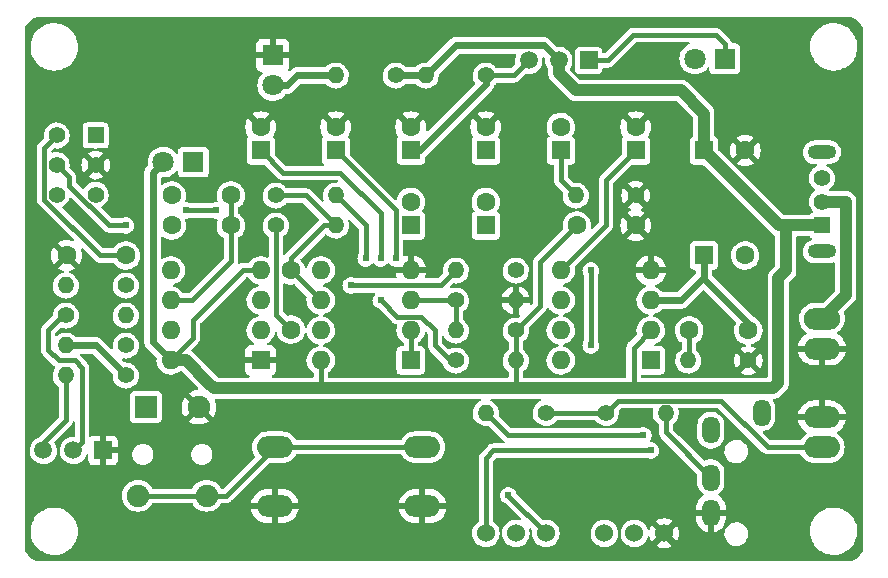
<source format=gtl>
G04 #@! TF.GenerationSoftware,KiCad,Pcbnew,(6.0.4)*
G04 #@! TF.CreationDate,2023-12-01T10:37:55+09:00*
G04 #@! TF.ProjectId,ftr105,66747231-3035-42e6-9b69-6361645f7063,Ver.1.1*
G04 #@! TF.SameCoordinates,PX55d4a80PY5f5e100*
G04 #@! TF.FileFunction,Copper,L1,Top*
G04 #@! TF.FilePolarity,Positive*
%FSLAX46Y46*%
G04 Gerber Fmt 4.6, Leading zero omitted, Abs format (unit mm)*
G04 Created by KiCad (PCBNEW (6.0.4)) date 2023-12-01 10:37:55*
%MOMM*%
%LPD*%
G01*
G04 APERTURE LIST*
G04 #@! TA.AperFunction,ComponentPad*
%ADD10O,3.048000X1.850000*%
G04 #@! TD*
G04 #@! TA.AperFunction,ComponentPad*
%ADD11R,1.600000X1.600000*%
G04 #@! TD*
G04 #@! TA.AperFunction,ComponentPad*
%ADD12C,1.600000*%
G04 #@! TD*
G04 #@! TA.AperFunction,ComponentPad*
%ADD13R,1.800000X1.800000*%
G04 #@! TD*
G04 #@! TA.AperFunction,ComponentPad*
%ADD14C,1.800000*%
G04 #@! TD*
G04 #@! TA.AperFunction,ComponentPad*
%ADD15C,1.400000*%
G04 #@! TD*
G04 #@! TA.AperFunction,ComponentPad*
%ADD16O,1.400000X1.400000*%
G04 #@! TD*
G04 #@! TA.AperFunction,ComponentPad*
%ADD17R,1.400000X1.400000*%
G04 #@! TD*
G04 #@! TA.AperFunction,ComponentPad*
%ADD18O,2.400000X1.200000*%
G04 #@! TD*
G04 #@! TA.AperFunction,ComponentPad*
%ADD19C,1.524000*%
G04 #@! TD*
G04 #@! TA.AperFunction,ComponentPad*
%ADD20O,1.600000X1.600000*%
G04 #@! TD*
G04 #@! TA.AperFunction,ComponentPad*
%ADD21O,1.500000X2.300000*%
G04 #@! TD*
G04 #@! TA.AperFunction,ComponentPad*
%ADD22R,1.500000X1.500000*%
G04 #@! TD*
G04 #@! TA.AperFunction,ComponentPad*
%ADD23C,1.500000*%
G04 #@! TD*
G04 #@! TA.AperFunction,ComponentPad*
%ADD24O,3.084000X1.850000*%
G04 #@! TD*
G04 #@! TA.AperFunction,ComponentPad*
%ADD25R,1.900000X1.900000*%
G04 #@! TD*
G04 #@! TA.AperFunction,ComponentPad*
%ADD26C,1.900000*%
G04 #@! TD*
G04 #@! TA.AperFunction,ViaPad*
%ADD27C,0.605000*%
G04 #@! TD*
G04 #@! TA.AperFunction,Conductor*
%ADD28C,0.400000*%
G04 #@! TD*
G04 #@! TA.AperFunction,Conductor*
%ADD29C,0.600000*%
G04 #@! TD*
G04 #@! TA.AperFunction,Conductor*
%ADD30C,1.000000*%
G04 #@! TD*
G04 APERTURE END LIST*
D10*
X21680000Y5120000D03*
X34180000Y5120000D03*
X21680000Y10120000D03*
X34180000Y10120000D03*
D11*
X58000000Y26340000D03*
D12*
X61500000Y26340000D03*
D13*
X21500000Y43275000D03*
D14*
X21500000Y40735000D03*
D12*
X17950000Y31420000D03*
X12950000Y31420000D03*
D15*
X31920000Y41580000D03*
D16*
X26840000Y41580000D03*
D11*
X58000000Y35230000D03*
D12*
X61500000Y35230000D03*
D11*
X33190000Y28880000D03*
D12*
X33190000Y30880000D03*
X17950000Y28880000D03*
X12950000Y28880000D03*
D15*
X9060000Y18720000D03*
D16*
X3980000Y18720000D03*
D15*
X52240000Y31420000D03*
D16*
X47160000Y31420000D03*
D17*
X68000000Y28880000D03*
D15*
X68000000Y30880000D03*
X68000000Y32880000D03*
D18*
X68000000Y26680000D03*
X68000000Y35080000D03*
D15*
X37000000Y22530000D03*
D16*
X42080000Y22530000D03*
D19*
X39540000Y2815000D03*
X42080000Y2815000D03*
X44620000Y2815000D03*
D12*
X23030000Y25070000D03*
X23030000Y20070000D03*
D15*
X21760000Y31420000D03*
D16*
X26840000Y31420000D03*
D15*
X3980000Y21260000D03*
D16*
X9060000Y21260000D03*
D15*
X44620000Y13005000D03*
D16*
X39540000Y13005000D03*
D11*
X39540000Y28880000D03*
D12*
X39540000Y30880000D03*
D15*
X61765000Y17450000D03*
D16*
X56685000Y17450000D03*
D11*
X20480000Y17460000D03*
D20*
X20480000Y20000000D03*
X20480000Y22540000D03*
X20480000Y25080000D03*
X12860000Y25080000D03*
X12860000Y22540000D03*
X12860000Y20000000D03*
X12860000Y17460000D03*
D10*
X68000000Y10100000D03*
X68000000Y12640000D03*
D11*
X52240000Y35230000D03*
D12*
X52240000Y37230000D03*
D13*
X59775000Y43000000D03*
D14*
X57235000Y43000000D03*
D15*
X37000000Y17450000D03*
D16*
X42080000Y17450000D03*
D11*
X26840000Y35230000D03*
D12*
X26840000Y37230000D03*
D15*
X21760000Y28880000D03*
D16*
X26840000Y28880000D03*
D15*
X9060000Y23800000D03*
D16*
X3980000Y23800000D03*
D13*
X14775000Y34250000D03*
D14*
X12235000Y34250000D03*
D19*
X49573000Y2815000D03*
X52113000Y2815000D03*
X54653000Y2815000D03*
D21*
X62899000Y13040000D03*
X58599000Y4540000D03*
X58599000Y7540000D03*
X58599000Y11540000D03*
D15*
X49700000Y13005000D03*
D16*
X54780000Y13005000D03*
D11*
X53500000Y17460000D03*
D20*
X53500000Y20000000D03*
X53500000Y22540000D03*
X53500000Y25080000D03*
X45880000Y25080000D03*
X45880000Y22540000D03*
X45880000Y20000000D03*
X45880000Y17460000D03*
D11*
X45890000Y35230000D03*
D12*
X45890000Y37230000D03*
D22*
X48260000Y42850000D03*
D23*
X45720000Y42850000D03*
X43180000Y42850000D03*
D11*
X33180000Y17460000D03*
D20*
X33180000Y20000000D03*
X33180000Y22540000D03*
X33180000Y25080000D03*
X25560000Y25080000D03*
X25560000Y22540000D03*
X25560000Y20000000D03*
X25560000Y17460000D03*
D12*
X61765000Y19990000D03*
X56765000Y19990000D03*
D11*
X39540000Y35230000D03*
D12*
X39540000Y37230000D03*
X9060000Y26340000D03*
X4060000Y26340000D03*
D15*
X9060000Y16180000D03*
D16*
X3980000Y16180000D03*
D12*
X47240000Y28880000D03*
X52240000Y28880000D03*
D24*
X68000000Y21000000D03*
D10*
X68000000Y18460000D03*
D17*
X6505000Y36500000D03*
D15*
X6505000Y34000000D03*
X6505000Y31500000D03*
X3205000Y36500000D03*
X3205000Y34000000D03*
X3205000Y31500000D03*
X42080000Y25070000D03*
D16*
X37000000Y25070000D03*
D15*
X42080000Y19990000D03*
D16*
X37000000Y19990000D03*
D22*
X7155000Y9830000D03*
D23*
X4615000Y9830000D03*
X2075000Y9830000D03*
D11*
X20490000Y35230000D03*
D12*
X20490000Y37230000D03*
D11*
X33190000Y35230000D03*
D12*
X33190000Y37230000D03*
D25*
X10750000Y13500000D03*
D26*
X15250000Y13500000D03*
X15900000Y6000000D03*
X10100000Y6000000D03*
D15*
X39540000Y41580000D03*
D16*
X34460000Y41580000D03*
D27*
X47160000Y3480000D03*
X70020000Y16180000D03*
X42080000Y33960000D03*
X16680000Y21260000D03*
X30015000Y38405000D03*
X29380000Y18720000D03*
X62400000Y44120000D03*
X19220000Y44120000D03*
X50335000Y6020000D03*
X9060000Y37770000D03*
X47160000Y6020000D03*
X23665000Y38405000D03*
X6520000Y21260000D03*
X70020000Y39040000D03*
X26840000Y26340000D03*
X19855000Y27610000D03*
X19220000Y3480000D03*
X3345000Y28245000D03*
X9060000Y30150000D03*
X26840000Y44120000D03*
X39540000Y18720000D03*
X6520000Y13640000D03*
X1440000Y23800000D03*
X15410000Y27610000D03*
X54780000Y28880000D03*
X54780000Y33960000D03*
X9060000Y44120000D03*
X36365000Y33960000D03*
X1440000Y13640000D03*
X37000000Y3480000D03*
X64940000Y39040000D03*
X9060000Y3480000D03*
X64940000Y3480000D03*
X39540000Y26340000D03*
X15410000Y32055000D03*
X34460000Y44120000D03*
X16680000Y18720000D03*
X23030000Y17450000D03*
X54780000Y6020000D03*
X48430000Y18720000D03*
X48430000Y25070000D03*
X53510000Y9830000D03*
X30650000Y22530000D03*
X41445000Y6019998D03*
X30650000Y26086000D03*
X31920000Y26086000D03*
X52875000Y11100000D03*
X29380000Y26086000D03*
X14140000Y30150000D03*
X16680000Y30150000D03*
X28110000Y23800000D03*
X9060000Y28880000D03*
D28*
X44620000Y13005000D02*
X49700000Y13005000D01*
X50751911Y14056911D02*
X59443089Y14056911D01*
X59443089Y14056911D02*
X63400000Y10100000D01*
X49700000Y13005000D02*
X50751911Y14056911D01*
X63400000Y10100000D02*
X68000000Y10100000D01*
X24300000Y31420000D02*
X26840000Y28880000D01*
X21760000Y31420000D02*
X24300000Y31420000D01*
X25824000Y28880000D02*
X23030000Y26086000D01*
X23030000Y25070000D02*
X25560000Y22540000D01*
X23030000Y26086000D02*
X23030000Y25070000D01*
X26840000Y28880000D02*
X25824000Y28880000D01*
X52000000Y45000000D02*
X59000000Y45000000D01*
X48260000Y42850000D02*
X49850000Y42850000D01*
X59775000Y44225000D02*
X59775000Y43000000D01*
X49850000Y42850000D02*
X52000000Y45000000D01*
X59000000Y45000000D02*
X59775000Y44225000D01*
X45890000Y32690000D02*
X47160000Y31420000D01*
X45890000Y35230000D02*
X45890000Y32690000D01*
X48430000Y22530000D02*
X48430000Y18720000D01*
X48430000Y22530000D02*
X48430000Y25070000D01*
X39540000Y41580000D02*
X41910000Y41580000D01*
D29*
X33190000Y35230000D02*
X33952000Y35230000D01*
X33952000Y35230000D02*
X39540000Y40818000D01*
X39540000Y40818000D02*
X39540000Y41580000D01*
D28*
X41910000Y41580000D02*
X43180000Y42850000D01*
X49700000Y32690000D02*
X49700000Y28900000D01*
X52240000Y35230000D02*
X49700000Y32690000D01*
X49700000Y28900000D02*
X45880000Y25080000D01*
X44112000Y22022000D02*
X42080000Y19990000D01*
D29*
X11335000Y18985000D02*
X12860000Y17460000D01*
X11335000Y33350000D02*
X11335000Y18985000D01*
D28*
X14775000Y20879000D02*
X14775000Y19375000D01*
D30*
X64940000Y28880000D02*
X64350000Y28880000D01*
X64305000Y24435000D02*
X64305000Y15545000D01*
D28*
X18976000Y25080000D02*
X14775000Y20879000D01*
D29*
X34460000Y41580000D02*
X31920000Y41580000D01*
X12235000Y34250000D02*
X11335000Y33350000D01*
D28*
X52048089Y18548089D02*
X52048089Y15101911D01*
D30*
X64940000Y25070000D02*
X64940000Y28880000D01*
D28*
X25560000Y17460000D02*
X25560000Y15303822D01*
X47240000Y28880000D02*
X44112000Y25752000D01*
D30*
X64305000Y15545000D02*
X63861911Y15101911D01*
D28*
X42080000Y19990000D02*
X42080000Y17450000D01*
D30*
X47160000Y40310000D02*
X45720000Y41750000D01*
D28*
X25560000Y15303822D02*
X25761911Y15101911D01*
D29*
X44450000Y44120000D02*
X45720000Y42850000D01*
D30*
X64350000Y28880000D02*
X58000000Y35230000D01*
D29*
X6520000Y18720000D02*
X3980000Y18720000D01*
D30*
X68000000Y28880000D02*
X64940000Y28880000D01*
X25761911Y15101911D02*
X16488089Y15101911D01*
D28*
X42080000Y17450000D02*
X42080000Y15293822D01*
D30*
X64305000Y24435000D02*
X64940000Y25070000D01*
X63861911Y15101911D02*
X52048089Y15101911D01*
D28*
X53500000Y20000000D02*
X52048089Y18548089D01*
D30*
X45720000Y41750000D02*
X45720000Y42850000D01*
D28*
X42080000Y15293822D02*
X41888089Y15101911D01*
X14775000Y19375000D02*
X12860000Y17460000D01*
D30*
X58000000Y38360000D02*
X56050000Y40310000D01*
X41888089Y15101911D02*
X25761911Y15101911D01*
D29*
X34460000Y41580000D02*
X37000000Y44120000D01*
D30*
X56050000Y40310000D02*
X47160000Y40310000D01*
X14130000Y17460000D02*
X16045000Y15545000D01*
D29*
X9060000Y16180000D02*
X6520000Y18720000D01*
D28*
X20480000Y25080000D02*
X18976000Y25080000D01*
D30*
X52048089Y15101911D02*
X41888089Y15101911D01*
X16488089Y15101911D02*
X16045000Y15545000D01*
X58000000Y35230000D02*
X58000000Y38360000D01*
D28*
X44112000Y25752000D02*
X44112000Y22022000D01*
D29*
X37000000Y44120000D02*
X44450000Y44120000D01*
D30*
X12860000Y17460000D02*
X14130000Y17460000D01*
D29*
X58000000Y24390000D02*
X61765000Y20625000D01*
X53500000Y22540000D02*
X56060000Y22540000D01*
X58000000Y24480000D02*
X58000000Y26340000D01*
D28*
X58000000Y26340000D02*
X58000000Y24390000D01*
D29*
X61765000Y20625000D02*
X61765000Y19990000D01*
X56060000Y22540000D02*
X58000000Y24480000D01*
D28*
X56765000Y17530000D02*
X56685000Y17450000D01*
X56765000Y19990000D02*
X56765000Y17530000D01*
X15900000Y6000000D02*
X17560000Y6000000D01*
X10100000Y6000000D02*
X11780000Y6000000D01*
X17560000Y6000000D02*
X21680000Y10120000D01*
X3980000Y16180000D02*
X3980000Y12370000D01*
X2075000Y10465000D02*
X2075000Y9830000D01*
X21680000Y10120000D02*
X34180000Y10120000D01*
X11780000Y6000000D02*
X15900000Y6000000D01*
X3980000Y12370000D02*
X2075000Y10465000D01*
X40175000Y9830000D02*
X39540000Y9195000D01*
X39540000Y9195000D02*
X39540000Y2845000D01*
X53510000Y9830000D02*
X40175000Y9830000D01*
X54780000Y11359000D02*
X58599000Y7540000D01*
X54780000Y13005000D02*
X54780000Y11359000D01*
D30*
X70015076Y30880000D02*
X70020000Y30884924D01*
X68000000Y30880000D02*
X70015076Y30880000D01*
X68000000Y21000000D02*
X70020000Y23020000D01*
X70020000Y23020000D02*
X70020000Y30884924D01*
D28*
X20490000Y35230000D02*
X22395000Y33325000D01*
X22395000Y33325000D02*
X27221000Y33325000D01*
X34060089Y21151911D02*
X35222000Y19990000D01*
X44620000Y2815000D02*
X41445000Y5990000D01*
X30650000Y29896000D02*
X30650000Y26086000D01*
X30650000Y22530000D02*
X32028089Y21151911D01*
X35222000Y18720000D02*
X36492000Y17450000D01*
X36492000Y17450000D02*
X37000000Y17450000D01*
X32028089Y21151911D02*
X34060089Y21151911D01*
X35222000Y19990000D02*
X35222000Y18720000D01*
X41445000Y5990000D02*
X41445000Y6019998D01*
X27221000Y33325000D02*
X30650000Y29896000D01*
X37000000Y22530000D02*
X37000000Y19990000D01*
X33180000Y22540000D02*
X36990000Y22540000D01*
X36990000Y22540000D02*
X37000000Y22530000D01*
X31920000Y30150000D02*
X31920000Y26086000D01*
X26840000Y35230000D02*
X31920000Y30150000D01*
X21760000Y21340000D02*
X23030000Y20070000D01*
X21760000Y28880000D02*
X21760000Y21340000D01*
X39540000Y13005000D02*
X41445000Y11100000D01*
X41445000Y11100000D02*
X52875000Y11100000D01*
X2153089Y31064283D02*
X6877372Y26340000D01*
X3205000Y36500000D02*
X2153089Y35448089D01*
X6877372Y26340000D02*
X9060000Y26340000D01*
X2153089Y35448089D02*
X2153089Y31064283D01*
X26840000Y31420000D02*
X29380000Y28880000D01*
X29380000Y28880000D02*
X29380000Y26086000D01*
X17950000Y31420000D02*
X17950000Y28880000D01*
X5365000Y10580000D02*
X4615000Y9830000D01*
X2456000Y18357186D02*
X3363186Y17450000D01*
X17950000Y25832000D02*
X14658000Y22540000D01*
X3363186Y17450000D02*
X4742000Y17450000D01*
X17950000Y28880000D02*
X17950000Y25832000D01*
X4742000Y17450000D02*
X5365000Y16827000D01*
X14658000Y22540000D02*
X12860000Y22540000D01*
X5365000Y16827000D02*
X5365000Y10580000D01*
X2456000Y19990000D02*
X2456000Y18357186D01*
X3980000Y21260000D02*
X3726000Y21260000D01*
X3726000Y21260000D02*
X2456000Y19990000D01*
X33180000Y20000000D02*
X33180000Y17460000D01*
X14140000Y30150000D02*
X16680000Y30150000D01*
X35858089Y23928089D02*
X35730000Y23800000D01*
X35858089Y23928089D02*
X37000000Y25070000D01*
X35730000Y23800000D02*
X28110000Y23800000D01*
X7637372Y28880000D02*
X9060000Y28880000D01*
X4256911Y32260461D02*
X7637372Y28880000D01*
X3205000Y34000000D02*
X4256911Y32948089D01*
X4256911Y32948089D02*
X4256911Y32260461D01*
D29*
X22735000Y40735000D02*
X21500000Y40735000D01*
X23580000Y41580000D02*
X22735000Y40735000D01*
X26840000Y41580000D02*
X23580000Y41580000D01*
G04 #@! TA.AperFunction,Conductor*
G36*
X70560424Y46493758D02*
G01*
X70657825Y46457429D01*
X70670674Y46451561D01*
X70858534Y46348982D01*
X70870416Y46341346D01*
X71041781Y46213064D01*
X71052457Y46203814D01*
X71203814Y46052457D01*
X71213064Y46041781D01*
X71341346Y45870416D01*
X71348981Y45858535D01*
X71439156Y45693393D01*
X71451561Y45670674D01*
X71457429Y45657825D01*
X71493758Y45560424D01*
X71500000Y45525827D01*
X71500000Y1474173D01*
X71493758Y1439576D01*
X71457429Y1342175D01*
X71451562Y1329329D01*
X71365698Y1172080D01*
X71348982Y1141466D01*
X71341346Y1129584D01*
X71213064Y958219D01*
X71203814Y947543D01*
X71052457Y796186D01*
X71041781Y786936D01*
X70870416Y658654D01*
X70858534Y651018D01*
X70670674Y548439D01*
X70657825Y542571D01*
X70560424Y506242D01*
X70525827Y500000D01*
X1474173Y500000D01*
X1439576Y506242D01*
X1342175Y542571D01*
X1329326Y548439D01*
X1141466Y651018D01*
X1129584Y658654D01*
X958219Y786936D01*
X947543Y796186D01*
X796186Y947543D01*
X786936Y958219D01*
X658654Y1129584D01*
X651018Y1141466D01*
X634302Y1172080D01*
X548438Y1329329D01*
X542571Y1342175D01*
X506242Y1439576D01*
X500000Y1474173D01*
X500000Y3031503D01*
X994637Y3031503D01*
X1000727Y2920841D01*
X1006713Y2812086D01*
X1010205Y2748630D01*
X1065474Y2470774D01*
X1159342Y2203476D01*
X1160953Y2200375D01*
X1160955Y2200370D01*
X1203119Y2119201D01*
X1289936Y1952072D01*
X1291966Y1949231D01*
X1291968Y1949228D01*
X1352150Y1865012D01*
X1454651Y1721576D01*
X1523770Y1649120D01*
X1647784Y1519119D01*
X1647788Y1519115D01*
X1650199Y1516588D01*
X1872680Y1341199D01*
X1875702Y1339443D01*
X1875706Y1339441D01*
X1935094Y1304946D01*
X2117654Y1198907D01*
X2179781Y1173743D01*
X2376987Y1093866D01*
X2376991Y1093865D01*
X2380232Y1092552D01*
X2454817Y1074025D01*
X2651782Y1025098D01*
X2651786Y1025097D01*
X2655177Y1024255D01*
X2658658Y1023898D01*
X2658660Y1023898D01*
X2734933Y1016083D01*
X2896790Y999500D01*
X3072170Y999500D01*
X3164162Y1006014D01*
X3279097Y1014151D01*
X3279103Y1014152D01*
X3282593Y1014399D01*
X3559547Y1074025D01*
X3825337Y1172080D01*
X4074660Y1306607D01*
X4077470Y1308682D01*
X4077474Y1308685D01*
X4188600Y1390764D01*
X4302540Y1474922D01*
X4504430Y1673666D01*
X4676304Y1898874D01*
X4683022Y1910869D01*
X4813017Y2142994D01*
X4813018Y2142995D01*
X4814730Y2146053D01*
X4916948Y2410270D01*
X4919473Y2421161D01*
X4967409Y2627971D01*
X4980918Y2686253D01*
X4993141Y2827375D01*
X5005061Y2965009D01*
X5005061Y2965010D01*
X5005363Y2968497D01*
X4993442Y3185109D01*
X4989988Y3247871D01*
X4989987Y3247877D01*
X4989795Y3251370D01*
X4934526Y3529226D01*
X4840658Y3796524D01*
X4823957Y3828676D01*
X4747353Y3976143D01*
X4710064Y4047928D01*
X4686556Y4080825D01*
X4547383Y4275577D01*
X4545349Y4278424D01*
X4461097Y4366743D01*
X4352216Y4480881D01*
X4352212Y4480885D01*
X4349801Y4483412D01*
X4127320Y4658801D01*
X4124298Y4660557D01*
X4124294Y4660559D01*
X3972258Y4748868D01*
X3882346Y4801093D01*
X3722098Y4866000D01*
X3623013Y4906134D01*
X3623009Y4906135D01*
X3619768Y4907448D01*
X3483620Y4941268D01*
X3348218Y4974902D01*
X3348214Y4974903D01*
X3344823Y4975745D01*
X3341342Y4976102D01*
X3341340Y4976102D01*
X3265067Y4983917D01*
X3103210Y5000500D01*
X2927830Y5000500D01*
X2846918Y4994771D01*
X2720903Y4985849D01*
X2720897Y4985848D01*
X2717407Y4985601D01*
X2440453Y4925975D01*
X2174663Y4827920D01*
X2171580Y4826257D01*
X2171581Y4826257D01*
X2028154Y4748868D01*
X1925340Y4693393D01*
X1922530Y4691318D01*
X1922526Y4691315D01*
X1859439Y4644718D01*
X1697460Y4525078D01*
X1495570Y4326334D01*
X1323696Y4101126D01*
X1321984Y4098069D01*
X1321982Y4098066D01*
X1253173Y3975198D01*
X1185270Y3853947D01*
X1184005Y3850677D01*
X1092824Y3614988D01*
X1083052Y3589730D01*
X1082261Y3586317D01*
X1082260Y3586314D01*
X1063563Y3505648D01*
X1019082Y3313747D01*
X1011566Y3226968D01*
X994993Y3035608D01*
X994637Y3031503D01*
X500000Y3031503D01*
X500000Y6000000D01*
X8744341Y6000000D01*
X8764937Y5764592D01*
X8826097Y5536337D01*
X8925965Y5322171D01*
X8928446Y5318628D01*
X8928447Y5318626D01*
X8973718Y5253973D01*
X9061505Y5128599D01*
X9228599Y4961505D01*
X9307677Y4906134D01*
X9372311Y4860877D01*
X9422170Y4825965D01*
X9636337Y4726097D01*
X9864592Y4664937D01*
X10100000Y4644341D01*
X10335408Y4664937D01*
X10563663Y4726097D01*
X10777830Y4825965D01*
X10827690Y4860877D01*
X10892323Y4906134D01*
X10971401Y4961505D01*
X11138495Y5128599D01*
X11215046Y5237926D01*
X11271558Y5318633D01*
X11271560Y5318636D01*
X11274035Y5322171D01*
X11275860Y5326085D01*
X11275863Y5326090D01*
X11283439Y5342337D01*
X11325166Y5387086D01*
X11373164Y5399500D01*
X14626836Y5399500D01*
X14685027Y5380593D01*
X14716561Y5342337D01*
X14724137Y5326090D01*
X14724140Y5326085D01*
X14725965Y5322171D01*
X14728440Y5318636D01*
X14728442Y5318633D01*
X14784954Y5237926D01*
X14861505Y5128599D01*
X15028599Y4961505D01*
X15107677Y4906134D01*
X15172311Y4860877D01*
X15222170Y4825965D01*
X15436337Y4726097D01*
X15664592Y4664937D01*
X15900000Y4644341D01*
X16135408Y4664937D01*
X16363663Y4726097D01*
X16577830Y4825965D01*
X16618653Y4854549D01*
X19671863Y4854549D01*
X19681620Y4790786D01*
X19683498Y4782903D01*
X19754182Y4566644D01*
X19757317Y4559187D01*
X19862373Y4357376D01*
X19866688Y4350523D01*
X20003296Y4168579D01*
X20008670Y4162526D01*
X20173152Y4005344D01*
X20179453Y4000241D01*
X20367398Y3872034D01*
X20374444Y3868032D01*
X20580805Y3772243D01*
X20588410Y3769444D01*
X20807638Y3708646D01*
X20815612Y3707125D01*
X21001294Y3687282D01*
X21006577Y3687000D01*
X21410320Y3687000D01*
X21423005Y3691122D01*
X21426000Y3695243D01*
X21426000Y3702680D01*
X21934000Y3702680D01*
X21938122Y3689995D01*
X21942243Y3687000D01*
X22336695Y3687000D01*
X22340767Y3687167D01*
X22509801Y3701064D01*
X22517787Y3702386D01*
X22738443Y3757812D01*
X22746119Y3760425D01*
X22954756Y3851142D01*
X22961903Y3854975D01*
X23152922Y3978551D01*
X23159336Y3983490D01*
X23327617Y4136613D01*
X23333141Y4142536D01*
X23474150Y4321084D01*
X23478630Y4327828D01*
X23588584Y4527009D01*
X23591904Y4534395D01*
X23667852Y4748868D01*
X23669918Y4756688D01*
X23686639Y4850564D01*
X23686086Y4854549D01*
X32171863Y4854549D01*
X32181620Y4790786D01*
X32183498Y4782903D01*
X32254182Y4566644D01*
X32257317Y4559187D01*
X32362373Y4357376D01*
X32366688Y4350523D01*
X32503296Y4168579D01*
X32508670Y4162526D01*
X32673152Y4005344D01*
X32679453Y4000241D01*
X32867398Y3872034D01*
X32874444Y3868032D01*
X33080805Y3772243D01*
X33088410Y3769444D01*
X33307638Y3708646D01*
X33315612Y3707125D01*
X33501294Y3687282D01*
X33506577Y3687000D01*
X33910320Y3687000D01*
X33923005Y3691122D01*
X33926000Y3695243D01*
X33926000Y3702680D01*
X34434000Y3702680D01*
X34438122Y3689995D01*
X34442243Y3687000D01*
X34836695Y3687000D01*
X34840767Y3687167D01*
X35009801Y3701064D01*
X35017787Y3702386D01*
X35238443Y3757812D01*
X35246119Y3760425D01*
X35454756Y3851142D01*
X35461903Y3854975D01*
X35652922Y3978551D01*
X35659336Y3983490D01*
X35827617Y4136613D01*
X35833141Y4142536D01*
X35974150Y4321084D01*
X35978630Y4327828D01*
X36088584Y4527009D01*
X36091904Y4534395D01*
X36167852Y4748868D01*
X36169918Y4756688D01*
X36186639Y4850564D01*
X36184806Y4863775D01*
X36184402Y4864195D01*
X36177188Y4866000D01*
X34449680Y4866000D01*
X34436995Y4861878D01*
X34434000Y4857757D01*
X34434000Y3702680D01*
X33926000Y3702680D01*
X33926000Y4850320D01*
X33921878Y4863005D01*
X33917757Y4866000D01*
X32185791Y4866000D01*
X32173106Y4861878D01*
X32172378Y4860877D01*
X32171863Y4854549D01*
X23686086Y4854549D01*
X23684806Y4863775D01*
X23684402Y4864195D01*
X23677188Y4866000D01*
X21949680Y4866000D01*
X21936995Y4861878D01*
X21934000Y4857757D01*
X21934000Y3702680D01*
X21426000Y3702680D01*
X21426000Y4850320D01*
X21421878Y4863005D01*
X21417757Y4866000D01*
X19685791Y4866000D01*
X19673106Y4861878D01*
X19672378Y4860877D01*
X19671863Y4854549D01*
X16618653Y4854549D01*
X16627690Y4860877D01*
X16692323Y4906134D01*
X16771401Y4961505D01*
X16938495Y5128599D01*
X17015046Y5237926D01*
X17071558Y5318633D01*
X17071560Y5318636D01*
X17074035Y5322171D01*
X17075860Y5326085D01*
X17075863Y5326090D01*
X17083439Y5342337D01*
X17125166Y5387086D01*
X17134252Y5389436D01*
X19673361Y5389436D01*
X19675194Y5376225D01*
X19675598Y5375805D01*
X19682812Y5374000D01*
X21410320Y5374000D01*
X21423005Y5378122D01*
X21426000Y5382243D01*
X21426000Y5389680D01*
X21934000Y5389680D01*
X21938122Y5376995D01*
X21942243Y5374000D01*
X23674209Y5374000D01*
X23686894Y5378122D01*
X23687622Y5379123D01*
X23688137Y5385451D01*
X23687527Y5389436D01*
X32173361Y5389436D01*
X32175194Y5376225D01*
X32175598Y5375805D01*
X32182812Y5374000D01*
X33910320Y5374000D01*
X33923005Y5378122D01*
X33926000Y5382243D01*
X33926000Y5389680D01*
X34434000Y5389680D01*
X34438122Y5376995D01*
X34442243Y5374000D01*
X36174209Y5374000D01*
X36186894Y5378122D01*
X36187622Y5379123D01*
X36188137Y5385451D01*
X36178380Y5449214D01*
X36176502Y5457097D01*
X36105818Y5673356D01*
X36102683Y5680813D01*
X35997627Y5882624D01*
X35993312Y5889477D01*
X35856704Y6071421D01*
X35851330Y6077474D01*
X35686848Y6234656D01*
X35680547Y6239759D01*
X35492602Y6367966D01*
X35485556Y6371968D01*
X35279195Y6467757D01*
X35271590Y6470556D01*
X35052362Y6531354D01*
X35044388Y6532875D01*
X34858706Y6552718D01*
X34853423Y6553000D01*
X34449680Y6553000D01*
X34436995Y6548878D01*
X34434000Y6544757D01*
X34434000Y5389680D01*
X33926000Y5389680D01*
X33926000Y6537320D01*
X33921878Y6550005D01*
X33917757Y6553000D01*
X33523305Y6553000D01*
X33519233Y6552833D01*
X33350199Y6538936D01*
X33342213Y6537614D01*
X33121557Y6482188D01*
X33113881Y6479575D01*
X32905244Y6388858D01*
X32898097Y6385025D01*
X32707078Y6261449D01*
X32700664Y6256510D01*
X32532383Y6103387D01*
X32526859Y6097464D01*
X32385850Y5918916D01*
X32381370Y5912172D01*
X32271416Y5712991D01*
X32268096Y5705605D01*
X32192148Y5491132D01*
X32190082Y5483312D01*
X32173361Y5389436D01*
X23687527Y5389436D01*
X23678380Y5449214D01*
X23676502Y5457097D01*
X23605818Y5673356D01*
X23602683Y5680813D01*
X23497627Y5882624D01*
X23493312Y5889477D01*
X23356704Y6071421D01*
X23351330Y6077474D01*
X23186848Y6234656D01*
X23180547Y6239759D01*
X22992602Y6367966D01*
X22985556Y6371968D01*
X22779195Y6467757D01*
X22771590Y6470556D01*
X22552362Y6531354D01*
X22544388Y6532875D01*
X22358706Y6552718D01*
X22353423Y6553000D01*
X21949680Y6553000D01*
X21936995Y6548878D01*
X21934000Y6544757D01*
X21934000Y5389680D01*
X21426000Y5389680D01*
X21426000Y6537320D01*
X21421878Y6550005D01*
X21417757Y6553000D01*
X21023305Y6553000D01*
X21019233Y6552833D01*
X20850199Y6538936D01*
X20842213Y6537614D01*
X20621557Y6482188D01*
X20613881Y6479575D01*
X20405244Y6388858D01*
X20398097Y6385025D01*
X20207078Y6261449D01*
X20200664Y6256510D01*
X20032383Y6103387D01*
X20026859Y6097464D01*
X19885850Y5918916D01*
X19881370Y5912172D01*
X19771416Y5712991D01*
X19768096Y5705605D01*
X19692148Y5491132D01*
X19690082Y5483312D01*
X19673361Y5389436D01*
X17134252Y5389436D01*
X17173164Y5399500D01*
X17514151Y5399500D01*
X17527072Y5398653D01*
X17560000Y5394318D01*
X17592928Y5398653D01*
X17599361Y5399500D01*
X17716762Y5414956D01*
X17862841Y5475464D01*
X17988282Y5571718D01*
X18008498Y5598064D01*
X18017036Y5607801D01*
X21174739Y8765504D01*
X21229256Y8793281D01*
X21244743Y8794500D01*
X22336871Y8794500D01*
X22339026Y8794689D01*
X22339037Y8794689D01*
X22465457Y8805750D01*
X22510050Y8809651D01*
X22514224Y8810770D01*
X22514227Y8810770D01*
X22666261Y8851508D01*
X22734079Y8869680D01*
X22944281Y8967699D01*
X22965224Y8982363D01*
X23013949Y9016481D01*
X23134269Y9100730D01*
X23298270Y9264731D01*
X23431301Y9454718D01*
X23433124Y9458627D01*
X23433129Y9458636D01*
X23434857Y9462342D01*
X23476586Y9507089D01*
X23524580Y9519500D01*
X32335422Y9519500D01*
X32393613Y9500593D01*
X32425144Y9462342D01*
X32428699Y9454719D01*
X32431180Y9451176D01*
X32431181Y9451174D01*
X32459631Y9410543D01*
X32561730Y9264731D01*
X32725731Y9100730D01*
X32846051Y9016481D01*
X32894777Y8982363D01*
X32915719Y8967699D01*
X33125921Y8869680D01*
X33193739Y8851508D01*
X33345773Y8810770D01*
X33345776Y8810770D01*
X33349950Y8809651D01*
X33394543Y8805750D01*
X33520963Y8794689D01*
X33520974Y8794689D01*
X33523129Y8794500D01*
X34836871Y8794500D01*
X34839026Y8794689D01*
X34839037Y8794689D01*
X34965457Y8805750D01*
X35010050Y8809651D01*
X35014224Y8810770D01*
X35014227Y8810770D01*
X35166261Y8851508D01*
X35234079Y8869680D01*
X35444281Y8967699D01*
X35465224Y8982363D01*
X35513949Y9016481D01*
X35634269Y9100730D01*
X35798270Y9264731D01*
X35931301Y9454718D01*
X36007501Y9618129D01*
X36027495Y9661007D01*
X36027495Y9661008D01*
X36029320Y9664921D01*
X36038201Y9698064D01*
X36088230Y9884773D01*
X36088230Y9884776D01*
X36089349Y9888950D01*
X36109563Y10120000D01*
X36089349Y10351050D01*
X36085937Y10363786D01*
X36041548Y10529443D01*
X36029320Y10575079D01*
X35931301Y10785281D01*
X35798270Y10975269D01*
X35634269Y11139270D01*
X35444281Y11272301D01*
X35234079Y11370320D01*
X35129430Y11398361D01*
X35014227Y11429230D01*
X35014224Y11429230D01*
X35010050Y11430349D01*
X34965457Y11434250D01*
X34839037Y11445311D01*
X34839026Y11445311D01*
X34836871Y11445500D01*
X33523129Y11445500D01*
X33520974Y11445311D01*
X33520963Y11445311D01*
X33394543Y11434250D01*
X33349950Y11430349D01*
X33345776Y11429230D01*
X33345773Y11429230D01*
X33230570Y11398361D01*
X33125921Y11370320D01*
X32915719Y11272301D01*
X32725731Y11139270D01*
X32561730Y10975269D01*
X32428699Y10785282D01*
X32426876Y10781373D01*
X32426871Y10781364D01*
X32425143Y10777658D01*
X32383414Y10732911D01*
X32335420Y10720500D01*
X23524578Y10720500D01*
X23466387Y10739407D01*
X23434855Y10777659D01*
X23431301Y10785281D01*
X23298270Y10975269D01*
X23134269Y11139270D01*
X22944281Y11272301D01*
X22734079Y11370320D01*
X22629430Y11398361D01*
X22514227Y11429230D01*
X22514224Y11429230D01*
X22510050Y11430349D01*
X22465457Y11434250D01*
X22339037Y11445311D01*
X22339026Y11445311D01*
X22336871Y11445500D01*
X21023129Y11445500D01*
X21020974Y11445311D01*
X21020963Y11445311D01*
X20894543Y11434250D01*
X20849950Y11430349D01*
X20845776Y11429230D01*
X20845773Y11429230D01*
X20730570Y11398361D01*
X20625921Y11370320D01*
X20415719Y11272301D01*
X20225731Y11139270D01*
X20061730Y10975269D01*
X19928699Y10785282D01*
X19881487Y10684035D01*
X19846035Y10608007D01*
X19830680Y10575079D01*
X19829562Y10570908D01*
X19829562Y10570907D01*
X19774064Y10363786D01*
X19770651Y10351050D01*
X19750437Y10120000D01*
X19770651Y9888950D01*
X19771770Y9884776D01*
X19771770Y9884773D01*
X19796070Y9794085D01*
X19830680Y9664921D01*
X19928699Y9454719D01*
X19931180Y9451176D01*
X19931181Y9451174D01*
X19978568Y9383499D01*
X19996457Y9324987D01*
X19976537Y9267135D01*
X19967476Y9256711D01*
X17340261Y6629496D01*
X17285744Y6601719D01*
X17270257Y6600500D01*
X17173164Y6600500D01*
X17114973Y6619407D01*
X17083439Y6657663D01*
X17075863Y6673910D01*
X17075860Y6673915D01*
X17074035Y6677829D01*
X17043721Y6721123D01*
X16940974Y6867860D01*
X16938495Y6871401D01*
X16771401Y7038495D01*
X16577830Y7174035D01*
X16363663Y7273903D01*
X16135408Y7335063D01*
X15900000Y7355659D01*
X15664592Y7335063D01*
X15436337Y7273903D01*
X15222171Y7174035D01*
X15028599Y7038495D01*
X14861505Y6871401D01*
X14859026Y6867860D01*
X14756280Y6721123D01*
X14725965Y6677829D01*
X14724140Y6673915D01*
X14724137Y6673910D01*
X14716561Y6657663D01*
X14674834Y6612914D01*
X14626836Y6600500D01*
X11373164Y6600500D01*
X11314973Y6619407D01*
X11283439Y6657663D01*
X11275863Y6673910D01*
X11275860Y6673915D01*
X11274035Y6677829D01*
X11243721Y6721123D01*
X11140974Y6867860D01*
X11138495Y6871401D01*
X10971401Y7038495D01*
X10777830Y7174035D01*
X10563663Y7273903D01*
X10335408Y7335063D01*
X10100000Y7355659D01*
X9864592Y7335063D01*
X9636337Y7273903D01*
X9422171Y7174035D01*
X9228599Y7038495D01*
X9061505Y6871401D01*
X8925965Y6677829D01*
X8826097Y6463663D01*
X8764937Y6235408D01*
X8744341Y6000000D01*
X500000Y6000000D01*
X500000Y9860246D01*
X919967Y9860246D01*
X924303Y9794085D01*
X932583Y9667764D01*
X933796Y9649251D01*
X934912Y9644858D01*
X934912Y9644856D01*
X973129Y9494380D01*
X985845Y9444310D01*
X987747Y9440185D01*
X987747Y9440184D01*
X1067524Y9267135D01*
X1074369Y9252286D01*
X1196405Y9079609D01*
X1347865Y8932063D01*
X1351638Y8929542D01*
X1519899Y8817113D01*
X1519902Y8817111D01*
X1523677Y8814589D01*
X1620472Y8773003D01*
X1713774Y8732917D01*
X1713778Y8732916D01*
X1717953Y8731122D01*
X1722387Y8730119D01*
X1722386Y8730119D01*
X1919760Y8685457D01*
X1919765Y8685456D01*
X1924186Y8684456D01*
X2029828Y8680305D01*
X2130937Y8676332D01*
X2130938Y8676332D01*
X2135470Y8676154D01*
X2344730Y8706496D01*
X2349029Y8707955D01*
X2349032Y8707956D01*
X2540654Y8773003D01*
X2544955Y8774463D01*
X2555539Y8780390D01*
X2697954Y8860147D01*
X2729442Y8877781D01*
X2892012Y9012988D01*
X3027219Y9175558D01*
X3125282Y9350661D01*
X3128319Y9356084D01*
X3128320Y9356086D01*
X3130537Y9360045D01*
X3147679Y9410543D01*
X3197044Y9555968D01*
X3197045Y9555971D01*
X3198504Y9560270D01*
X3228846Y9769530D01*
X3228983Y9774732D01*
X3230353Y9827086D01*
X3230353Y9827091D01*
X3230429Y9830000D01*
X3225023Y9888838D01*
X3215718Y9990097D01*
X3211081Y10040560D01*
X3186548Y10127548D01*
X3154920Y10239694D01*
X3154920Y10239695D01*
X3153686Y10244069D01*
X3060165Y10433710D01*
X3039942Y10460792D01*
X3020275Y10518727D01*
X3038419Y10577161D01*
X3049263Y10590028D01*
X4372199Y11912964D01*
X4381936Y11921502D01*
X4403129Y11937764D01*
X4408282Y11941718D01*
X4504536Y12067159D01*
X4565044Y12213238D01*
X4567347Y12230731D01*
X4593688Y12285956D01*
X4647459Y12315151D01*
X4708121Y12307165D01*
X4752503Y12265048D01*
X4764500Y12217809D01*
X4764500Y11079028D01*
X4745593Y11020837D01*
X4696093Y10984873D01*
X4664204Y10980036D01*
X4528886Y10981808D01*
X4528881Y10981808D01*
X4524346Y10981867D01*
X4519873Y10981098D01*
X4519868Y10981098D01*
X4416601Y10963353D01*
X4315953Y10946059D01*
X4117575Y10872873D01*
X4113676Y10870554D01*
X4113671Y10870551D01*
X3957532Y10777658D01*
X3935856Y10764762D01*
X3932441Y10761767D01*
X3932438Y10761765D01*
X3854968Y10693825D01*
X3776881Y10625345D01*
X3772164Y10619361D01*
X3668872Y10488335D01*
X3645976Y10459292D01*
X3643862Y10455274D01*
X3550004Y10276879D01*
X3547523Y10272164D01*
X3533318Y10226416D01*
X3489097Y10084000D01*
X3484820Y10070227D01*
X3484286Y10065717D01*
X3484286Y10065716D01*
X3463945Y9893852D01*
X3459967Y9860246D01*
X3464303Y9794085D01*
X3472583Y9667764D01*
X3473796Y9649251D01*
X3474912Y9644858D01*
X3474912Y9644856D01*
X3513129Y9494380D01*
X3525845Y9444310D01*
X3527747Y9440185D01*
X3527747Y9440184D01*
X3607524Y9267135D01*
X3614369Y9252286D01*
X3736405Y9079609D01*
X3887865Y8932063D01*
X3891638Y8929542D01*
X4059899Y8817113D01*
X4059902Y8817111D01*
X4063677Y8814589D01*
X4160472Y8773003D01*
X4253774Y8732917D01*
X4253778Y8732916D01*
X4257953Y8731122D01*
X4262387Y8730119D01*
X4262386Y8730119D01*
X4459760Y8685457D01*
X4459765Y8685456D01*
X4464186Y8684456D01*
X4569828Y8680305D01*
X4670937Y8676332D01*
X4670938Y8676332D01*
X4675470Y8676154D01*
X4884730Y8706496D01*
X4889029Y8707955D01*
X4889032Y8707956D01*
X5080654Y8773003D01*
X5084955Y8774463D01*
X5095539Y8780390D01*
X5237954Y8860147D01*
X5269442Y8877781D01*
X5432012Y9012988D01*
X5567219Y9175558D01*
X5665282Y9350661D01*
X5668319Y9356084D01*
X5668320Y9356086D01*
X5670537Y9360045D01*
X5687679Y9410543D01*
X5704255Y9459375D01*
X5740864Y9508400D01*
X5799297Y9526544D01*
X5857235Y9506876D01*
X5892548Y9456909D01*
X5897001Y9427552D01*
X5897001Y9034589D01*
X5897290Y9029249D01*
X5903078Y8975965D01*
X5905927Y8963980D01*
X5952351Y8840145D01*
X5959059Y8827892D01*
X6037863Y8722744D01*
X6047744Y8712863D01*
X6152892Y8634059D01*
X6165145Y8627351D01*
X6288978Y8580928D01*
X6300967Y8578077D01*
X6354252Y8572289D01*
X6359586Y8572000D01*
X6885320Y8572000D01*
X6898005Y8576122D01*
X6901000Y8580243D01*
X6901000Y8587681D01*
X7409000Y8587681D01*
X7413122Y8574996D01*
X7417243Y8572001D01*
X7950411Y8572001D01*
X7955751Y8572290D01*
X8009035Y8578078D01*
X8021020Y8580927D01*
X8144855Y8627351D01*
X8157108Y8634059D01*
X8262256Y8712863D01*
X8272137Y8722744D01*
X8350941Y8827892D01*
X8357649Y8840145D01*
X8404072Y8963978D01*
X8406923Y8975967D01*
X8412711Y9029252D01*
X8413000Y9034586D01*
X8413000Y9405354D01*
X9599500Y9405354D01*
X9628637Y9268272D01*
X9636879Y9229500D01*
X9638856Y9220197D01*
X9640965Y9215461D01*
X9640965Y9215460D01*
X9701451Y9079609D01*
X9715849Y9047270D01*
X9827112Y8894129D01*
X9830962Y8890663D01*
X9830965Y8890659D01*
X9914258Y8815662D01*
X9967784Y8767467D01*
X9972274Y8764875D01*
X9972275Y8764874D01*
X10127226Y8675413D01*
X10127228Y8675412D01*
X10131716Y8672821D01*
X10136645Y8671220D01*
X10136646Y8671219D01*
X10306812Y8615928D01*
X10306817Y8615927D01*
X10311744Y8614326D01*
X10452808Y8599500D01*
X10547192Y8599500D01*
X10688256Y8614326D01*
X10693183Y8615927D01*
X10693188Y8615928D01*
X10863354Y8671219D01*
X10863355Y8671220D01*
X10868284Y8672821D01*
X10872772Y8675412D01*
X10872774Y8675413D01*
X11027725Y8764874D01*
X11027726Y8764875D01*
X11032216Y8767467D01*
X11085742Y8815662D01*
X11169035Y8890659D01*
X11169038Y8890663D01*
X11172888Y8894129D01*
X11284151Y9047270D01*
X11298550Y9079609D01*
X11359035Y9215460D01*
X11359035Y9215461D01*
X11361144Y9220197D01*
X11363122Y9229500D01*
X11371363Y9268272D01*
X11400500Y9405354D01*
X14599500Y9405354D01*
X14628637Y9268272D01*
X14636879Y9229500D01*
X14638856Y9220197D01*
X14640965Y9215461D01*
X14640965Y9215460D01*
X14701451Y9079609D01*
X14715849Y9047270D01*
X14827112Y8894129D01*
X14830962Y8890663D01*
X14830965Y8890659D01*
X14914258Y8815662D01*
X14967784Y8767467D01*
X14972274Y8764875D01*
X14972275Y8764874D01*
X15127226Y8675413D01*
X15127228Y8675412D01*
X15131716Y8672821D01*
X15136645Y8671220D01*
X15136646Y8671219D01*
X15306812Y8615928D01*
X15306817Y8615927D01*
X15311744Y8614326D01*
X15452808Y8599500D01*
X15547192Y8599500D01*
X15688256Y8614326D01*
X15693183Y8615927D01*
X15693188Y8615928D01*
X15863354Y8671219D01*
X15863355Y8671220D01*
X15868284Y8672821D01*
X15872772Y8675412D01*
X15872774Y8675413D01*
X16027725Y8764874D01*
X16027726Y8764875D01*
X16032216Y8767467D01*
X16085742Y8815662D01*
X16169035Y8890659D01*
X16169038Y8890663D01*
X16172888Y8894129D01*
X16284151Y9047270D01*
X16298550Y9079609D01*
X16359035Y9215460D01*
X16359035Y9215461D01*
X16361144Y9220197D01*
X16363122Y9229500D01*
X16371363Y9268272D01*
X16400500Y9405354D01*
X16400500Y9594646D01*
X16361144Y9779803D01*
X16337504Y9832899D01*
X16286259Y9947996D01*
X16286258Y9947998D01*
X16284151Y9952730D01*
X16172888Y10105871D01*
X16169038Y10109337D01*
X16169035Y10109341D01*
X16036072Y10229061D01*
X16032216Y10232533D01*
X15996534Y10253134D01*
X15872774Y10324587D01*
X15872772Y10324588D01*
X15868284Y10327179D01*
X15863354Y10328781D01*
X15693188Y10384072D01*
X15693183Y10384073D01*
X15688256Y10385674D01*
X15547192Y10400500D01*
X15452808Y10400500D01*
X15311744Y10385674D01*
X15306817Y10384073D01*
X15306812Y10384072D01*
X15136646Y10328781D01*
X15131716Y10327179D01*
X15127228Y10324588D01*
X15127226Y10324587D01*
X15003466Y10253134D01*
X14967784Y10232533D01*
X14963928Y10229061D01*
X14830965Y10109341D01*
X14830962Y10109337D01*
X14827112Y10105871D01*
X14715849Y9952730D01*
X14713742Y9947998D01*
X14713741Y9947996D01*
X14662496Y9832899D01*
X14638856Y9779803D01*
X14599500Y9594646D01*
X14599500Y9405354D01*
X11400500Y9405354D01*
X11400500Y9594646D01*
X11361144Y9779803D01*
X11337504Y9832899D01*
X11286259Y9947996D01*
X11286258Y9947998D01*
X11284151Y9952730D01*
X11172888Y10105871D01*
X11169038Y10109337D01*
X11169035Y10109341D01*
X11036072Y10229061D01*
X11032216Y10232533D01*
X10996534Y10253134D01*
X10872774Y10324587D01*
X10872772Y10324588D01*
X10868284Y10327179D01*
X10863354Y10328781D01*
X10693188Y10384072D01*
X10693183Y10384073D01*
X10688256Y10385674D01*
X10547192Y10400500D01*
X10452808Y10400500D01*
X10311744Y10385674D01*
X10306817Y10384073D01*
X10306812Y10384072D01*
X10136646Y10328781D01*
X10131716Y10327179D01*
X10127228Y10324588D01*
X10127226Y10324587D01*
X10003466Y10253134D01*
X9967784Y10232533D01*
X9963928Y10229061D01*
X9830965Y10109341D01*
X9830962Y10109337D01*
X9827112Y10105871D01*
X9715849Y9952730D01*
X9713742Y9947998D01*
X9713741Y9947996D01*
X9662496Y9832899D01*
X9638856Y9779803D01*
X9599500Y9594646D01*
X9599500Y9405354D01*
X8413000Y9405354D01*
X8413000Y9560320D01*
X8408878Y9573005D01*
X8404757Y9576000D01*
X7424680Y9576000D01*
X7411995Y9571878D01*
X7409000Y9567757D01*
X7409000Y8587681D01*
X6901000Y8587681D01*
X6901000Y10099680D01*
X7409000Y10099680D01*
X7413122Y10086995D01*
X7417243Y10084000D01*
X8397319Y10084000D01*
X8410004Y10088122D01*
X8412999Y10092243D01*
X8412999Y10625411D01*
X8412710Y10630751D01*
X8406922Y10684035D01*
X8404073Y10696020D01*
X8357649Y10819855D01*
X8350941Y10832108D01*
X8272137Y10937256D01*
X8262256Y10947137D01*
X8157108Y11025941D01*
X8144855Y11032649D01*
X8021022Y11079072D01*
X8009033Y11081923D01*
X7955748Y11087711D01*
X7950414Y11088000D01*
X7424680Y11088000D01*
X7411995Y11083878D01*
X7409000Y11079757D01*
X7409000Y10099680D01*
X6901000Y10099680D01*
X6901000Y11072319D01*
X6896878Y11085004D01*
X6892757Y11087999D01*
X6359589Y11087999D01*
X6354249Y11087710D01*
X6300965Y11081922D01*
X6288980Y11079073D01*
X6165145Y11032649D01*
X6152891Y11025940D01*
X6123873Y11004192D01*
X6065969Y10984423D01*
X6007504Y11002465D01*
X5970810Y11051425D01*
X5965500Y11083412D01*
X5965500Y14481519D01*
X9399500Y14481519D01*
X9399501Y12518482D01*
X9414354Y12424696D01*
X9435619Y12382961D01*
X9462279Y12330639D01*
X9471950Y12311658D01*
X9561658Y12221950D01*
X9568595Y12218415D01*
X9568597Y12218414D01*
X9645610Y12179174D01*
X9674696Y12164354D01*
X9682390Y12163135D01*
X9682391Y12163135D01*
X9764635Y12150109D01*
X9764637Y12150109D01*
X9768481Y12149500D01*
X10749873Y12149500D01*
X11731518Y12149501D01*
X11735361Y12150110D01*
X11735366Y12150110D01*
X11772217Y12155947D01*
X11825304Y12164354D01*
X11899512Y12202165D01*
X11931403Y12218414D01*
X11931405Y12218415D01*
X11938342Y12221950D01*
X12017208Y12300816D01*
X14415855Y12300816D01*
X14416230Y12298444D01*
X14614356Y12182670D01*
X14621652Y12179174D01*
X14838037Y12096544D01*
X14845818Y12094283D01*
X15072795Y12048104D01*
X15080834Y12047145D01*
X15312313Y12038658D01*
X15320389Y12039024D01*
X15550142Y12068456D01*
X15558072Y12070142D01*
X15779917Y12136699D01*
X15787465Y12139657D01*
X15995470Y12241557D01*
X16002425Y12245704D01*
X16072927Y12295993D01*
X16080861Y12306715D01*
X16080868Y12307578D01*
X16077252Y12313538D01*
X15261086Y13129704D01*
X15249203Y13135758D01*
X15244172Y13134962D01*
X14421909Y12312699D01*
X14415855Y12300816D01*
X12017208Y12300816D01*
X12028050Y12311658D01*
X12037722Y12330639D01*
X12082110Y12417756D01*
X12082110Y12417757D01*
X12085646Y12424696D01*
X12089446Y12448685D01*
X12099891Y12514635D01*
X12099891Y12514637D01*
X12100500Y12518481D01*
X12100499Y13531692D01*
X13787674Y13531692D01*
X13801008Y13300439D01*
X13802133Y13292433D01*
X13853057Y13066461D01*
X13855475Y13058745D01*
X13942622Y12844131D01*
X13946271Y12836906D01*
X14045009Y12675779D01*
X14054695Y12667507D01*
X14062881Y12672091D01*
X14879704Y13488914D01*
X14885758Y13500797D01*
X14884962Y13505828D01*
X14066158Y14324632D01*
X14054275Y14330686D01*
X14053976Y14330639D01*
X14048049Y14325423D01*
X13980222Y14225993D01*
X13976220Y14218947D01*
X13878700Y14008857D01*
X13875902Y14001252D01*
X13814005Y13778062D01*
X13812484Y13770088D01*
X13787872Y13539783D01*
X13787674Y13531692D01*
X12100499Y13531692D01*
X12100499Y14481518D01*
X12085646Y14575304D01*
X12028050Y14688342D01*
X11938342Y14778050D01*
X11931405Y14781585D01*
X11931403Y14781586D01*
X11832244Y14832110D01*
X11832243Y14832110D01*
X11825304Y14835646D01*
X11817610Y14836865D01*
X11817609Y14836865D01*
X11735365Y14849891D01*
X11735363Y14849891D01*
X11731519Y14850500D01*
X10750127Y14850500D01*
X9768482Y14850499D01*
X9764639Y14849890D01*
X9764634Y14849890D01*
X9727783Y14844053D01*
X9674696Y14835646D01*
X9618177Y14806848D01*
X9568597Y14781586D01*
X9568595Y14781585D01*
X9561658Y14778050D01*
X9471950Y14688342D01*
X9414354Y14575304D01*
X9399500Y14481519D01*
X5965500Y14481519D01*
X5965500Y16781151D01*
X5966347Y16794073D01*
X5969835Y16820567D01*
X5970682Y16827000D01*
X5950044Y16983762D01*
X5889536Y17129841D01*
X5886947Y17133215D01*
X5885590Y17134983D01*
X5885588Y17134987D01*
X5808648Y17235256D01*
X5793282Y17255282D01*
X5766936Y17275498D01*
X5757199Y17284036D01*
X5199038Y17842197D01*
X5190500Y17851934D01*
X5184132Y17860233D01*
X5163708Y17917909D01*
X5181086Y17976575D01*
X5229627Y18013822D01*
X5262674Y18019500D01*
X6188836Y18019500D01*
X6247027Y18000593D01*
X6258840Y17990504D01*
X7930232Y16319112D01*
X7958009Y16264595D01*
X7958542Y16237472D01*
X7955164Y16208931D01*
X7956870Y16182899D01*
X7967461Y16021318D01*
X7968392Y16007106D01*
X8018178Y15811072D01*
X8102856Y15627393D01*
X8219588Y15462220D01*
X8364466Y15321087D01*
X8532637Y15208718D01*
X8718470Y15128878D01*
X8915740Y15084240D01*
X9117842Y15076300D01*
X9171377Y15084062D01*
X9313519Y15104671D01*
X9313522Y15104672D01*
X9318007Y15105322D01*
X9413769Y15137829D01*
X9505234Y15168877D01*
X9505237Y15168879D01*
X9509531Y15170336D01*
X9660500Y15254882D01*
X9682039Y15266944D01*
X9682041Y15266945D01*
X9686001Y15269163D01*
X9841505Y15398495D01*
X9970837Y15553999D01*
X10069664Y15730469D01*
X10134678Y15921993D01*
X10146857Y16005988D01*
X10163283Y16119283D01*
X10163700Y16122158D01*
X10165215Y16180000D01*
X10163919Y16194111D01*
X10148470Y16362236D01*
X10146708Y16381409D01*
X10091807Y16576074D01*
X10002351Y16757473D01*
X9881335Y16919533D01*
X9732812Y17056826D01*
X9688220Y17084962D01*
X9565594Y17162333D01*
X9561757Y17164754D01*
X9373898Y17239702D01*
X9175526Y17279161D01*
X8988772Y17281605D01*
X8930834Y17301273D01*
X8920064Y17310593D01*
X8758092Y17472565D01*
X8730315Y17527082D01*
X8739886Y17587514D01*
X8783151Y17630779D01*
X8843583Y17640350D01*
X8849945Y17639128D01*
X8915740Y17624240D01*
X9117842Y17616300D01*
X9171377Y17624062D01*
X9313519Y17644671D01*
X9313522Y17644672D01*
X9318007Y17645322D01*
X9447146Y17689159D01*
X9505234Y17708877D01*
X9505237Y17708879D01*
X9509531Y17710336D01*
X9686001Y17809163D01*
X9841505Y17938495D01*
X9970837Y18093999D01*
X9983517Y18116640D01*
X9996548Y18139909D01*
X10069664Y18270469D01*
X10075055Y18286348D01*
X10117711Y18412010D01*
X10134678Y18461993D01*
X10136892Y18477259D01*
X10159507Y18633237D01*
X10163700Y18662158D01*
X10164650Y18698415D01*
X10165139Y18717087D01*
X10165139Y18717092D01*
X10165215Y18720000D01*
X10163990Y18733337D01*
X10148470Y18902236D01*
X10146708Y18921409D01*
X10139189Y18948070D01*
X10630322Y18948070D01*
X10631347Y18942199D01*
X10631347Y18942194D01*
X10641298Y18885180D01*
X10642055Y18880053D01*
X10648921Y18823312D01*
X10649724Y18816680D01*
X10651833Y18811099D01*
X10652978Y18808068D01*
X10657892Y18790105D01*
X10659473Y18781046D01*
X10661873Y18775579D01*
X10685130Y18722596D01*
X10687088Y18717798D01*
X10701343Y18680073D01*
X10709655Y18658077D01*
X10713033Y18653162D01*
X10713037Y18653154D01*
X10714865Y18650495D01*
X10723923Y18634222D01*
X10727621Y18625798D01*
X10731252Y18621066D01*
X10731255Y18621061D01*
X10766487Y18575146D01*
X10769533Y18570954D01*
X10796869Y18531181D01*
X10805688Y18518349D01*
X10810141Y18514382D01*
X10810144Y18514378D01*
X10852226Y18476885D01*
X10856372Y18472972D01*
X11640185Y17689159D01*
X11667962Y17634642D01*
X11668495Y17607520D01*
X11654770Y17491560D01*
X11657112Y17455828D01*
X11668826Y17277106D01*
X11669200Y17271396D01*
X11670316Y17267003D01*
X11670316Y17267001D01*
X11716421Y17085466D01*
X11723511Y17057548D01*
X11815883Y16857179D01*
X11943222Y16676998D01*
X12101264Y16523039D01*
X12284717Y16400460D01*
X12487436Y16313365D01*
X12534374Y16302744D01*
X12698206Y16265672D01*
X12698211Y16265671D01*
X12702632Y16264671D01*
X12812865Y16260340D01*
X12918565Y16256187D01*
X12918566Y16256187D01*
X12923098Y16256009D01*
X13141452Y16287669D01*
X13145751Y16289128D01*
X13145754Y16289129D01*
X13346078Y16357130D01*
X13350379Y16358590D01*
X13356890Y16362236D01*
X13507725Y16446708D01*
X13542884Y16466398D01*
X13627310Y16536615D01*
X13684140Y16559288D01*
X13690615Y16559500D01*
X13715993Y16559500D01*
X13774184Y16540593D01*
X13785997Y16530504D01*
X15191031Y15125470D01*
X15218808Y15070953D01*
X15209237Y15010521D01*
X15165972Y14967256D01*
X15136002Y14957605D01*
X14914974Y14923783D01*
X14907088Y14921904D01*
X14686923Y14849944D01*
X14679466Y14846809D01*
X14474009Y14739855D01*
X14467157Y14735540D01*
X14426299Y14704863D01*
X14418631Y14693952D01*
X14418655Y14692434D01*
X14421768Y14687442D01*
X16433856Y12675354D01*
X16445739Y12669300D01*
X16446686Y12669450D01*
X16451855Y12673888D01*
X16501662Y12743202D01*
X16505834Y12750144D01*
X16608461Y12957795D01*
X16611441Y12965322D01*
X16678774Y13186938D01*
X16680488Y13194864D01*
X16710905Y13425914D01*
X16711315Y13431178D01*
X16712932Y13497360D01*
X16712781Y13502629D01*
X16693685Y13734898D01*
X16692363Y13742884D01*
X16635936Y13967528D01*
X16633325Y13975199D01*
X16595176Y14062934D01*
X16589312Y14123838D01*
X16620365Y14176557D01*
X16676476Y14200955D01*
X16685965Y14201411D01*
X39048844Y14201411D01*
X39107035Y14182504D01*
X39142999Y14133004D01*
X39142999Y14071818D01*
X39107035Y14022318D01*
X39083109Y14009530D01*
X39064193Y14002551D01*
X38890371Y13899138D01*
X38886956Y13896143D01*
X38886953Y13896141D01*
X38833991Y13849694D01*
X38738305Y13765780D01*
X38735497Y13762218D01*
X38647474Y13650560D01*
X38613089Y13606943D01*
X38518914Y13427947D01*
X38517569Y13423616D01*
X38517568Y13423613D01*
X38470575Y13272267D01*
X38458937Y13234787D01*
X38435164Y13033931D01*
X38438663Y12980551D01*
X38445793Y12871765D01*
X38448392Y12832106D01*
X38449508Y12827713D01*
X38449508Y12827711D01*
X38492166Y12659743D01*
X38498178Y12636072D01*
X38582856Y12452393D01*
X38699588Y12287220D01*
X38844466Y12146087D01*
X39012637Y12033718D01*
X39198470Y11953878D01*
X39395740Y11909240D01*
X39597842Y11901300D01*
X39602325Y11901950D01*
X39602326Y11901950D01*
X39648984Y11908715D01*
X39720452Y11919077D01*
X39780752Y11908715D01*
X39804660Y11891105D01*
X40987964Y10707801D01*
X40996502Y10698064D01*
X41016718Y10671718D01*
X41099305Y10608347D01*
X41099750Y10608006D01*
X41134375Y10557562D01*
X41132737Y10496398D01*
X41095461Y10447879D01*
X41039435Y10430500D01*
X40220849Y10430500D01*
X40207927Y10431347D01*
X40191399Y10433523D01*
X40175000Y10435682D01*
X40168566Y10434835D01*
X40142072Y10431347D01*
X40023282Y10415708D01*
X40018238Y10415044D01*
X40012246Y10412562D01*
X40012242Y10412561D01*
X39943465Y10384072D01*
X39872159Y10354536D01*
X39746718Y10258282D01*
X39742771Y10253138D01*
X39742767Y10253134D01*
X39726501Y10231935D01*
X39717962Y10222197D01*
X39147801Y9652036D01*
X39138064Y9643498D01*
X39111718Y9623282D01*
X39028597Y9514956D01*
X39015464Y9497841D01*
X38954956Y9351762D01*
X38934318Y9195000D01*
X38935165Y9188567D01*
X38938653Y9162073D01*
X38939500Y9149151D01*
X38939500Y3866811D01*
X38920593Y3808620D01*
X38891120Y3781731D01*
X38853772Y3759511D01*
X38850357Y3756516D01*
X38850354Y3756514D01*
X38795772Y3708646D01*
X38693140Y3618640D01*
X38560869Y3450855D01*
X38558756Y3446840D01*
X38558756Y3446839D01*
X38464888Y3268425D01*
X38461389Y3261775D01*
X38460045Y3257446D01*
X38402312Y3071516D01*
X38398032Y3057733D01*
X38397498Y3053223D01*
X38397498Y3053222D01*
X38378636Y2893852D01*
X38372920Y2845561D01*
X38375114Y2812086D01*
X38383586Y2682841D01*
X38386894Y2632366D01*
X38388010Y2627973D01*
X38388010Y2627971D01*
X38423075Y2489903D01*
X38439485Y2425287D01*
X38528933Y2231260D01*
X38652241Y2056782D01*
X38805281Y1907698D01*
X38809056Y1905176D01*
X38809058Y1905174D01*
X38890689Y1850630D01*
X38982927Y1788999D01*
X39179229Y1704661D01*
X39255155Y1687480D01*
X39383187Y1658509D01*
X39383192Y1658508D01*
X39387613Y1657508D01*
X39494357Y1653314D01*
X39596568Y1649298D01*
X39596569Y1649298D01*
X39601101Y1649120D01*
X39812543Y1679778D01*
X39816842Y1681237D01*
X39816845Y1681238D01*
X40010556Y1746994D01*
X40014857Y1748454D01*
X40201268Y1852849D01*
X40365533Y1989467D01*
X40502151Y2153732D01*
X40606546Y2340143D01*
X40636943Y2429689D01*
X40673762Y2538155D01*
X40673763Y2538158D01*
X40675222Y2542457D01*
X40678222Y2563149D01*
X40705460Y2750999D01*
X40705461Y2751007D01*
X40705880Y2753899D01*
X40706672Y2784115D01*
X40707404Y2812086D01*
X40707404Y2812091D01*
X40707480Y2815000D01*
X40706945Y2820828D01*
X40688345Y3023238D01*
X40687930Y3027756D01*
X40646079Y3176149D01*
X40631168Y3229019D01*
X40631168Y3229020D01*
X40629936Y3233387D01*
X40619305Y3254944D01*
X40537451Y3420930D01*
X40537449Y3420934D01*
X40535440Y3425007D01*
X40407607Y3596197D01*
X40250717Y3741224D01*
X40224427Y3757812D01*
X40186672Y3781634D01*
X40147548Y3828676D01*
X40140500Y3865361D01*
X40140500Y6027414D01*
X40736876Y6027414D01*
X40737531Y6021481D01*
X40737531Y6021477D01*
X40752860Y5882624D01*
X40755547Y5858288D01*
X40814022Y5698499D01*
X40817347Y5693551D01*
X40817348Y5693549D01*
X40830917Y5673356D01*
X40908924Y5557270D01*
X40913335Y5553256D01*
X40913337Y5553254D01*
X41030360Y5446772D01*
X41034775Y5442755D01*
X41184308Y5361565D01*
X41212367Y5354204D01*
X41212461Y5354179D01*
X41257341Y5328424D01*
X42480128Y4105637D01*
X42507905Y4051120D01*
X42498334Y3990688D01*
X42455069Y3947423D01*
X42390810Y3938535D01*
X42206489Y3975198D01*
X42206490Y3975198D01*
X42202035Y3976084D01*
X42095218Y3977483D01*
X41992940Y3978822D01*
X41992935Y3978822D01*
X41988401Y3978881D01*
X41983926Y3978112D01*
X41983925Y3978112D01*
X41972123Y3976084D01*
X41777834Y3942699D01*
X41577387Y3868750D01*
X41573488Y3866431D01*
X41573483Y3866428D01*
X41410468Y3769444D01*
X41393772Y3759511D01*
X41390357Y3756516D01*
X41390354Y3756514D01*
X41335772Y3708646D01*
X41233140Y3618640D01*
X41100869Y3450855D01*
X41098756Y3446840D01*
X41098756Y3446839D01*
X41004888Y3268425D01*
X41001389Y3261775D01*
X41000045Y3257446D01*
X40942312Y3071516D01*
X40938032Y3057733D01*
X40937498Y3053223D01*
X40937498Y3053222D01*
X40918636Y2893852D01*
X40912920Y2845561D01*
X40915114Y2812086D01*
X40923586Y2682841D01*
X40926894Y2632366D01*
X40928010Y2627973D01*
X40928010Y2627971D01*
X40963075Y2489903D01*
X40979485Y2425287D01*
X41068933Y2231260D01*
X41192241Y2056782D01*
X41345281Y1907698D01*
X41349056Y1905176D01*
X41349058Y1905174D01*
X41430689Y1850630D01*
X41522927Y1788999D01*
X41719229Y1704661D01*
X41795155Y1687480D01*
X41923187Y1658509D01*
X41923192Y1658508D01*
X41927613Y1657508D01*
X42034357Y1653314D01*
X42136568Y1649298D01*
X42136569Y1649298D01*
X42141101Y1649120D01*
X42352543Y1679778D01*
X42356842Y1681237D01*
X42356845Y1681238D01*
X42550556Y1746994D01*
X42554857Y1748454D01*
X42741268Y1852849D01*
X42905533Y1989467D01*
X43042151Y2153732D01*
X43146546Y2340143D01*
X43176943Y2429689D01*
X43213762Y2538155D01*
X43213763Y2538158D01*
X43215222Y2542457D01*
X43218222Y2563149D01*
X43245460Y2750999D01*
X43245461Y2751007D01*
X43245880Y2753899D01*
X43246672Y2784115D01*
X43247404Y2812086D01*
X43247404Y2812091D01*
X43247480Y2815000D01*
X43246945Y2820828D01*
X43228345Y3023238D01*
X43227930Y3027756D01*
X43201252Y3122349D01*
X43203654Y3183488D01*
X43241534Y3231537D01*
X43300422Y3248146D01*
X43357825Y3226968D01*
X43366539Y3219226D01*
X43449370Y3136395D01*
X43477147Y3081878D01*
X43477680Y3054758D01*
X43452920Y2845561D01*
X43455114Y2812086D01*
X43463586Y2682841D01*
X43466894Y2632366D01*
X43468010Y2627973D01*
X43468010Y2627971D01*
X43503075Y2489903D01*
X43519485Y2425287D01*
X43608933Y2231260D01*
X43732241Y2056782D01*
X43885281Y1907698D01*
X43889056Y1905176D01*
X43889058Y1905174D01*
X43970689Y1850630D01*
X44062927Y1788999D01*
X44259229Y1704661D01*
X44335155Y1687480D01*
X44463187Y1658509D01*
X44463192Y1658508D01*
X44467613Y1657508D01*
X44574357Y1653314D01*
X44676568Y1649298D01*
X44676569Y1649298D01*
X44681101Y1649120D01*
X44892543Y1679778D01*
X44896842Y1681237D01*
X44896845Y1681238D01*
X45090556Y1746994D01*
X45094857Y1748454D01*
X45281268Y1852849D01*
X45445533Y1989467D01*
X45582151Y2153732D01*
X45686546Y2340143D01*
X45716943Y2429689D01*
X45753762Y2538155D01*
X45753763Y2538158D01*
X45755222Y2542457D01*
X45758222Y2563149D01*
X45785460Y2750999D01*
X45785461Y2751007D01*
X45785880Y2753899D01*
X45786672Y2784115D01*
X45787404Y2812086D01*
X45787404Y2812091D01*
X45787480Y2815000D01*
X45786945Y2820828D01*
X45784672Y2845561D01*
X48405920Y2845561D01*
X48408114Y2812086D01*
X48416586Y2682841D01*
X48419894Y2632366D01*
X48421010Y2627973D01*
X48421010Y2627971D01*
X48456075Y2489903D01*
X48472485Y2425287D01*
X48561933Y2231260D01*
X48685241Y2056782D01*
X48838281Y1907698D01*
X48842056Y1905176D01*
X48842058Y1905174D01*
X48923689Y1850630D01*
X49015927Y1788999D01*
X49212229Y1704661D01*
X49288155Y1687480D01*
X49416187Y1658509D01*
X49416192Y1658508D01*
X49420613Y1657508D01*
X49527357Y1653314D01*
X49629568Y1649298D01*
X49629569Y1649298D01*
X49634101Y1649120D01*
X49845543Y1679778D01*
X49849842Y1681237D01*
X49849845Y1681238D01*
X50043556Y1746994D01*
X50047857Y1748454D01*
X50234268Y1852849D01*
X50398533Y1989467D01*
X50535151Y2153732D01*
X50639546Y2340143D01*
X50669943Y2429689D01*
X50706762Y2538155D01*
X50706763Y2538158D01*
X50708222Y2542457D01*
X50711222Y2563149D01*
X50738460Y2750999D01*
X50738461Y2751007D01*
X50738880Y2753899D01*
X50739672Y2784115D01*
X50740404Y2812086D01*
X50740404Y2812091D01*
X50740480Y2815000D01*
X50739945Y2820828D01*
X50737672Y2845561D01*
X50945920Y2845561D01*
X50948114Y2812086D01*
X50956586Y2682841D01*
X50959894Y2632366D01*
X50961010Y2627973D01*
X50961010Y2627971D01*
X50996075Y2489903D01*
X51012485Y2425287D01*
X51101933Y2231260D01*
X51225241Y2056782D01*
X51378281Y1907698D01*
X51382056Y1905176D01*
X51382058Y1905174D01*
X51463689Y1850630D01*
X51555927Y1788999D01*
X51752229Y1704661D01*
X51828155Y1687480D01*
X51956187Y1658509D01*
X51956192Y1658508D01*
X51960613Y1657508D01*
X52067357Y1653314D01*
X52169568Y1649298D01*
X52169569Y1649298D01*
X52174101Y1649120D01*
X52385543Y1679778D01*
X52389842Y1681237D01*
X52389845Y1681238D01*
X52583556Y1746994D01*
X52587857Y1748454D01*
X52598453Y1754388D01*
X53957427Y1754388D01*
X53957525Y1753766D01*
X53962352Y1748213D01*
X54012029Y1713429D01*
X54019499Y1709117D01*
X54213055Y1618860D01*
X54221148Y1615914D01*
X54427447Y1560636D01*
X54435935Y1559140D01*
X54648691Y1540526D01*
X54657309Y1540526D01*
X54870065Y1559140D01*
X54878553Y1560636D01*
X55084852Y1615914D01*
X55092945Y1618860D01*
X55286501Y1709117D01*
X55293971Y1713429D01*
X55340760Y1746191D01*
X55348787Y1756844D01*
X55348798Y1757474D01*
X55345010Y1763780D01*
X54664086Y2444704D01*
X54652203Y2450758D01*
X54647172Y2449962D01*
X53963481Y1766271D01*
X53957427Y1754388D01*
X52598453Y1754388D01*
X52774268Y1852849D01*
X52938533Y1989467D01*
X53075151Y2153732D01*
X53179546Y2340143D01*
X53234415Y2501782D01*
X53271022Y2550806D01*
X53329455Y2568951D01*
X53387394Y2549283D01*
X53423787Y2495582D01*
X53453914Y2383148D01*
X53456860Y2375056D01*
X53547118Y2181497D01*
X53551427Y2174033D01*
X53584192Y2127238D01*
X53594843Y2119212D01*
X53595475Y2119201D01*
X53601779Y2122989D01*
X54282704Y2803914D01*
X54287946Y2814203D01*
X55017242Y2814203D01*
X55018038Y2809172D01*
X55701729Y2125481D01*
X55713612Y2119427D01*
X55714234Y2119525D01*
X55719787Y2124352D01*
X55754573Y2174033D01*
X55758882Y2181497D01*
X55849140Y2375056D01*
X55852086Y2383148D01*
X55907364Y2589447D01*
X55908860Y2597935D01*
X55916991Y2690874D01*
X59744541Y2690874D01*
X59774935Y2489903D01*
X59845119Y2299148D01*
X59952226Y2126401D01*
X60091881Y1978720D01*
X60095986Y1975846D01*
X60095989Y1975843D01*
X60201543Y1901934D01*
X60258379Y1862137D01*
X60262975Y1860148D01*
X60262977Y1860147D01*
X60279842Y1852849D01*
X60444919Y1781414D01*
X60643880Y1739849D01*
X60648432Y1739610D01*
X60649234Y1739568D01*
X60649249Y1739568D01*
X60650539Y1739500D01*
X60799800Y1739500D01*
X60802288Y1739753D01*
X60802294Y1739753D01*
X60873578Y1746994D01*
X60951216Y1754880D01*
X61145172Y1815662D01*
X61322944Y1914203D01*
X61477271Y2046477D01*
X61601848Y2207081D01*
X61691587Y2389455D01*
X61730321Y2538155D01*
X61741557Y2581290D01*
X61741558Y2581294D01*
X61742822Y2586148D01*
X61753459Y2789126D01*
X61723065Y2990097D01*
X61707831Y3031503D01*
X66994637Y3031503D01*
X67000727Y2920841D01*
X67006713Y2812086D01*
X67010205Y2748630D01*
X67065474Y2470774D01*
X67159342Y2203476D01*
X67160953Y2200375D01*
X67160955Y2200370D01*
X67203119Y2119201D01*
X67289936Y1952072D01*
X67291966Y1949231D01*
X67291968Y1949228D01*
X67352150Y1865012D01*
X67454651Y1721576D01*
X67523770Y1649120D01*
X67647784Y1519119D01*
X67647788Y1519115D01*
X67650199Y1516588D01*
X67872680Y1341199D01*
X67875702Y1339443D01*
X67875706Y1339441D01*
X67935094Y1304946D01*
X68117654Y1198907D01*
X68179781Y1173743D01*
X68376987Y1093866D01*
X68376991Y1093865D01*
X68380232Y1092552D01*
X68454817Y1074025D01*
X68651782Y1025098D01*
X68651786Y1025097D01*
X68655177Y1024255D01*
X68658658Y1023898D01*
X68658660Y1023898D01*
X68734933Y1016083D01*
X68896790Y999500D01*
X69072170Y999500D01*
X69164162Y1006014D01*
X69279097Y1014151D01*
X69279103Y1014152D01*
X69282593Y1014399D01*
X69559547Y1074025D01*
X69825337Y1172080D01*
X70074660Y1306607D01*
X70077470Y1308682D01*
X70077474Y1308685D01*
X70188600Y1390764D01*
X70302540Y1474922D01*
X70504430Y1673666D01*
X70676304Y1898874D01*
X70683022Y1910869D01*
X70813017Y2142994D01*
X70813018Y2142995D01*
X70814730Y2146053D01*
X70916948Y2410270D01*
X70919473Y2421161D01*
X70967409Y2627971D01*
X70980918Y2686253D01*
X70993141Y2827375D01*
X71005061Y2965009D01*
X71005061Y2965010D01*
X71005363Y2968497D01*
X70993442Y3185109D01*
X70989988Y3247871D01*
X70989987Y3247877D01*
X70989795Y3251370D01*
X70934526Y3529226D01*
X70840658Y3796524D01*
X70823957Y3828676D01*
X70747353Y3976143D01*
X70710064Y4047928D01*
X70686556Y4080825D01*
X70547383Y4275577D01*
X70545349Y4278424D01*
X70461097Y4366743D01*
X70352216Y4480881D01*
X70352212Y4480885D01*
X70349801Y4483412D01*
X70127320Y4658801D01*
X70124298Y4660557D01*
X70124294Y4660559D01*
X69972258Y4748868D01*
X69882346Y4801093D01*
X69722098Y4866000D01*
X69623013Y4906134D01*
X69623009Y4906135D01*
X69619768Y4907448D01*
X69483620Y4941268D01*
X69348218Y4974902D01*
X69348214Y4974903D01*
X69344823Y4975745D01*
X69341342Y4976102D01*
X69341340Y4976102D01*
X69265067Y4983917D01*
X69103210Y5000500D01*
X68927830Y5000500D01*
X68846918Y4994771D01*
X68720903Y4985849D01*
X68720897Y4985848D01*
X68717407Y4985601D01*
X68440453Y4925975D01*
X68174663Y4827920D01*
X68171580Y4826257D01*
X68171581Y4826257D01*
X68028154Y4748868D01*
X67925340Y4693393D01*
X67922530Y4691318D01*
X67922526Y4691315D01*
X67859439Y4644718D01*
X67697460Y4525078D01*
X67495570Y4326334D01*
X67323696Y4101126D01*
X67321984Y4098069D01*
X67321982Y4098066D01*
X67253173Y3975198D01*
X67185270Y3853947D01*
X67184005Y3850677D01*
X67092824Y3614988D01*
X67083052Y3589730D01*
X67082261Y3586317D01*
X67082260Y3586314D01*
X67063563Y3505648D01*
X67019082Y3313747D01*
X67011566Y3226968D01*
X66994993Y3035608D01*
X66994637Y3031503D01*
X61707831Y3031503D01*
X61652881Y3180852D01*
X61545774Y3353599D01*
X61406119Y3501280D01*
X61402014Y3504154D01*
X61402011Y3504157D01*
X61243727Y3614988D01*
X61239621Y3617863D01*
X61235025Y3619852D01*
X61235023Y3619853D01*
X61116838Y3670996D01*
X61053081Y3698586D01*
X60854120Y3740151D01*
X60849568Y3740390D01*
X60848766Y3740432D01*
X60848751Y3740432D01*
X60847461Y3740500D01*
X60698200Y3740500D01*
X60695712Y3740247D01*
X60695706Y3740247D01*
X60635184Y3734099D01*
X60546784Y3725120D01*
X60542004Y3723622D01*
X60425676Y3687167D01*
X60352828Y3664338D01*
X60175056Y3565797D01*
X60020729Y3433523D01*
X59896152Y3272919D01*
X59806413Y3090545D01*
X59791180Y3032065D01*
X59758147Y2905249D01*
X59755178Y2893852D01*
X59744541Y2690874D01*
X55916991Y2690874D01*
X55927474Y2810691D01*
X55927474Y2819309D01*
X55908860Y3032065D01*
X55907364Y3040553D01*
X55852086Y3246852D01*
X55849140Y3254944D01*
X55758882Y3448503D01*
X55754573Y3455967D01*
X55721808Y3502762D01*
X55711157Y3510788D01*
X55710525Y3510799D01*
X55704221Y3507011D01*
X55023296Y2826086D01*
X55017242Y2814203D01*
X54287946Y2814203D01*
X54288758Y2815797D01*
X54287962Y2820828D01*
X53604271Y3504519D01*
X53592388Y3510573D01*
X53591766Y3510475D01*
X53586213Y3505648D01*
X53551427Y3455967D01*
X53547118Y3448503D01*
X53456860Y3254944D01*
X53453914Y3246852D01*
X53422970Y3131370D01*
X53389645Y3080055D01*
X53332524Y3058129D01*
X53273423Y3073965D01*
X53234918Y3121515D01*
X53232060Y3130121D01*
X53204169Y3229016D01*
X53204168Y3229019D01*
X53202936Y3233387D01*
X53192305Y3254944D01*
X53110451Y3420930D01*
X53110449Y3420934D01*
X53108440Y3425007D01*
X52980607Y3596197D01*
X52823717Y3741224D01*
X52793286Y3760425D01*
X52646862Y3852811D01*
X52643025Y3855232D01*
X52599680Y3872525D01*
X53957201Y3872525D01*
X53960989Y3866221D01*
X54641914Y3185296D01*
X54653797Y3179242D01*
X54658828Y3180038D01*
X55342519Y3863729D01*
X55348573Y3875612D01*
X55348475Y3876234D01*
X55343648Y3881787D01*
X55293971Y3916571D01*
X55286501Y3920883D01*
X55092945Y4011140D01*
X55084852Y4014086D01*
X54878553Y4069364D01*
X54870065Y4070860D01*
X54705829Y4085229D01*
X57341000Y4085229D01*
X57341196Y4080825D01*
X57355485Y3920718D01*
X57357040Y3912074D01*
X57413969Y3703980D01*
X57417031Y3695744D01*
X57509912Y3501015D01*
X57514383Y3493456D01*
X57640280Y3318252D01*
X57646015Y3311607D01*
X57800950Y3161466D01*
X57807774Y3155940D01*
X57986845Y3035608D01*
X57994538Y3031379D01*
X58192098Y2944657D01*
X58200406Y2941861D01*
X58329753Y2910807D01*
X58342452Y2911807D01*
X58344524Y2919154D01*
X58853000Y2919154D01*
X58857122Y2906469D01*
X58858800Y2905249D01*
X58861801Y2904958D01*
X58865830Y2905814D01*
X59072023Y2969248D01*
X59080169Y2972572D01*
X59271869Y3071516D01*
X59279299Y3076231D01*
X59450448Y3207558D01*
X59456926Y3213515D01*
X59602113Y3373074D01*
X59607429Y3380077D01*
X59722076Y3562839D01*
X59726060Y3570658D01*
X59806532Y3770839D01*
X59809070Y3779245D01*
X59852977Y3991267D01*
X59853923Y3998450D01*
X59856918Y4050395D01*
X59857000Y4053236D01*
X59857000Y4270320D01*
X59852878Y4283005D01*
X59848757Y4286000D01*
X58868680Y4286000D01*
X58855995Y4281878D01*
X58853000Y4277757D01*
X58853000Y2919154D01*
X58344524Y2919154D01*
X58345000Y2920841D01*
X58345000Y4270320D01*
X58340878Y4283005D01*
X58336757Y4286000D01*
X57356680Y4286000D01*
X57343995Y4281878D01*
X57341000Y4277757D01*
X57341000Y4085229D01*
X54705829Y4085229D01*
X54657309Y4089474D01*
X54648691Y4089474D01*
X54435935Y4070860D01*
X54427447Y4069364D01*
X54221148Y4014086D01*
X54213056Y4011140D01*
X54019497Y3920882D01*
X54012033Y3916573D01*
X53965238Y3883808D01*
X53957212Y3873157D01*
X53957201Y3872525D01*
X52599680Y3872525D01*
X52444582Y3934403D01*
X52235035Y3976084D01*
X52128218Y3977483D01*
X52025940Y3978822D01*
X52025935Y3978822D01*
X52021401Y3978881D01*
X52016926Y3978112D01*
X52016925Y3978112D01*
X52005123Y3976084D01*
X51810834Y3942699D01*
X51610387Y3868750D01*
X51606488Y3866431D01*
X51606483Y3866428D01*
X51443468Y3769444D01*
X51426772Y3759511D01*
X51423357Y3756516D01*
X51423354Y3756514D01*
X51368772Y3708646D01*
X51266140Y3618640D01*
X51133869Y3450855D01*
X51131756Y3446840D01*
X51131756Y3446839D01*
X51037888Y3268425D01*
X51034389Y3261775D01*
X51033045Y3257446D01*
X50975312Y3071516D01*
X50971032Y3057733D01*
X50970498Y3053223D01*
X50970498Y3053222D01*
X50951636Y2893852D01*
X50945920Y2845561D01*
X50737672Y2845561D01*
X50721345Y3023238D01*
X50720930Y3027756D01*
X50679079Y3176149D01*
X50664168Y3229019D01*
X50664168Y3229020D01*
X50662936Y3233387D01*
X50652305Y3254944D01*
X50570451Y3420930D01*
X50570449Y3420934D01*
X50568440Y3425007D01*
X50440607Y3596197D01*
X50283717Y3741224D01*
X50253286Y3760425D01*
X50106862Y3852811D01*
X50103025Y3855232D01*
X49904582Y3934403D01*
X49695035Y3976084D01*
X49588218Y3977483D01*
X49485940Y3978822D01*
X49485935Y3978822D01*
X49481401Y3978881D01*
X49476926Y3978112D01*
X49476925Y3978112D01*
X49465123Y3976084D01*
X49270834Y3942699D01*
X49070387Y3868750D01*
X49066488Y3866431D01*
X49066483Y3866428D01*
X48903468Y3769444D01*
X48886772Y3759511D01*
X48883357Y3756516D01*
X48883354Y3756514D01*
X48828772Y3708646D01*
X48726140Y3618640D01*
X48593869Y3450855D01*
X48591756Y3446840D01*
X48591756Y3446839D01*
X48497888Y3268425D01*
X48494389Y3261775D01*
X48493045Y3257446D01*
X48435312Y3071516D01*
X48431032Y3057733D01*
X48430498Y3053223D01*
X48430498Y3053222D01*
X48411636Y2893852D01*
X48405920Y2845561D01*
X45784672Y2845561D01*
X45768345Y3023238D01*
X45767930Y3027756D01*
X45726079Y3176149D01*
X45711168Y3229019D01*
X45711168Y3229020D01*
X45709936Y3233387D01*
X45699305Y3254944D01*
X45617451Y3420930D01*
X45617449Y3420934D01*
X45615440Y3425007D01*
X45487607Y3596197D01*
X45330717Y3741224D01*
X45300286Y3760425D01*
X45153862Y3852811D01*
X45150025Y3855232D01*
X44951582Y3934403D01*
X44742035Y3976084D01*
X44636764Y3977462D01*
X44532941Y3978822D01*
X44532936Y3978822D01*
X44528401Y3978881D01*
X44523928Y3978112D01*
X44523923Y3978112D01*
X44416658Y3959680D01*
X44388582Y3954856D01*
X44328030Y3963636D01*
X44301813Y3982422D01*
X42162043Y6122192D01*
X42135230Y6177288D01*
X42134862Y6177198D01*
X42134443Y6178906D01*
X42133764Y6180300D01*
X42133438Y6182997D01*
X42133437Y6183000D01*
X42132721Y6188919D01*
X42107181Y6256510D01*
X42074687Y6342504D01*
X42074686Y6342507D01*
X42072577Y6348087D01*
X41976201Y6488315D01*
X41926187Y6532875D01*
X41853612Y6597537D01*
X41853610Y6597538D01*
X41849158Y6601505D01*
X41843890Y6604294D01*
X41843886Y6604297D01*
X41704057Y6678333D01*
X41704054Y6678334D01*
X41698783Y6681125D01*
X41615019Y6702165D01*
X41539546Y6721123D01*
X41539543Y6721123D01*
X41533756Y6722577D01*
X41447831Y6723027D01*
X41369572Y6723437D01*
X41369570Y6723437D01*
X41363606Y6723468D01*
X41198154Y6683746D01*
X41046953Y6605706D01*
X40918732Y6493852D01*
X40915301Y6488970D01*
X40915300Y6488969D01*
X40830259Y6367966D01*
X40820894Y6354641D01*
X40818339Y6348087D01*
X40761739Y6202917D01*
X40759085Y6196111D01*
X40758306Y6190196D01*
X40758306Y6190195D01*
X40757146Y6181384D01*
X40736876Y6027414D01*
X40140500Y6027414D01*
X40140500Y8905257D01*
X40159407Y8963448D01*
X40169496Y8975261D01*
X40394739Y9200504D01*
X40449256Y9228281D01*
X40464743Y9229500D01*
X53117466Y9229500D01*
X53164704Y9217503D01*
X53175623Y9211575D01*
X53244062Y9174415D01*
X53244064Y9174414D01*
X53249308Y9171567D01*
X53255082Y9170052D01*
X53255085Y9170051D01*
X53408112Y9129905D01*
X53413891Y9128389D01*
X53419860Y9128295D01*
X53419862Y9128295D01*
X53481034Y9127334D01*
X53584023Y9125716D01*
X53589839Y9127048D01*
X53744063Y9162370D01*
X53744065Y9162371D01*
X53749882Y9163703D01*
X53771181Y9174415D01*
X53862207Y9220197D01*
X53901891Y9240156D01*
X54016349Y9337912D01*
X54026740Y9346786D01*
X54031277Y9350661D01*
X54130568Y9488840D01*
X54159303Y9560320D01*
X54191809Y9641181D01*
X54191810Y9641183D01*
X54194033Y9646714D01*
X54195039Y9653777D01*
X54217552Y9811964D01*
X54217552Y9811966D01*
X54218008Y9815169D01*
X54218163Y9830000D01*
X54202804Y9956921D01*
X54198438Y9992999D01*
X54198437Y9993002D01*
X54197721Y9998921D01*
X54170777Y10070227D01*
X54139687Y10152506D01*
X54139686Y10152509D01*
X54137577Y10158089D01*
X54041201Y10298317D01*
X53975315Y10357019D01*
X53918612Y10407539D01*
X53918610Y10407540D01*
X53914158Y10411507D01*
X53908890Y10414296D01*
X53908886Y10414299D01*
X53769057Y10488335D01*
X53769054Y10488336D01*
X53763783Y10491127D01*
X53668916Y10514956D01*
X53604546Y10531125D01*
X53604543Y10531125D01*
X53598756Y10532579D01*
X53525786Y10532961D01*
X53467695Y10552173D01*
X53431991Y10601861D01*
X53432311Y10663045D01*
X53445905Y10689726D01*
X53495568Y10758840D01*
X53542041Y10874444D01*
X53556809Y10911181D01*
X53556810Y10911183D01*
X53559033Y10916714D01*
X53560464Y10926764D01*
X53582552Y11081964D01*
X53582552Y11081966D01*
X53583008Y11085169D01*
X53583163Y11100000D01*
X53570012Y11208674D01*
X53563438Y11262999D01*
X53563437Y11263002D01*
X53562721Y11268921D01*
X53531963Y11350320D01*
X53504687Y11422506D01*
X53504686Y11422509D01*
X53502577Y11428089D01*
X53406201Y11568317D01*
X53279158Y11681507D01*
X53273890Y11684296D01*
X53273886Y11684299D01*
X53134057Y11758335D01*
X53134054Y11758336D01*
X53128783Y11761127D01*
X53046269Y11781853D01*
X52969546Y11801125D01*
X52969543Y11801125D01*
X52963756Y11802579D01*
X52877831Y11803029D01*
X52799572Y11803439D01*
X52799570Y11803439D01*
X52793606Y11803470D01*
X52628154Y11763748D01*
X52542244Y11719407D01*
X52526977Y11711527D01*
X52481571Y11700500D01*
X41734743Y11700500D01*
X41676552Y11719407D01*
X41664739Y11729496D01*
X40653895Y12740340D01*
X40626118Y12794857D01*
X40625923Y12824549D01*
X40626382Y12827711D01*
X40643700Y12947158D01*
X40644575Y12980551D01*
X40645139Y13002087D01*
X40645139Y13002092D01*
X40645215Y13005000D01*
X40641433Y13046167D01*
X40627123Y13201891D01*
X40626708Y13206409D01*
X40571807Y13401074D01*
X40482351Y13582473D01*
X40361335Y13744533D01*
X40212812Y13881826D01*
X40205920Y13886175D01*
X40045594Y13987333D01*
X40041757Y13989754D01*
X40037546Y13991434D01*
X40037542Y13991436D01*
X39989859Y14010459D01*
X39942817Y14049583D01*
X39927756Y14108886D01*
X39950428Y14165715D01*
X40002175Y14198365D01*
X40026544Y14201411D01*
X44128844Y14201411D01*
X44187035Y14182504D01*
X44222999Y14133004D01*
X44222999Y14071818D01*
X44187035Y14022318D01*
X44163109Y14009530D01*
X44144193Y14002551D01*
X43970371Y13899138D01*
X43966956Y13896143D01*
X43966953Y13896141D01*
X43913991Y13849694D01*
X43818305Y13765780D01*
X43815497Y13762218D01*
X43727474Y13650560D01*
X43693089Y13606943D01*
X43598914Y13427947D01*
X43597569Y13423616D01*
X43597568Y13423613D01*
X43550575Y13272267D01*
X43538937Y13234787D01*
X43515164Y13033931D01*
X43518663Y12980551D01*
X43525793Y12871765D01*
X43528392Y12832106D01*
X43529508Y12827713D01*
X43529508Y12827711D01*
X43572166Y12659743D01*
X43578178Y12636072D01*
X43662856Y12452393D01*
X43779588Y12287220D01*
X43924466Y12146087D01*
X44092637Y12033718D01*
X44278470Y11953878D01*
X44475740Y11909240D01*
X44677842Y11901300D01*
X44687651Y11902722D01*
X44873519Y11929671D01*
X44873522Y11929672D01*
X44878007Y11930322D01*
X44973769Y11962829D01*
X45065234Y11993877D01*
X45065237Y11993879D01*
X45069531Y11995336D01*
X45220500Y12079882D01*
X45242039Y12091944D01*
X45242041Y12091945D01*
X45246001Y12094163D01*
X45401505Y12223495D01*
X45419976Y12245704D01*
X45522359Y12368805D01*
X45574105Y12401454D01*
X45598474Y12404500D01*
X48725441Y12404500D01*
X48783632Y12385593D01*
X48806288Y12362638D01*
X48859588Y12287220D01*
X49004466Y12146087D01*
X49172637Y12033718D01*
X49358470Y11953878D01*
X49555740Y11909240D01*
X49757842Y11901300D01*
X49767651Y11902722D01*
X49953519Y11929671D01*
X49953522Y11929672D01*
X49958007Y11930322D01*
X50053769Y11962829D01*
X50145234Y11993877D01*
X50145237Y11993879D01*
X50149531Y11995336D01*
X50300500Y12079882D01*
X50322039Y12091944D01*
X50322041Y12091945D01*
X50326001Y12094163D01*
X50481505Y12223495D01*
X50610837Y12378999D01*
X50709664Y12555469D01*
X50712993Y12565274D01*
X50748305Y12669300D01*
X50774678Y12746993D01*
X50803700Y12947158D01*
X50804575Y12980551D01*
X50805139Y13002087D01*
X50805139Y13002092D01*
X50805215Y13005000D01*
X50800277Y13058745D01*
X50787921Y13193204D01*
X50801425Y13252881D01*
X50816502Y13272267D01*
X50971650Y13427415D01*
X51026167Y13455192D01*
X51041654Y13456411D01*
X53633350Y13456411D01*
X53691541Y13437504D01*
X53727505Y13388004D01*
X53727897Y13328055D01*
X53698937Y13234787D01*
X53675164Y13033931D01*
X53678663Y12980551D01*
X53685793Y12871765D01*
X53688392Y12832106D01*
X53689508Y12827713D01*
X53689508Y12827711D01*
X53732166Y12659743D01*
X53738178Y12636072D01*
X53822856Y12452393D01*
X53939588Y12287220D01*
X54084466Y12146087D01*
X54135502Y12111986D01*
X54173381Y12063937D01*
X54179500Y12029671D01*
X54179500Y11404849D01*
X54178653Y11391928D01*
X54174318Y11359000D01*
X54179500Y11319639D01*
X54194956Y11202238D01*
X54255464Y11056159D01*
X54351718Y10930718D01*
X54356871Y10926764D01*
X54378064Y10910502D01*
X54387801Y10901964D01*
X57419504Y7870261D01*
X57447281Y7815744D01*
X57448500Y7800257D01*
X57448500Y7086359D01*
X57462919Y6929440D01*
X57520314Y6725931D01*
X57613835Y6536290D01*
X57645525Y6493852D01*
X57723928Y6388858D01*
X57740349Y6366867D01*
X57895619Y6223337D01*
X57899452Y6220918D01*
X57899458Y6220914D01*
X57950306Y6188832D01*
X57989431Y6141791D01*
X57993433Y6080737D01*
X57960784Y6028990D01*
X57942886Y6017132D01*
X57926127Y6008482D01*
X57918705Y6003772D01*
X57747552Y5872442D01*
X57741074Y5866485D01*
X57595887Y5706926D01*
X57590571Y5699923D01*
X57475924Y5517161D01*
X57471940Y5509342D01*
X57391468Y5309161D01*
X57388930Y5300755D01*
X57345023Y5088733D01*
X57344077Y5081550D01*
X57341082Y5029605D01*
X57341000Y5026764D01*
X57341000Y4809680D01*
X57345122Y4796995D01*
X57349243Y4794000D01*
X59841320Y4794000D01*
X59854005Y4798122D01*
X59857000Y4802243D01*
X59857000Y4994771D01*
X59856804Y4999175D01*
X59842515Y5159282D01*
X59840960Y5167926D01*
X59784031Y5376020D01*
X59780969Y5384256D01*
X59688088Y5578985D01*
X59683617Y5586544D01*
X59557720Y5761748D01*
X59551985Y5768393D01*
X59397050Y5918534D01*
X59390226Y5924060D01*
X59245509Y6021306D01*
X59207756Y6069455D01*
X59205514Y6130599D01*
X59239640Y6181384D01*
X59250107Y6188558D01*
X59252859Y6190195D01*
X59278144Y6205238D01*
X59281559Y6208233D01*
X59281562Y6208235D01*
X59433707Y6341663D01*
X59437119Y6344655D01*
X59530937Y6463663D01*
X59565214Y6507143D01*
X59565216Y6507146D01*
X59568024Y6510708D01*
X59582180Y6537614D01*
X59664367Y6693825D01*
X59664368Y6693828D01*
X59666477Y6697836D01*
X59719271Y6867860D01*
X59727833Y6895434D01*
X59727834Y6895437D01*
X59729180Y6899773D01*
X59749500Y7071455D01*
X59749500Y7993641D01*
X59735081Y8150560D01*
X59677686Y8354069D01*
X59584165Y8543710D01*
X59485818Y8675413D01*
X59460367Y8709496D01*
X59460366Y8709497D01*
X59457651Y8713133D01*
X59302381Y8856663D01*
X59296860Y8860147D01*
X59127391Y8967074D01*
X59123554Y8969495D01*
X58927160Y9047848D01*
X58719775Y9089099D01*
X58615599Y9090463D01*
X58512886Y9091808D01*
X58512881Y9091808D01*
X58508346Y9091867D01*
X58503873Y9091098D01*
X58503868Y9091098D01*
X58418594Y9076445D01*
X58299953Y9056059D01*
X58101575Y8982873D01*
X58099330Y8981538D01*
X58039234Y8973626D01*
X57987271Y9000964D01*
X57297361Y9690874D01*
X59744541Y9690874D01*
X59774935Y9489903D01*
X59845119Y9299148D01*
X59952226Y9126401D01*
X60091881Y8978720D01*
X60095986Y8975846D01*
X60095989Y8975843D01*
X60217645Y8890659D01*
X60258379Y8862137D01*
X60262975Y8860148D01*
X60262977Y8860147D01*
X60360156Y8818094D01*
X60444919Y8781414D01*
X60643880Y8739849D01*
X60648432Y8739610D01*
X60649234Y8739568D01*
X60649249Y8739568D01*
X60650539Y8739500D01*
X60799800Y8739500D01*
X60802288Y8739753D01*
X60802294Y8739753D01*
X60862816Y8745901D01*
X60951216Y8754880D01*
X61062171Y8789651D01*
X61140389Y8814163D01*
X61140390Y8814163D01*
X61145172Y8815662D01*
X61322944Y8914203D01*
X61477271Y9046477D01*
X61601848Y9207081D01*
X61691587Y9389455D01*
X61720252Y9499500D01*
X61741557Y9581290D01*
X61741558Y9581294D01*
X61742822Y9586148D01*
X61743118Y9591785D01*
X61752585Y9772455D01*
X61753459Y9789126D01*
X61723065Y9990097D01*
X61652881Y10180852D01*
X61553175Y10341663D01*
X61548416Y10349338D01*
X61548416Y10349339D01*
X61545774Y10353599D01*
X61494766Y10407539D01*
X61409564Y10497637D01*
X61406119Y10501280D01*
X61402014Y10504154D01*
X61402011Y10504157D01*
X61243727Y10614988D01*
X61239621Y10617863D01*
X61235025Y10619852D01*
X61235023Y10619853D01*
X61064083Y10693825D01*
X61053081Y10698586D01*
X60854120Y10740151D01*
X60849568Y10740390D01*
X60848766Y10740432D01*
X60848751Y10740432D01*
X60847461Y10740500D01*
X60698200Y10740500D01*
X60695712Y10740247D01*
X60695706Y10740247D01*
X60635184Y10734099D01*
X60546784Y10725120D01*
X60542004Y10723622D01*
X60376378Y10671718D01*
X60352828Y10664338D01*
X60175056Y10565797D01*
X60020729Y10433523D01*
X59896152Y10272919D01*
X59806413Y10090545D01*
X59789473Y10025511D01*
X59769282Y9947996D01*
X59755178Y9893852D01*
X59754915Y9888840D01*
X59754915Y9888838D01*
X59752000Y9833212D01*
X59744541Y9690874D01*
X57297361Y9690874D01*
X55901876Y11086359D01*
X57448500Y11086359D01*
X57462919Y10929440D01*
X57464152Y10925068D01*
X57516304Y10740151D01*
X57520314Y10725931D01*
X57522324Y10721856D01*
X57522324Y10721855D01*
X57536147Y10693825D01*
X57613835Y10536290D01*
X57740349Y10366867D01*
X57895619Y10223337D01*
X58074446Y10110505D01*
X58270840Y10032152D01*
X58478225Y9990901D01*
X58582401Y9989537D01*
X58685114Y9988192D01*
X58685119Y9988192D01*
X58689654Y9988133D01*
X58694127Y9988902D01*
X58694132Y9988902D01*
X58797399Y10006647D01*
X58898047Y10023941D01*
X59096425Y10097127D01*
X59100324Y10099446D01*
X59100329Y10099449D01*
X59274238Y10202914D01*
X59274239Y10202915D01*
X59278144Y10205238D01*
X59281559Y10208233D01*
X59281562Y10208235D01*
X59414236Y10324587D01*
X59437119Y10344655D01*
X59480931Y10400230D01*
X59565214Y10507143D01*
X59565216Y10507146D01*
X59568024Y10510708D01*
X59583626Y10540362D01*
X59664367Y10693825D01*
X59664368Y10693828D01*
X59666477Y10697836D01*
X59704365Y10819855D01*
X59727833Y10895434D01*
X59727834Y10895437D01*
X59729180Y10899773D01*
X59731273Y10917452D01*
X59738805Y10981098D01*
X59749500Y11071455D01*
X59749500Y11993641D01*
X59735081Y12150560D01*
X59731191Y12164354D01*
X59678920Y12349694D01*
X59678920Y12349695D01*
X59677686Y12354069D01*
X59584165Y12543710D01*
X59457651Y12713133D01*
X59302381Y12856663D01*
X59239680Y12896225D01*
X59127391Y12967074D01*
X59123554Y12969495D01*
X58927160Y13047848D01*
X58719775Y13089099D01*
X58615599Y13090463D01*
X58512886Y13091808D01*
X58512881Y13091808D01*
X58508346Y13091867D01*
X58503873Y13091098D01*
X58503868Y13091098D01*
X58400601Y13073353D01*
X58299953Y13056059D01*
X58101575Y12982873D01*
X58097676Y12980554D01*
X58097671Y12980551D01*
X57957226Y12896995D01*
X57919856Y12874762D01*
X57916441Y12871767D01*
X57916438Y12871765D01*
X57901977Y12859083D01*
X57760881Y12735345D01*
X57758073Y12731783D01*
X57654764Y12600735D01*
X57629976Y12569292D01*
X57627862Y12565274D01*
X57538505Y12395434D01*
X57531523Y12382164D01*
X57527921Y12370564D01*
X57474288Y12197836D01*
X57468820Y12180227D01*
X57448500Y12008545D01*
X57448500Y11086359D01*
X55901876Y11086359D01*
X55409496Y11578739D01*
X55381719Y11633256D01*
X55380500Y11648743D01*
X55380500Y12026526D01*
X55399407Y12084717D01*
X55416195Y12102641D01*
X55558011Y12220589D01*
X55561505Y12223495D01*
X55690837Y12378999D01*
X55789664Y12555469D01*
X55792993Y12565274D01*
X55828305Y12669300D01*
X55854678Y12746993D01*
X55883700Y12947158D01*
X55884575Y12980551D01*
X55885139Y13002087D01*
X55885139Y13002092D01*
X55885215Y13005000D01*
X55881433Y13046167D01*
X55867123Y13201891D01*
X55866708Y13206409D01*
X55831700Y13330538D01*
X55834102Y13391677D01*
X55871982Y13439726D01*
X55926983Y13456411D01*
X59153346Y13456411D01*
X59211537Y13437504D01*
X59223350Y13427415D01*
X62942964Y9707801D01*
X62951502Y9698064D01*
X62971718Y9671718D01*
X63075889Y9591785D01*
X63097159Y9575464D01*
X63243238Y9514956D01*
X63400000Y9494318D01*
X63432928Y9498653D01*
X63445849Y9499500D01*
X66155422Y9499500D01*
X66213613Y9480593D01*
X66245145Y9442341D01*
X66248699Y9434719D01*
X66251180Y9431176D01*
X66251181Y9431174D01*
X66272813Y9400280D01*
X66381730Y9244731D01*
X66545731Y9080730D01*
X66659649Y9000964D01*
X66709770Y8965869D01*
X66735719Y8947699D01*
X66945921Y8849680D01*
X66981506Y8840145D01*
X67165773Y8790770D01*
X67165776Y8790770D01*
X67169950Y8789651D01*
X67214543Y8785750D01*
X67340963Y8774689D01*
X67340974Y8774689D01*
X67343129Y8774500D01*
X68656871Y8774500D01*
X68659026Y8774689D01*
X68659037Y8774689D01*
X68785457Y8785750D01*
X68830050Y8789651D01*
X68834224Y8790770D01*
X68834227Y8790770D01*
X69018494Y8840145D01*
X69054079Y8849680D01*
X69264281Y8947699D01*
X69290231Y8965869D01*
X69340351Y9000964D01*
X69454269Y9080730D01*
X69618270Y9244731D01*
X69751301Y9434718D01*
X69825876Y9594646D01*
X69847495Y9641007D01*
X69847495Y9641008D01*
X69849320Y9644921D01*
X69850480Y9649251D01*
X69908230Y9864773D01*
X69908230Y9864776D01*
X69909349Y9868950D01*
X69929563Y10100000D01*
X69909349Y10331050D01*
X69900578Y10363786D01*
X69864212Y10499500D01*
X69849320Y10555079D01*
X69751301Y10765281D01*
X69740038Y10781367D01*
X69658436Y10897906D01*
X69618270Y10955269D01*
X69454269Y11119270D01*
X69302137Y11225794D01*
X69265315Y11274659D01*
X69264247Y11335835D01*
X69299341Y11385955D01*
X69305147Y11390012D01*
X69472922Y11498551D01*
X69479336Y11503490D01*
X69647617Y11656613D01*
X69653141Y11662536D01*
X69794150Y11841084D01*
X69798630Y11847828D01*
X69908584Y12047009D01*
X69911904Y12054395D01*
X69987852Y12268868D01*
X69989918Y12276688D01*
X70006639Y12370564D01*
X70004806Y12383775D01*
X70004402Y12384195D01*
X69997188Y12386000D01*
X66005791Y12386000D01*
X65993106Y12381878D01*
X65992378Y12380877D01*
X65991863Y12374549D01*
X66001620Y12310786D01*
X66003498Y12302903D01*
X66074182Y12086644D01*
X66077317Y12079187D01*
X66182373Y11877376D01*
X66186688Y11870523D01*
X66323296Y11688579D01*
X66328670Y11682526D01*
X66493152Y11525344D01*
X66499453Y11520241D01*
X66687403Y11392031D01*
X66688083Y11391645D01*
X66688271Y11391439D01*
X66690756Y11389744D01*
X66690355Y11389157D01*
X66729342Y11346464D01*
X66736164Y11285660D01*
X66705943Y11232459D01*
X66695969Y11224468D01*
X66655657Y11196241D01*
X66545731Y11119270D01*
X66381730Y10955269D01*
X66248699Y10765282D01*
X66246876Y10761373D01*
X66246871Y10761364D01*
X66245143Y10757658D01*
X66203414Y10712911D01*
X66155420Y10700500D01*
X63689743Y10700500D01*
X63631552Y10719407D01*
X63619739Y10729496D01*
X63015147Y11334088D01*
X62987370Y11388605D01*
X62996941Y11449037D01*
X63040206Y11492302D01*
X63068383Y11501661D01*
X63198047Y11523941D01*
X63396425Y11597127D01*
X63400324Y11599446D01*
X63400329Y11599449D01*
X63574238Y11702914D01*
X63574239Y11702915D01*
X63578144Y11705238D01*
X63581559Y11708233D01*
X63581562Y11708235D01*
X63733707Y11841663D01*
X63737119Y11844655D01*
X63781774Y11901300D01*
X63865214Y12007143D01*
X63865216Y12007146D01*
X63868024Y12010708D01*
X63887123Y12047009D01*
X63964367Y12193825D01*
X63964368Y12193828D01*
X63966477Y12197836D01*
X64000285Y12306715D01*
X64027833Y12395434D01*
X64027834Y12395437D01*
X64029180Y12399773D01*
X64029740Y12404500D01*
X64046216Y12543710D01*
X64049500Y12571455D01*
X64049500Y12909436D01*
X65993361Y12909436D01*
X65995194Y12896225D01*
X65995598Y12895805D01*
X66002812Y12894000D01*
X67730320Y12894000D01*
X67743005Y12898122D01*
X67746000Y12902243D01*
X67746000Y12909680D01*
X68254000Y12909680D01*
X68258122Y12896995D01*
X68262243Y12894000D01*
X69994209Y12894000D01*
X70006894Y12898122D01*
X70007622Y12899123D01*
X70008137Y12905451D01*
X69998380Y12969214D01*
X69996502Y12977097D01*
X69925818Y13193356D01*
X69922683Y13200813D01*
X69817627Y13402624D01*
X69813312Y13409477D01*
X69676704Y13591421D01*
X69671330Y13597474D01*
X69506848Y13754656D01*
X69500547Y13759759D01*
X69312602Y13887966D01*
X69305556Y13891968D01*
X69099195Y13987757D01*
X69091590Y13990556D01*
X68872362Y14051354D01*
X68864388Y14052875D01*
X68678706Y14072718D01*
X68673423Y14073000D01*
X68269680Y14073000D01*
X68256995Y14068878D01*
X68254000Y14064757D01*
X68254000Y12909680D01*
X67746000Y12909680D01*
X67746000Y14057320D01*
X67741878Y14070005D01*
X67737757Y14073000D01*
X67343305Y14073000D01*
X67339233Y14072833D01*
X67170199Y14058936D01*
X67162213Y14057614D01*
X66941557Y14002188D01*
X66933881Y13999575D01*
X66725244Y13908858D01*
X66718097Y13905025D01*
X66527078Y13781449D01*
X66520664Y13776510D01*
X66352383Y13623387D01*
X66346859Y13617464D01*
X66205850Y13438916D01*
X66201370Y13432172D01*
X66091416Y13232991D01*
X66088096Y13225605D01*
X66012148Y13011132D01*
X66010082Y13003312D01*
X65993361Y12909436D01*
X64049500Y12909436D01*
X64049500Y13493641D01*
X64035081Y13650560D01*
X64003592Y13762212D01*
X63978920Y13849694D01*
X63978920Y13849695D01*
X63977686Y13854069D01*
X63884165Y14043710D01*
X63881448Y14047348D01*
X63879078Y14051216D01*
X63880072Y14051825D01*
X63862041Y14104933D01*
X63880182Y14163368D01*
X63929205Y14199979D01*
X63955851Y14205098D01*
X63998371Y14207326D01*
X63998373Y14207326D01*
X64003557Y14207598D01*
X64008568Y14208941D01*
X64008576Y14208942D01*
X64019000Y14211735D01*
X64034270Y14214565D01*
X64044998Y14215693D01*
X64045005Y14215694D01*
X64050167Y14216237D01*
X64115300Y14237400D01*
X64120242Y14238864D01*
X64181388Y14255248D01*
X64181391Y14255249D01*
X64186399Y14256591D01*
X64191026Y14258948D01*
X64200645Y14263849D01*
X64214988Y14269791D01*
X64230195Y14274732D01*
X64234684Y14277324D01*
X64234687Y14277325D01*
X64265948Y14295374D01*
X64289520Y14308983D01*
X64294026Y14311430D01*
X64355060Y14342528D01*
X64367483Y14352588D01*
X64380283Y14361385D01*
X64389632Y14366783D01*
X64394127Y14369378D01*
X64445015Y14415198D01*
X64448956Y14418564D01*
X64463273Y14430158D01*
X64465291Y14431792D01*
X64480162Y14446663D01*
X64483922Y14450230D01*
X64530946Y14492570D01*
X64530949Y14492574D01*
X64534799Y14496040D01*
X64537850Y14500239D01*
X64544195Y14508971D01*
X64554283Y14520784D01*
X64886127Y14852628D01*
X64897940Y14862716D01*
X64906672Y14869061D01*
X64906673Y14869062D01*
X64910871Y14872112D01*
X64914337Y14875962D01*
X64914341Y14875965D01*
X64956681Y14922989D01*
X64960248Y14926749D01*
X64975119Y14941620D01*
X64980532Y14948305D01*
X64988347Y14957955D01*
X64991713Y14961896D01*
X65034059Y15008926D01*
X65037533Y15012784D01*
X65045526Y15026629D01*
X65054324Y15039429D01*
X65061116Y15047817D01*
X65064383Y15051851D01*
X65095481Y15112885D01*
X65097933Y15117400D01*
X65129586Y15172224D01*
X65129587Y15172227D01*
X65132179Y15176716D01*
X65137120Y15191923D01*
X65143062Y15206266D01*
X65147963Y15215886D01*
X65150320Y15220512D01*
X65168043Y15286654D01*
X65169513Y15291615D01*
X65189071Y15351806D01*
X65189074Y15351819D01*
X65190674Y15356744D01*
X65192345Y15372645D01*
X65195175Y15387915D01*
X65199312Y15403354D01*
X65202895Y15471717D01*
X65203301Y15476882D01*
X65205230Y15495241D01*
X65205500Y15497808D01*
X65205500Y15518840D01*
X65205636Y15524021D01*
X65208948Y15587208D01*
X65208948Y15587213D01*
X65209219Y15592388D01*
X65206719Y15608173D01*
X65205500Y15623659D01*
X65205500Y18194549D01*
X65991863Y18194549D01*
X66001620Y18130786D01*
X66003498Y18122903D01*
X66074182Y17906644D01*
X66077317Y17899187D01*
X66182373Y17697376D01*
X66186688Y17690523D01*
X66323296Y17508579D01*
X66328670Y17502526D01*
X66493152Y17345344D01*
X66499453Y17340241D01*
X66687398Y17212034D01*
X66694444Y17208032D01*
X66900805Y17112243D01*
X66908410Y17109444D01*
X67127638Y17048646D01*
X67135612Y17047125D01*
X67321294Y17027282D01*
X67326577Y17027000D01*
X67730320Y17027000D01*
X67743005Y17031122D01*
X67746000Y17035243D01*
X67746000Y17042680D01*
X68254000Y17042680D01*
X68258122Y17029995D01*
X68262243Y17027000D01*
X68656695Y17027000D01*
X68660767Y17027167D01*
X68829801Y17041064D01*
X68837787Y17042386D01*
X69058443Y17097812D01*
X69066119Y17100425D01*
X69274756Y17191142D01*
X69281903Y17194975D01*
X69472922Y17318551D01*
X69479336Y17323490D01*
X69647617Y17476613D01*
X69653141Y17482536D01*
X69794150Y17661084D01*
X69798630Y17667828D01*
X69908584Y17867009D01*
X69911904Y17874395D01*
X69987852Y18088868D01*
X69989918Y18096688D01*
X70006639Y18190564D01*
X70004806Y18203775D01*
X70004402Y18204195D01*
X69997188Y18206000D01*
X68269680Y18206000D01*
X68256995Y18201878D01*
X68254000Y18197757D01*
X68254000Y17042680D01*
X67746000Y17042680D01*
X67746000Y18190320D01*
X67741878Y18203005D01*
X67737757Y18206000D01*
X66005791Y18206000D01*
X65993106Y18201878D01*
X65992378Y18200877D01*
X65991863Y18194549D01*
X65205500Y18194549D01*
X65205500Y24020994D01*
X65224407Y24079185D01*
X65234497Y24090998D01*
X65366447Y24222947D01*
X65521132Y24377632D01*
X65532935Y24387714D01*
X65545871Y24397112D01*
X65591672Y24447979D01*
X65595239Y24451739D01*
X65610120Y24466620D01*
X65623353Y24482960D01*
X65626709Y24486890D01*
X65669060Y24533925D01*
X65669067Y24533934D01*
X65672533Y24537784D01*
X65675322Y24542614D01*
X65680524Y24551626D01*
X65689322Y24564427D01*
X65699383Y24576851D01*
X65730467Y24637857D01*
X65732940Y24642412D01*
X65764586Y24697224D01*
X65764587Y24697227D01*
X65767179Y24701716D01*
X65772121Y24716926D01*
X65778063Y24731269D01*
X65782963Y24740887D01*
X65785320Y24745513D01*
X65803052Y24811688D01*
X65804503Y24816586D01*
X65825674Y24881744D01*
X65826216Y24886899D01*
X65826217Y24886905D01*
X65827345Y24897643D01*
X65830177Y24912920D01*
X65832969Y24923340D01*
X65834313Y24928355D01*
X65834953Y24940571D01*
X65837896Y24996725D01*
X65838302Y25001891D01*
X65840228Y25020221D01*
X65840500Y25022808D01*
X65840500Y25043834D01*
X65840636Y25049015D01*
X65843948Y25112208D01*
X65843948Y25112212D01*
X65844219Y25117388D01*
X65841719Y25133173D01*
X65840500Y25148659D01*
X65840500Y27880500D01*
X65859407Y27938691D01*
X65908907Y27974655D01*
X65939500Y27979500D01*
X66895519Y27979500D01*
X66953710Y27960593D01*
X66971228Y27943075D01*
X66971950Y27941658D01*
X67061658Y27851950D01*
X67068596Y27848415D01*
X67068600Y27848412D01*
X67124383Y27819989D01*
X67167647Y27776724D01*
X67177218Y27716292D01*
X67149440Y27661776D01*
X67109042Y27637310D01*
X67003828Y27604338D01*
X66826056Y27505797D01*
X66671729Y27373523D01*
X66547152Y27212919D01*
X66457413Y27030545D01*
X66406178Y26833852D01*
X66405915Y26828840D01*
X66405915Y26828838D01*
X66403154Y26776141D01*
X66395541Y26630874D01*
X66425935Y26429903D01*
X66496119Y26239148D01*
X66603226Y26066401D01*
X66606670Y26062759D01*
X66631501Y26036501D01*
X66742881Y25918720D01*
X66746986Y25915846D01*
X66746989Y25915843D01*
X66875919Y25825566D01*
X66909379Y25802137D01*
X66913975Y25800148D01*
X66913977Y25800147D01*
X67010371Y25758434D01*
X67095919Y25721414D01*
X67294880Y25679849D01*
X67299432Y25679610D01*
X67300234Y25679568D01*
X67300249Y25679568D01*
X67301539Y25679500D01*
X68650800Y25679500D01*
X68653288Y25679753D01*
X68653294Y25679753D01*
X68713816Y25685901D01*
X68802216Y25694880D01*
X68850295Y25709947D01*
X68990895Y25754008D01*
X69052077Y25753367D01*
X69101198Y25716887D01*
X69119500Y25659538D01*
X69119500Y23434007D01*
X69100593Y23375816D01*
X69090504Y23364003D01*
X68080997Y22354496D01*
X68026480Y22326719D01*
X68010993Y22325500D01*
X67325129Y22325500D01*
X67322974Y22325311D01*
X67322963Y22325311D01*
X67196543Y22314250D01*
X67151950Y22310349D01*
X67147776Y22309230D01*
X67147773Y22309230D01*
X67049861Y22282994D01*
X66927921Y22250320D01*
X66717719Y22152301D01*
X66714176Y22149820D01*
X66714174Y22149819D01*
X66695618Y22136826D01*
X66527731Y22019270D01*
X66363730Y21855269D01*
X66230699Y21665282D01*
X66188621Y21575045D01*
X66137669Y21465777D01*
X66132680Y21455079D01*
X66131562Y21450908D01*
X66131562Y21450907D01*
X66079628Y21257087D01*
X66072651Y21231050D01*
X66052437Y21000000D01*
X66072651Y20768950D01*
X66073770Y20764776D01*
X66073770Y20764773D01*
X66101789Y20660205D01*
X66132680Y20544921D01*
X66230699Y20334719D01*
X66233180Y20331176D01*
X66233181Y20331174D01*
X66240538Y20320667D01*
X66363730Y20144731D01*
X66527731Y19980730D01*
X66579971Y19944151D01*
X66688507Y19868153D01*
X66725329Y19819288D01*
X66726397Y19758112D01*
X66691303Y19707992D01*
X66685497Y19703935D01*
X66527078Y19601449D01*
X66520664Y19596510D01*
X66352383Y19443387D01*
X66346859Y19437464D01*
X66205850Y19258916D01*
X66201370Y19252172D01*
X66091416Y19052991D01*
X66088096Y19045605D01*
X66012148Y18831132D01*
X66010082Y18823312D01*
X65993361Y18729436D01*
X65995194Y18716225D01*
X65995598Y18715805D01*
X66002812Y18714000D01*
X69994209Y18714000D01*
X70006894Y18718122D01*
X70007622Y18719123D01*
X70008137Y18725451D01*
X69998380Y18789214D01*
X69996502Y18797097D01*
X69925818Y19013356D01*
X69922683Y19020813D01*
X69817627Y19222624D01*
X69813312Y19229477D01*
X69676704Y19411421D01*
X69671330Y19417474D01*
X69506848Y19574656D01*
X69500547Y19579759D01*
X69314492Y19706676D01*
X69277076Y19755087D01*
X69275260Y19816246D01*
X69313497Y19869556D01*
X69420029Y19944151D01*
X69472269Y19980730D01*
X69636270Y20144731D01*
X69769301Y20334718D01*
X69867320Y20544921D01*
X69872974Y20566020D01*
X69926230Y20764773D01*
X69926230Y20764776D01*
X69927349Y20768950D01*
X69947563Y21000000D01*
X69927349Y21231050D01*
X69920373Y21257087D01*
X69868438Y21450906D01*
X69868438Y21450907D01*
X69867320Y21455079D01*
X69852493Y21486875D01*
X69845037Y21547599D01*
X69872214Y21598715D01*
X70601127Y22327628D01*
X70612940Y22337716D01*
X70621672Y22344061D01*
X70621673Y22344062D01*
X70625871Y22347112D01*
X70629337Y22350962D01*
X70629341Y22350965D01*
X70671681Y22397989D01*
X70675248Y22401749D01*
X70690119Y22416620D01*
X70703347Y22432955D01*
X70706713Y22436896D01*
X70749059Y22483926D01*
X70752533Y22487784D01*
X70760526Y22501629D01*
X70769324Y22514429D01*
X70776116Y22522817D01*
X70779383Y22526851D01*
X70810481Y22587885D01*
X70812933Y22592400D01*
X70844586Y22647224D01*
X70844587Y22647227D01*
X70847179Y22651716D01*
X70852120Y22666923D01*
X70858062Y22681266D01*
X70862963Y22690886D01*
X70865320Y22695512D01*
X70873699Y22726781D01*
X70879619Y22748878D01*
X70883043Y22761654D01*
X70884513Y22766615D01*
X70904071Y22826806D01*
X70904074Y22826819D01*
X70905674Y22831744D01*
X70907345Y22847645D01*
X70910175Y22862915D01*
X70914312Y22878354D01*
X70914879Y22889163D01*
X70917895Y22946717D01*
X70918301Y22951882D01*
X70920230Y22970241D01*
X70920500Y22972808D01*
X70920500Y22993840D01*
X70920636Y22999021D01*
X70923948Y23062208D01*
X70923948Y23062213D01*
X70924219Y23067388D01*
X70921719Y23083173D01*
X70920500Y23098659D01*
X70920500Y30858758D01*
X70920636Y30863939D01*
X70923948Y30927132D01*
X70923948Y30927136D01*
X70924219Y30932312D01*
X70918176Y30970469D01*
X70913510Y30999926D01*
X70912833Y31005065D01*
X70906216Y31068026D01*
X70906215Y31068029D01*
X70905674Y31073180D01*
X70900733Y31088388D01*
X70897109Y31103485D01*
X70895421Y31114140D01*
X70895419Y31114147D01*
X70894607Y31119274D01*
X70870066Y31183207D01*
X70868343Y31188070D01*
X70861264Y31209858D01*
X70847179Y31253208D01*
X70839189Y31267046D01*
X70832502Y31281066D01*
X70828631Y31291152D01*
X70828629Y31291156D01*
X70826772Y31295994D01*
X70823947Y31300344D01*
X70823945Y31300348D01*
X70789477Y31353424D01*
X70786768Y31357843D01*
X70755127Y31412648D01*
X70755124Y31412652D01*
X70752533Y31417140D01*
X70741838Y31429018D01*
X70732386Y31441336D01*
X70723675Y31454749D01*
X70675239Y31503185D01*
X70671672Y31506945D01*
X70629347Y31553951D01*
X70625871Y31557812D01*
X70621670Y31560864D01*
X70621668Y31560866D01*
X70612948Y31567201D01*
X70601134Y31577290D01*
X70589825Y31588599D01*
X70532368Y31625912D01*
X70528125Y31628828D01*
X70476924Y31666028D01*
X70476923Y31666028D01*
X70472730Y31669075D01*
X70467782Y31671278D01*
X70458134Y31675574D01*
X70444481Y31682987D01*
X70435423Y31688869D01*
X70431070Y31691696D01*
X70375824Y31712902D01*
X70367131Y31716239D01*
X70362365Y31718212D01*
X70299803Y31746068D01*
X70294733Y31747146D01*
X70294729Y31747147D01*
X70284165Y31749392D01*
X70269268Y31753805D01*
X70259194Y31757672D01*
X70259190Y31757673D01*
X70254350Y31759531D01*
X70186733Y31770241D01*
X70181645Y31771183D01*
X70114646Y31785424D01*
X70098659Y31785424D01*
X70083172Y31786643D01*
X70072510Y31788332D01*
X70072508Y31788332D01*
X70067388Y31789143D01*
X70062212Y31788872D01*
X70062208Y31788872D01*
X69999015Y31785560D01*
X69993834Y31785424D01*
X69925354Y31785424D01*
X69920278Y31784345D01*
X69920277Y31784345D01*
X69912363Y31782663D01*
X69891781Y31780500D01*
X68668506Y31780500D01*
X68610315Y31799407D01*
X68574351Y31848907D01*
X68574351Y31910093D01*
X68610315Y31959593D01*
X68620126Y31965873D01*
X68626001Y31969163D01*
X68781505Y32098495D01*
X68910837Y32253999D01*
X69009664Y32430469D01*
X69026377Y32479702D01*
X69062233Y32585332D01*
X69074678Y32621993D01*
X69076164Y32632237D01*
X69100021Y32796786D01*
X69103700Y32822158D01*
X69104533Y32853947D01*
X69105139Y32877087D01*
X69105139Y32877092D01*
X69105215Y32880000D01*
X69104043Y32892764D01*
X69087123Y33076891D01*
X69086708Y33081409D01*
X69031807Y33276074D01*
X68942351Y33457473D01*
X68821335Y33619533D01*
X68672812Y33756826D01*
X68658612Y33765786D01*
X68505594Y33862333D01*
X68501757Y33864754D01*
X68465743Y33879122D01*
X68442117Y33888548D01*
X68395075Y33927672D01*
X68380014Y33986975D01*
X68402687Y34043805D01*
X68454433Y34076454D01*
X68478802Y34079500D01*
X68650800Y34079500D01*
X68653288Y34079753D01*
X68653294Y34079753D01*
X68713816Y34085901D01*
X68802216Y34094880D01*
X68933204Y34135929D01*
X68991389Y34154163D01*
X68991390Y34154163D01*
X68996172Y34155662D01*
X69173944Y34254203D01*
X69328271Y34386477D01*
X69452848Y34547081D01*
X69542587Y34729455D01*
X69577884Y34864962D01*
X69592557Y34921290D01*
X69592558Y34921294D01*
X69593822Y34926148D01*
X69604459Y35129126D01*
X69574065Y35330097D01*
X69503881Y35520852D01*
X69396774Y35693599D01*
X69257119Y35841280D01*
X69253014Y35844154D01*
X69253011Y35844157D01*
X69094727Y35954988D01*
X69090621Y35957863D01*
X69086025Y35959852D01*
X69086023Y35959853D01*
X68908677Y36036597D01*
X68908678Y36036597D01*
X68904081Y36038586D01*
X68705120Y36080151D01*
X68700568Y36080390D01*
X68699766Y36080432D01*
X68699751Y36080432D01*
X68698461Y36080500D01*
X67349200Y36080500D01*
X67346712Y36080247D01*
X67346706Y36080247D01*
X67286184Y36074099D01*
X67197784Y36065120D01*
X67003828Y36004338D01*
X66826056Y35905797D01*
X66671729Y35773523D01*
X66547152Y35612919D01*
X66457413Y35430545D01*
X66434872Y35344008D01*
X66410397Y35250047D01*
X66406178Y35233852D01*
X66405915Y35228840D01*
X66405915Y35228838D01*
X66403435Y35181518D01*
X66395541Y35030874D01*
X66425935Y34829903D01*
X66496119Y34639148D01*
X66575757Y34510705D01*
X66594256Y34480869D01*
X66603226Y34466401D01*
X66742881Y34318720D01*
X66746986Y34315846D01*
X66746989Y34315843D01*
X66905273Y34205012D01*
X66909379Y34202137D01*
X66913975Y34200148D01*
X66913977Y34200147D01*
X66946318Y34186152D01*
X67095919Y34121414D01*
X67294880Y34079849D01*
X67299432Y34079610D01*
X67300234Y34079568D01*
X67300249Y34079568D01*
X67301539Y34079500D01*
X67517217Y34079500D01*
X67575408Y34060593D01*
X67611372Y34011093D01*
X67611372Y33949907D01*
X67575408Y33900407D01*
X67551482Y33887619D01*
X67524193Y33877551D01*
X67350371Y33774138D01*
X67346956Y33771143D01*
X67346953Y33771141D01*
X67330630Y33756826D01*
X67198305Y33640780D01*
X67189573Y33629704D01*
X67121045Y33542775D01*
X67073089Y33481943D01*
X66978914Y33302947D01*
X66977569Y33298616D01*
X66977568Y33298613D01*
X66921364Y33117602D01*
X66918937Y33109787D01*
X66909192Y33027456D01*
X66898692Y32938735D01*
X66895164Y32908931D01*
X66898768Y32853947D01*
X66907592Y32719318D01*
X66908392Y32707106D01*
X66909508Y32702713D01*
X66909508Y32702711D01*
X66946346Y32557659D01*
X66958178Y32511072D01*
X67042856Y32327393D01*
X67159588Y32162220D01*
X67304466Y32021087D01*
X67383623Y31968196D01*
X67391134Y31963177D01*
X67429013Y31915127D01*
X67431415Y31853989D01*
X67397422Y31803115D01*
X67386750Y31795781D01*
X67361065Y31780500D01*
X67350371Y31774138D01*
X67346956Y31771143D01*
X67346953Y31771141D01*
X67277133Y31709910D01*
X67198305Y31640780D01*
X67195497Y31637218D01*
X67089835Y31503185D01*
X67073089Y31481943D01*
X66978914Y31302947D01*
X66977569Y31298616D01*
X66977568Y31298613D01*
X66920289Y31114140D01*
X66918937Y31109787D01*
X66895164Y30908931D01*
X66898799Y30853470D01*
X66907646Y30718495D01*
X66908392Y30707106D01*
X66909508Y30702713D01*
X66909508Y30702711D01*
X66938909Y30586944D01*
X66958178Y30511072D01*
X67042856Y30327393D01*
X67159588Y30162220D01*
X67164520Y30157416D01*
X67198307Y30124502D01*
X67226796Y30070354D01*
X67218017Y30009802D01*
X67174172Y29965379D01*
X67125513Y29940586D01*
X67068597Y29911586D01*
X67068595Y29911585D01*
X67061658Y29908050D01*
X66971950Y29818342D01*
X66971773Y29818519D01*
X66926112Y29785345D01*
X66895519Y29780500D01*
X64764007Y29780500D01*
X64705816Y29799407D01*
X64694003Y29809496D01*
X60361395Y34142104D01*
X60777143Y34142104D01*
X60777241Y34141482D01*
X60782068Y34135929D01*
X60839957Y34095394D01*
X60847427Y34091082D01*
X61047009Y33998015D01*
X61055102Y33995069D01*
X61267824Y33938070D01*
X61276312Y33936574D01*
X61495691Y33917381D01*
X61504309Y33917381D01*
X61723688Y33936574D01*
X61732176Y33938070D01*
X61944898Y33995069D01*
X61952991Y33998015D01*
X62152573Y34091082D01*
X62160043Y34095394D01*
X62215045Y34133907D01*
X62223071Y34144559D01*
X62223083Y34145191D01*
X62219295Y34151495D01*
X61511086Y34859704D01*
X61499203Y34865758D01*
X61494172Y34864962D01*
X60783197Y34153987D01*
X60777143Y34142104D01*
X60361395Y34142104D01*
X59277808Y35225691D01*
X60187381Y35225691D01*
X60206574Y35006312D01*
X60208070Y34997824D01*
X60265069Y34785102D01*
X60268015Y34777009D01*
X60361082Y34577427D01*
X60365394Y34569957D01*
X60403907Y34514955D01*
X60414559Y34506929D01*
X60415191Y34506917D01*
X60421495Y34510705D01*
X61129704Y35218914D01*
X61134946Y35229203D01*
X61864242Y35229203D01*
X61865038Y35224172D01*
X62576013Y34513197D01*
X62587896Y34507143D01*
X62588518Y34507241D01*
X62594071Y34512068D01*
X62634606Y34569957D01*
X62638918Y34577427D01*
X62731985Y34777009D01*
X62734931Y34785102D01*
X62791930Y34997824D01*
X62793426Y35006312D01*
X62812619Y35225691D01*
X62812619Y35234309D01*
X62793426Y35453688D01*
X62791930Y35462176D01*
X62734931Y35674898D01*
X62731985Y35682991D01*
X62638918Y35882573D01*
X62634606Y35890043D01*
X62596093Y35945045D01*
X62585441Y35953071D01*
X62584809Y35953083D01*
X62578505Y35949295D01*
X61870296Y35241086D01*
X61864242Y35229203D01*
X61134946Y35229203D01*
X61135758Y35230797D01*
X61134962Y35235828D01*
X60423987Y35946803D01*
X60412104Y35952857D01*
X60411482Y35952759D01*
X60405929Y35947932D01*
X60365394Y35890043D01*
X60361082Y35882573D01*
X60268015Y35682991D01*
X60265069Y35674898D01*
X60208070Y35462176D01*
X60206574Y35453688D01*
X60187381Y35234309D01*
X60187381Y35225691D01*
X59277808Y35225691D01*
X59229495Y35274004D01*
X59201718Y35328521D01*
X59200499Y35344008D01*
X59200499Y36061518D01*
X59199849Y36065626D01*
X59194053Y36102217D01*
X59185646Y36155304D01*
X59128050Y36268342D01*
X59081583Y36314809D01*
X60776917Y36314809D01*
X60780705Y36308505D01*
X61488914Y35600296D01*
X61500797Y35594242D01*
X61505828Y35595038D01*
X62216803Y36306013D01*
X62222857Y36317896D01*
X62222759Y36318518D01*
X62217932Y36324071D01*
X62160043Y36364606D01*
X62152573Y36368918D01*
X61952991Y36461985D01*
X61944898Y36464931D01*
X61732176Y36521930D01*
X61723688Y36523426D01*
X61504309Y36542619D01*
X61495691Y36542619D01*
X61276312Y36523426D01*
X61267824Y36521930D01*
X61055102Y36464931D01*
X61047009Y36461985D01*
X60847427Y36368918D01*
X60839957Y36364606D01*
X60784955Y36326093D01*
X60776929Y36315441D01*
X60776917Y36314809D01*
X59081583Y36314809D01*
X59038342Y36358050D01*
X59031402Y36361586D01*
X59031398Y36361589D01*
X58954555Y36400743D01*
X58911290Y36444007D01*
X58900500Y36488952D01*
X58900500Y38281341D01*
X58901719Y38296828D01*
X58903408Y38307490D01*
X58903408Y38307492D01*
X58904219Y38312612D01*
X58903943Y38317896D01*
X58900636Y38380979D01*
X58900500Y38386160D01*
X58900500Y38407192D01*
X58898301Y38428118D01*
X58897895Y38433283D01*
X58894584Y38496461D01*
X58894584Y38496464D01*
X58894312Y38501646D01*
X58890175Y38517085D01*
X58887345Y38532355D01*
X58886216Y38543100D01*
X58886216Y38543102D01*
X58885674Y38548256D01*
X58884074Y38553181D01*
X58884071Y38553194D01*
X58864513Y38613385D01*
X58863040Y38618355D01*
X58846663Y38679477D01*
X58846662Y38679480D01*
X58845320Y38684488D01*
X58842963Y38689115D01*
X58838062Y38698734D01*
X58832119Y38713080D01*
X58828781Y38723353D01*
X58827179Y38728284D01*
X58792928Y38787609D01*
X58790481Y38792115D01*
X58759383Y38853149D01*
X58749323Y38865572D01*
X58740526Y38878372D01*
X58735128Y38887721D01*
X58732533Y38892216D01*
X58686713Y38943104D01*
X58683347Y38947045D01*
X58671753Y38961362D01*
X58670119Y38963380D01*
X58655248Y38978251D01*
X58651681Y38982011D01*
X58609341Y39029035D01*
X58609337Y39029038D01*
X58605871Y39032888D01*
X58601672Y39035939D01*
X58592940Y39042284D01*
X58581127Y39052372D01*
X56742372Y40891127D01*
X56732284Y40902940D01*
X56725939Y40911672D01*
X56725938Y40911673D01*
X56722888Y40915871D01*
X56719038Y40919337D01*
X56719035Y40919341D01*
X56672011Y40961681D01*
X56668251Y40965248D01*
X56653380Y40980119D01*
X56637045Y40993347D01*
X56633104Y40996713D01*
X56603149Y41023685D01*
X56582216Y41042533D01*
X56568371Y41050526D01*
X56555571Y41059324D01*
X56550862Y41063137D01*
X56543149Y41069383D01*
X56482115Y41100481D01*
X56477609Y41102928D01*
X56434202Y41127989D01*
X56422776Y41134586D01*
X56422773Y41134587D01*
X56418284Y41137179D01*
X56403077Y41142120D01*
X56388734Y41148062D01*
X56379114Y41152963D01*
X56374488Y41155320D01*
X56369480Y41156662D01*
X56369477Y41156663D01*
X56308331Y41173047D01*
X56303389Y41174511D01*
X56238256Y41195674D01*
X56233094Y41196217D01*
X56233087Y41196218D01*
X56222359Y41197346D01*
X56207089Y41200176D01*
X56196665Y41202969D01*
X56196657Y41202970D01*
X56191646Y41204313D01*
X56186464Y41204585D01*
X56186461Y41204585D01*
X56162194Y41205856D01*
X56123257Y41207897D01*
X56118104Y41208302D01*
X56099786Y41210228D01*
X56099773Y41210229D01*
X56097192Y41210500D01*
X56076167Y41210500D01*
X56070986Y41210636D01*
X56007792Y41213948D01*
X56007788Y41213948D01*
X56002612Y41214219D01*
X55997492Y41213408D01*
X55997490Y41213408D01*
X55986828Y41211719D01*
X55971341Y41210500D01*
X47574008Y41210500D01*
X47515817Y41229407D01*
X47504004Y41239496D01*
X46679520Y42063979D01*
X46651743Y42118496D01*
X46661314Y42178928D01*
X46667933Y42190054D01*
X46669320Y42192072D01*
X46672219Y42195558D01*
X46720884Y42282456D01*
X46773319Y42376084D01*
X46773320Y42376086D01*
X46775537Y42380045D01*
X46798626Y42448064D01*
X46842044Y42575968D01*
X46842045Y42575971D01*
X46843504Y42580270D01*
X46857450Y42676451D01*
X46873426Y42786631D01*
X46873426Y42786637D01*
X46873846Y42789530D01*
X46875429Y42850000D01*
X46856081Y43060560D01*
X46831970Y43146053D01*
X46799920Y43259694D01*
X46799920Y43259695D01*
X46798686Y43264069D01*
X46705165Y43453710D01*
X46578651Y43623133D01*
X46569579Y43631519D01*
X47109500Y43631519D01*
X47109501Y42068482D01*
X47110110Y42064639D01*
X47110110Y42064634D01*
X47114569Y42036481D01*
X47124354Y41974696D01*
X47130411Y41962809D01*
X47176132Y41873077D01*
X47181950Y41861658D01*
X47271658Y41771950D01*
X47278595Y41768415D01*
X47278597Y41768414D01*
X47366092Y41723833D01*
X47384696Y41714354D01*
X47392390Y41713135D01*
X47392391Y41713135D01*
X47474635Y41700109D01*
X47474637Y41700109D01*
X47478481Y41699500D01*
X48259899Y41699500D01*
X49041518Y41699501D01*
X49045361Y41700110D01*
X49045366Y41700110D01*
X49082217Y41705947D01*
X49135304Y41714354D01*
X49210197Y41752514D01*
X49241403Y41768414D01*
X49241405Y41768415D01*
X49248342Y41771950D01*
X49338050Y41861658D01*
X49343869Y41873077D01*
X49392110Y41967756D01*
X49392110Y41967757D01*
X49395646Y41974696D01*
X49399647Y41999953D01*
X49409891Y42064635D01*
X49409891Y42064637D01*
X49410500Y42068481D01*
X49410500Y42150500D01*
X49429407Y42208691D01*
X49478907Y42244655D01*
X49509500Y42249500D01*
X49804151Y42249500D01*
X49817072Y42248653D01*
X49850000Y42244318D01*
X49882928Y42248653D01*
X49889361Y42249500D01*
X49916926Y42253129D01*
X50006762Y42264956D01*
X50152841Y42325464D01*
X50278282Y42421718D01*
X50298498Y42448064D01*
X50307036Y42457801D01*
X52219739Y44370504D01*
X52274256Y44398281D01*
X52289743Y44399500D01*
X56712432Y44399500D01*
X56770623Y44380593D01*
X56806587Y44331093D01*
X56806587Y44269907D01*
X56770623Y44220407D01*
X56754274Y44210777D01*
X56582266Y44130568D01*
X56578723Y44128087D01*
X56578721Y44128086D01*
X56408619Y44008980D01*
X56395861Y44000047D01*
X56234953Y43839139D01*
X56232476Y43835601D01*
X56232474Y43835599D01*
X56149429Y43716997D01*
X56104432Y43652734D01*
X56008261Y43446496D01*
X55949365Y43226692D01*
X55929532Y43000000D01*
X55949365Y42773308D01*
X55950484Y42769133D01*
X55950484Y42769131D01*
X55974567Y42679252D01*
X56008261Y42553504D01*
X56104432Y42347266D01*
X56106913Y42343723D01*
X56106914Y42343721D01*
X56223005Y42177925D01*
X56234953Y42160861D01*
X56395861Y41999953D01*
X56399399Y41997476D01*
X56399401Y41997474D01*
X56572990Y41875927D01*
X56582266Y41869432D01*
X56788504Y41773261D01*
X56865933Y41752514D01*
X57004131Y41715484D01*
X57004133Y41715484D01*
X57008308Y41714365D01*
X57235000Y41694532D01*
X57461692Y41714365D01*
X57465867Y41715484D01*
X57465869Y41715484D01*
X57604067Y41752514D01*
X57681496Y41773261D01*
X57887734Y41869432D01*
X57897010Y41875927D01*
X58070599Y41997474D01*
X58070601Y41997476D01*
X58074139Y41999953D01*
X58235047Y42160861D01*
X58294405Y42245634D01*
X58343269Y42282456D01*
X58404445Y42283524D01*
X58454566Y42248430D01*
X58474501Y42188850D01*
X58474501Y42068482D01*
X58475110Y42064639D01*
X58475110Y42064634D01*
X58479569Y42036481D01*
X58489354Y41974696D01*
X58495411Y41962809D01*
X58541132Y41873077D01*
X58546950Y41861658D01*
X58636658Y41771950D01*
X58643595Y41768415D01*
X58643597Y41768414D01*
X58731092Y41723833D01*
X58749696Y41714354D01*
X58757390Y41713135D01*
X58757391Y41713135D01*
X58839635Y41700109D01*
X58839637Y41700109D01*
X58843481Y41699500D01*
X59774880Y41699500D01*
X60706518Y41699501D01*
X60710361Y41700110D01*
X60710366Y41700110D01*
X60747217Y41705947D01*
X60800304Y41714354D01*
X60875197Y41752514D01*
X60906403Y41768414D01*
X60906405Y41768415D01*
X60913342Y41771950D01*
X61003050Y41861658D01*
X61008869Y41873077D01*
X61057110Y41967756D01*
X61057110Y41967757D01*
X61060646Y41974696D01*
X61064647Y41999953D01*
X61074891Y42064635D01*
X61074891Y42064637D01*
X61075500Y42068481D01*
X61075499Y43931518D01*
X61060646Y44025304D01*
X61057487Y44031503D01*
X66994637Y44031503D01*
X66997912Y43971998D01*
X67009967Y43752961D01*
X67010205Y43748630D01*
X67065474Y43470774D01*
X67159342Y43203476D01*
X67289936Y42952072D01*
X67291966Y42949231D01*
X67291968Y42949228D01*
X67338044Y42884751D01*
X67454651Y42721576D01*
X67508759Y42664856D01*
X67647784Y42519119D01*
X67647788Y42519115D01*
X67650199Y42516588D01*
X67872680Y42341199D01*
X67875702Y42339443D01*
X67875706Y42339441D01*
X67935094Y42304946D01*
X68117654Y42198907D01*
X68230003Y42153401D01*
X68376987Y42093866D01*
X68376991Y42093865D01*
X68380232Y42092552D01*
X68492618Y42064635D01*
X68651782Y42025098D01*
X68651786Y42025097D01*
X68655177Y42024255D01*
X68658658Y42023898D01*
X68658660Y42023898D01*
X68718725Y42017744D01*
X68896790Y41999500D01*
X69072170Y41999500D01*
X69164162Y42006014D01*
X69279097Y42014151D01*
X69279103Y42014152D01*
X69282593Y42014399D01*
X69559547Y42074025D01*
X69825337Y42172080D01*
X69914642Y42220266D01*
X70071582Y42304946D01*
X70071584Y42304947D01*
X70074660Y42306607D01*
X70077470Y42308682D01*
X70077474Y42308685D01*
X70225154Y42417764D01*
X70302540Y42474922D01*
X70504430Y42673666D01*
X70676304Y42898874D01*
X70704504Y42949228D01*
X70813017Y43142994D01*
X70813018Y43142995D01*
X70814730Y43146053D01*
X70847543Y43230869D01*
X70915682Y43406997D01*
X70915683Y43407000D01*
X70916948Y43410270D01*
X70919088Y43419500D01*
X70980127Y43682841D01*
X70980918Y43686253D01*
X71002166Y43931586D01*
X71005061Y43965009D01*
X71005061Y43965010D01*
X71005363Y43968497D01*
X70996443Y44130568D01*
X70989988Y44247871D01*
X70989987Y44247877D01*
X70989795Y44251370D01*
X70934526Y44529226D01*
X70840658Y44796524D01*
X70838173Y44801309D01*
X70751333Y44968481D01*
X70710064Y45047928D01*
X70670057Y45103913D01*
X70641271Y45144194D01*
X70545349Y45278424D01*
X70402392Y45428282D01*
X70352216Y45480881D01*
X70352212Y45480885D01*
X70349801Y45483412D01*
X70127320Y45658801D01*
X70124298Y45660557D01*
X70124294Y45660559D01*
X70041710Y45708527D01*
X69882346Y45801093D01*
X69711196Y45870416D01*
X69623013Y45906134D01*
X69623009Y45906135D01*
X69619768Y45907448D01*
X69483620Y45941268D01*
X69348218Y45974902D01*
X69348214Y45974903D01*
X69344823Y45975745D01*
X69341342Y45976102D01*
X69341340Y45976102D01*
X69265067Y45983917D01*
X69103210Y46000500D01*
X68927830Y46000500D01*
X68835838Y45993986D01*
X68720903Y45985849D01*
X68720897Y45985848D01*
X68717407Y45985601D01*
X68440453Y45925975D01*
X68174663Y45827920D01*
X67925340Y45693393D01*
X67922530Y45691318D01*
X67922526Y45691315D01*
X67811400Y45609236D01*
X67697460Y45525078D01*
X67495570Y45326334D01*
X67323696Y45101126D01*
X67321984Y45098069D01*
X67321982Y45098066D01*
X67186983Y44857006D01*
X67185270Y44853947D01*
X67169281Y44812619D01*
X67095127Y44620941D01*
X67083052Y44589730D01*
X67019082Y44313747D01*
X66994637Y44031503D01*
X61057487Y44031503D01*
X61003050Y44138342D01*
X60913342Y44228050D01*
X60906405Y44231585D01*
X60906403Y44231586D01*
X60807244Y44282110D01*
X60807243Y44282110D01*
X60800304Y44285646D01*
X60792610Y44286865D01*
X60792609Y44286865D01*
X60710365Y44299891D01*
X60710363Y44299891D01*
X60706519Y44300500D01*
X60456907Y44300500D01*
X60398716Y44319407D01*
X60361281Y44373875D01*
X60360891Y44375332D01*
X60360044Y44381762D01*
X60346337Y44414855D01*
X60302019Y44521846D01*
X60299536Y44527841D01*
X60252047Y44589730D01*
X60203282Y44653282D01*
X60176936Y44673498D01*
X60167199Y44682036D01*
X59457036Y45392199D01*
X59448498Y45401936D01*
X59432236Y45423129D01*
X59428282Y45428282D01*
X59302841Y45524536D01*
X59156762Y45585044D01*
X59039361Y45600500D01*
X59006434Y45604835D01*
X59000000Y45605682D01*
X58967073Y45601347D01*
X58954151Y45600500D01*
X52045849Y45600500D01*
X52032927Y45601347D01*
X52000000Y45605682D01*
X51993566Y45604835D01*
X51960639Y45600500D01*
X51843238Y45585044D01*
X51697159Y45524536D01*
X51571718Y45428282D01*
X51567764Y45423129D01*
X51551502Y45401936D01*
X51542964Y45392199D01*
X49630261Y43479496D01*
X49575744Y43451719D01*
X49560257Y43450500D01*
X49509499Y43450500D01*
X49451308Y43469407D01*
X49415344Y43518907D01*
X49410499Y43549500D01*
X49410499Y43631518D01*
X49395646Y43725304D01*
X49338050Y43838342D01*
X49248342Y43928050D01*
X49241405Y43931585D01*
X49241403Y43931586D01*
X49142244Y43982110D01*
X49142243Y43982110D01*
X49135304Y43985646D01*
X49127610Y43986865D01*
X49127609Y43986865D01*
X49045365Y43999891D01*
X49045363Y43999891D01*
X49041519Y44000500D01*
X48260101Y44000500D01*
X47478482Y44000499D01*
X47474639Y43999890D01*
X47474634Y43999890D01*
X47437783Y43994053D01*
X47384696Y43985646D01*
X47344194Y43965009D01*
X47278597Y43931586D01*
X47278595Y43931585D01*
X47271658Y43928050D01*
X47181950Y43838342D01*
X47178415Y43831405D01*
X47178414Y43831403D01*
X47127890Y43732244D01*
X47124354Y43725304D01*
X47123135Y43717610D01*
X47123135Y43717609D01*
X47112860Y43652734D01*
X47109500Y43631519D01*
X46569579Y43631519D01*
X46423381Y43766663D01*
X46244554Y43879495D01*
X46048160Y43957848D01*
X45840775Y43999099D01*
X45735060Y44000483D01*
X45633885Y44001808D01*
X45633880Y44001808D01*
X45629346Y44001867D01*
X45624872Y44001098D01*
X45624869Y44001098D01*
X45621443Y44000509D01*
X45619663Y44000203D01*
X45559111Y44008980D01*
X45532889Y44027768D01*
X44964922Y44595735D01*
X44960323Y44600659D01*
X44926092Y44639899D01*
X44922169Y44644396D01*
X44916858Y44648129D01*
X44879944Y44674072D01*
X44869939Y44681103D01*
X44865786Y44684188D01*
X44864149Y44685472D01*
X44846868Y44699022D01*
X44820242Y44719900D01*
X44820239Y44719902D01*
X44815543Y44723584D01*
X44810099Y44726042D01*
X44807165Y44727367D01*
X44790972Y44736602D01*
X44783453Y44741887D01*
X44777894Y44744054D01*
X44777891Y44744056D01*
X44723973Y44765078D01*
X44719197Y44767086D01*
X44690920Y44779853D01*
X44661016Y44793355D01*
X44651975Y44795031D01*
X44634062Y44800133D01*
X44625487Y44803476D01*
X44562181Y44811810D01*
X44557086Y44812616D01*
X44524913Y44818580D01*
X44500180Y44823164D01*
X44500177Y44823164D01*
X44494308Y44824252D01*
X44433203Y44820729D01*
X44432076Y44820664D01*
X44426378Y44820500D01*
X37027724Y44820500D01*
X37020990Y44820729D01*
X36963070Y44824678D01*
X36957199Y44823653D01*
X36957194Y44823653D01*
X36900180Y44813702D01*
X36895053Y44812945D01*
X36837604Y44805993D01*
X36837603Y44805993D01*
X36831680Y44805276D01*
X36823068Y44802022D01*
X36805105Y44797108D01*
X36796046Y44795527D01*
X36790584Y44793129D01*
X36790583Y44793129D01*
X36737593Y44769868D01*
X36732795Y44767910D01*
X36673077Y44745345D01*
X36668160Y44741965D01*
X36668157Y44741964D01*
X36665498Y44740136D01*
X36649220Y44731075D01*
X36640797Y44727378D01*
X36615302Y44707815D01*
X36590153Y44688518D01*
X36585961Y44685472D01*
X36568539Y44673498D01*
X36533349Y44649312D01*
X36529382Y44644859D01*
X36529378Y44644856D01*
X36491893Y44602783D01*
X36487980Y44598637D01*
X34598130Y42708787D01*
X34543613Y42681010D01*
X34526831Y42679799D01*
X34377826Y42681749D01*
X34377821Y42681749D01*
X34373286Y42681808D01*
X34368813Y42681039D01*
X34368808Y42681039D01*
X34274630Y42664856D01*
X34173949Y42647556D01*
X33984193Y42577551D01*
X33810371Y42474138D01*
X33806956Y42471143D01*
X33806953Y42471141D01*
X33670176Y42351191D01*
X33658305Y42340780D01*
X33640511Y42318208D01*
X33589638Y42284217D01*
X33562766Y42280500D01*
X32819999Y42280500D01*
X32761808Y42299407D01*
X32746428Y42313256D01*
X32744050Y42315897D01*
X32741335Y42319533D01*
X32592812Y42456826D01*
X32570125Y42471141D01*
X32425594Y42562333D01*
X32421757Y42564754D01*
X32233898Y42639702D01*
X32035526Y42679161D01*
X31935930Y42680465D01*
X31837826Y42681749D01*
X31837821Y42681749D01*
X31833286Y42681808D01*
X31828813Y42681039D01*
X31828808Y42681039D01*
X31734630Y42664856D01*
X31633949Y42647556D01*
X31444193Y42577551D01*
X31270371Y42474138D01*
X31266956Y42471143D01*
X31266953Y42471141D01*
X31168487Y42384788D01*
X31118305Y42340780D01*
X31115497Y42337218D01*
X30997374Y42187378D01*
X30993089Y42181943D01*
X30898914Y42002947D01*
X30897569Y41998616D01*
X30897568Y41998613D01*
X30844797Y41828659D01*
X30838937Y41809787D01*
X30815164Y41608931D01*
X30816214Y41592911D01*
X30827186Y41425512D01*
X30828392Y41407106D01*
X30829508Y41402713D01*
X30829508Y41402711D01*
X30875332Y41222279D01*
X30878178Y41211072D01*
X30962856Y41027393D01*
X31079588Y40862220D01*
X31224466Y40721087D01*
X31392637Y40608718D01*
X31578470Y40528878D01*
X31775740Y40484240D01*
X31977842Y40476300D01*
X32031377Y40484062D01*
X32173519Y40504671D01*
X32173522Y40504672D01*
X32178007Y40505322D01*
X32299142Y40546442D01*
X32365234Y40568877D01*
X32365237Y40568879D01*
X32369531Y40570336D01*
X32546001Y40669163D01*
X32701505Y40798495D01*
X32739190Y40843806D01*
X32790935Y40876454D01*
X32815304Y40879500D01*
X33561600Y40879500D01*
X33619791Y40860593D01*
X33630679Y40851416D01*
X33764466Y40721087D01*
X33932637Y40608718D01*
X34118470Y40528878D01*
X34315740Y40484240D01*
X34517842Y40476300D01*
X34571377Y40484062D01*
X34713519Y40504671D01*
X34713522Y40504672D01*
X34718007Y40505322D01*
X34839142Y40546442D01*
X34905234Y40568877D01*
X34905237Y40568879D01*
X34909531Y40570336D01*
X35086001Y40669163D01*
X35241505Y40798495D01*
X35370837Y40953999D01*
X35377485Y40965869D01*
X35409859Y41023679D01*
X35469664Y41130469D01*
X35478627Y41156871D01*
X35533219Y41317696D01*
X35534678Y41321993D01*
X35563700Y41522158D01*
X35564969Y41570599D01*
X35565139Y41577087D01*
X35565139Y41577092D01*
X35565215Y41580000D01*
X35564828Y41584219D01*
X35563071Y41603335D01*
X35559822Y41638685D01*
X35573325Y41698360D01*
X35588403Y41717747D01*
X37261160Y43390504D01*
X37315677Y43418281D01*
X37331164Y43419500D01*
X42017659Y43419500D01*
X42075850Y43400593D01*
X42111814Y43351093D01*
X42112206Y43291143D01*
X42090855Y43222381D01*
X42056296Y43111082D01*
X42049820Y43090227D01*
X42049286Y43085717D01*
X42049286Y43085716D01*
X42039771Y43005320D01*
X42024967Y42880246D01*
X42038796Y42669251D01*
X42039912Y42664856D01*
X42039913Y42664852D01*
X42047463Y42635124D01*
X42043463Y42574069D01*
X42021514Y42540749D01*
X41690261Y42209496D01*
X41635744Y42181719D01*
X41620257Y42180500D01*
X40514785Y42180500D01*
X40456594Y42199407D01*
X40435461Y42220266D01*
X40414264Y42248653D01*
X40361335Y42319533D01*
X40212812Y42456826D01*
X40190125Y42471141D01*
X40045594Y42562333D01*
X40041757Y42564754D01*
X39853898Y42639702D01*
X39655526Y42679161D01*
X39555930Y42680465D01*
X39457826Y42681749D01*
X39457821Y42681749D01*
X39453286Y42681808D01*
X39448813Y42681039D01*
X39448808Y42681039D01*
X39354630Y42664856D01*
X39253949Y42647556D01*
X39064193Y42577551D01*
X38890371Y42474138D01*
X38886956Y42471143D01*
X38886953Y42471141D01*
X38788487Y42384788D01*
X38738305Y42340780D01*
X38735497Y42337218D01*
X38617374Y42187378D01*
X38613089Y42181943D01*
X38518914Y42002947D01*
X38517569Y41998616D01*
X38517568Y41998613D01*
X38464797Y41828659D01*
X38458937Y41809787D01*
X38435164Y41608931D01*
X38436214Y41592911D01*
X38447186Y41425512D01*
X38448392Y41407106D01*
X38449508Y41402713D01*
X38449508Y41402711D01*
X38495332Y41222279D01*
X38498178Y41211072D01*
X38582856Y41027393D01*
X38585476Y41023685D01*
X38585480Y41023679D01*
X38607528Y40992481D01*
X38625672Y40934048D01*
X38606003Y40876110D01*
X38596684Y40865341D01*
X34651026Y36919683D01*
X34596509Y36891906D01*
X34536077Y36901477D01*
X34492812Y36944742D01*
X34484271Y37001894D01*
X34483049Y37002001D01*
X34502619Y37225691D01*
X34502619Y37234309D01*
X34483426Y37453688D01*
X34481930Y37462176D01*
X34424931Y37674898D01*
X34421985Y37682991D01*
X34328918Y37882573D01*
X34324606Y37890043D01*
X34286093Y37945045D01*
X34275441Y37953071D01*
X34274809Y37953083D01*
X34268505Y37949295D01*
X33260004Y36940794D01*
X33205487Y36913017D01*
X33145055Y36922588D01*
X33119996Y36940794D01*
X32113987Y37946803D01*
X32102104Y37952857D01*
X32101482Y37952759D01*
X32095929Y37947932D01*
X32055394Y37890043D01*
X32051082Y37882573D01*
X31958015Y37682991D01*
X31955069Y37674898D01*
X31898070Y37462176D01*
X31896574Y37453688D01*
X31877381Y37234309D01*
X31877381Y37225691D01*
X31896574Y37006312D01*
X31898070Y36997824D01*
X31955069Y36785102D01*
X31958015Y36777009D01*
X32051082Y36577427D01*
X32055394Y36569957D01*
X32134662Y36456750D01*
X32152551Y36398238D01*
X32132631Y36340386D01*
X32123570Y36329962D01*
X32061950Y36268342D01*
X32004354Y36155304D01*
X32003135Y36147610D01*
X32003135Y36147609D01*
X31990150Y36065626D01*
X31989500Y36061519D01*
X31989501Y34398482D01*
X31990110Y34394639D01*
X31990110Y34394634D01*
X31994924Y34364242D01*
X32004354Y34304696D01*
X32028418Y34257468D01*
X32057625Y34200147D01*
X32061950Y34191658D01*
X32151658Y34101950D01*
X32158595Y34098415D01*
X32158597Y34098414D01*
X32257756Y34047890D01*
X32264696Y34044354D01*
X32272390Y34043135D01*
X32272391Y34043135D01*
X32354635Y34030109D01*
X32354637Y34030109D01*
X32358481Y34029500D01*
X33189893Y34029500D01*
X34021518Y34029501D01*
X34025361Y34030110D01*
X34025366Y34030110D01*
X34062217Y34035947D01*
X34115304Y34044354D01*
X34184967Y34079849D01*
X34221403Y34098414D01*
X34221405Y34098415D01*
X34228342Y34101950D01*
X34318050Y34191658D01*
X34322376Y34200147D01*
X34372110Y34297756D01*
X34372110Y34297757D01*
X34375646Y34304696D01*
X34390500Y34398481D01*
X34390500Y34632125D01*
X34409407Y34690316D01*
X34418758Y34700593D01*
X34418651Y34700688D01*
X34460115Y34747226D01*
X34464028Y34751372D01*
X36938347Y37225691D01*
X38227381Y37225691D01*
X38246574Y37006312D01*
X38248070Y36997824D01*
X38305069Y36785102D01*
X38308015Y36777009D01*
X38401082Y36577427D01*
X38405394Y36569957D01*
X38484662Y36456750D01*
X38502551Y36398238D01*
X38482631Y36340386D01*
X38473570Y36329962D01*
X38411950Y36268342D01*
X38354354Y36155304D01*
X38353135Y36147610D01*
X38353135Y36147609D01*
X38340150Y36065626D01*
X38339500Y36061519D01*
X38339501Y34398482D01*
X38340110Y34394639D01*
X38340110Y34394634D01*
X38344924Y34364242D01*
X38354354Y34304696D01*
X38378418Y34257468D01*
X38407625Y34200147D01*
X38411950Y34191658D01*
X38501658Y34101950D01*
X38508595Y34098415D01*
X38508597Y34098414D01*
X38607756Y34047890D01*
X38614696Y34044354D01*
X38622390Y34043135D01*
X38622391Y34043135D01*
X38704635Y34030109D01*
X38704637Y34030109D01*
X38708481Y34029500D01*
X39539893Y34029500D01*
X40371518Y34029501D01*
X40375361Y34030110D01*
X40375366Y34030110D01*
X40412217Y34035947D01*
X40465304Y34044354D01*
X40534967Y34079849D01*
X40571403Y34098414D01*
X40571405Y34098415D01*
X40578342Y34101950D01*
X40668050Y34191658D01*
X40672376Y34200147D01*
X40722110Y34297756D01*
X40722110Y34297757D01*
X40725646Y34304696D01*
X40740500Y34398481D01*
X40740499Y36061518D01*
X40739849Y36065626D01*
X40734053Y36102217D01*
X40725646Y36155304D01*
X40668050Y36268342D01*
X40606430Y36329962D01*
X40578653Y36384479D01*
X40588224Y36444911D01*
X40595338Y36456750D01*
X40674606Y36569957D01*
X40678918Y36577427D01*
X40771985Y36777009D01*
X40774931Y36785102D01*
X40831930Y36997824D01*
X40833426Y37006312D01*
X40852619Y37225691D01*
X40852619Y37234309D01*
X40850235Y37261560D01*
X44684770Y37261560D01*
X44687121Y37225691D01*
X44695232Y37101943D01*
X44699200Y37041396D01*
X44700316Y37037003D01*
X44700316Y37037001D01*
X44729374Y36922588D01*
X44753511Y36827548D01*
X44845883Y36627179D01*
X44848502Y36623473D01*
X44848505Y36623468D01*
X44881044Y36577427D01*
X44920266Y36521930D01*
X44921236Y36520557D01*
X44939381Y36462123D01*
X44919713Y36404185D01*
X44885335Y36375210D01*
X44858600Y36361588D01*
X44858596Y36361585D01*
X44851658Y36358050D01*
X44761950Y36268342D01*
X44704354Y36155304D01*
X44703135Y36147610D01*
X44703135Y36147609D01*
X44690150Y36065626D01*
X44689500Y36061519D01*
X44689501Y34398482D01*
X44690110Y34394639D01*
X44690110Y34394634D01*
X44694924Y34364242D01*
X44704354Y34304696D01*
X44728418Y34257468D01*
X44757625Y34200147D01*
X44761950Y34191658D01*
X44851658Y34101950D01*
X44858595Y34098415D01*
X44858597Y34098414D01*
X44957756Y34047890D01*
X44964696Y34044354D01*
X44972390Y34043135D01*
X44972391Y34043135D01*
X45054635Y34030109D01*
X45054637Y34030109D01*
X45058481Y34029500D01*
X45190500Y34029500D01*
X45248691Y34010593D01*
X45284655Y33961093D01*
X45289500Y33930500D01*
X45289500Y32735849D01*
X45288653Y32722928D01*
X45284318Y32690000D01*
X45289500Y32650639D01*
X45304956Y32533238D01*
X45365464Y32387159D01*
X45461718Y32261718D01*
X45466871Y32257764D01*
X45488064Y32241502D01*
X45497801Y32232964D01*
X46045199Y31685566D01*
X46072976Y31631049D01*
X46073509Y31603926D01*
X46056287Y31458415D01*
X46055164Y31448931D01*
X46057248Y31417140D01*
X46067698Y31257701D01*
X46068392Y31247106D01*
X46069508Y31242713D01*
X46069508Y31242711D01*
X46116457Y31057850D01*
X46118178Y31051072D01*
X46202856Y30867393D01*
X46319588Y30702220D01*
X46464466Y30561087D01*
X46632637Y30448718D01*
X46818470Y30368878D01*
X47015740Y30324240D01*
X47217842Y30316300D01*
X47258783Y30322236D01*
X47413519Y30344671D01*
X47413522Y30344672D01*
X47418007Y30345322D01*
X47520933Y30380261D01*
X47605234Y30408877D01*
X47605237Y30408879D01*
X47609531Y30410336D01*
X47786001Y30509163D01*
X47941505Y30638495D01*
X48070837Y30793999D01*
X48078866Y30808335D01*
X48107103Y30858758D01*
X48169664Y30970469D01*
X48179664Y30999926D01*
X48233219Y31157696D01*
X48234678Y31161993D01*
X48237751Y31183183D01*
X48255697Y31306961D01*
X48263700Y31362158D01*
X48264925Y31408914D01*
X48265139Y31417087D01*
X48265139Y31417092D01*
X48265215Y31420000D01*
X48264949Y31422901D01*
X48247123Y31616891D01*
X48246708Y31621409D01*
X48191807Y31816074D01*
X48178463Y31843134D01*
X48145442Y31910093D01*
X48102351Y31997473D01*
X47981335Y32159533D01*
X47832812Y32296826D01*
X47810125Y32311141D01*
X47665594Y32402333D01*
X47661757Y32404754D01*
X47473898Y32479702D01*
X47275526Y32519161D01*
X47174406Y32520484D01*
X47077825Y32521749D01*
X47077821Y32521749D01*
X47073286Y32521808D01*
X47068811Y32521039D01*
X47068810Y32521039D01*
X47052725Y32518275D01*
X46982269Y32506168D01*
X46921719Y32514947D01*
X46895501Y32533734D01*
X46519496Y32909739D01*
X46491719Y32964256D01*
X46490500Y32979743D01*
X46490500Y33930501D01*
X46509407Y33988692D01*
X46558907Y34024656D01*
X46589500Y34029501D01*
X46721518Y34029501D01*
X46725361Y34030110D01*
X46725366Y34030110D01*
X46762217Y34035947D01*
X46815304Y34044354D01*
X46884967Y34079849D01*
X46921403Y34098414D01*
X46921405Y34098415D01*
X46928342Y34101950D01*
X47018050Y34191658D01*
X47022376Y34200147D01*
X47072110Y34297756D01*
X47072110Y34297757D01*
X47075646Y34304696D01*
X47090500Y34398481D01*
X47090499Y36061518D01*
X47089849Y36065626D01*
X47084053Y36102217D01*
X47075646Y36155304D01*
X47018050Y36268342D01*
X46928342Y36358050D01*
X46921404Y36361585D01*
X46921400Y36361588D01*
X46896875Y36374084D01*
X46853611Y36417349D01*
X46844040Y36477781D01*
X46865705Y36525597D01*
X46880700Y36543627D01*
X46883602Y36547116D01*
X46970010Y36701409D01*
X46989192Y36735660D01*
X46989193Y36735662D01*
X46991410Y36739621D01*
X46992870Y36743922D01*
X47060871Y36944246D01*
X47060872Y36944249D01*
X47062331Y36948548D01*
X47075156Y37037001D01*
X47093571Y37164003D01*
X47093571Y37164009D01*
X47093991Y37166902D01*
X47095643Y37230000D01*
X47095102Y37235896D01*
X47080836Y37391141D01*
X47075454Y37449711D01*
X47044184Y37560586D01*
X47016799Y37657689D01*
X47016798Y37657690D01*
X47015565Y37662064D01*
X47013557Y37666136D01*
X47013555Y37666141D01*
X46919988Y37855875D01*
X46917980Y37859947D01*
X46785967Y38036733D01*
X46623949Y38186501D01*
X46437350Y38304236D01*
X46410848Y38314809D01*
X51516917Y38314809D01*
X51520705Y38308505D01*
X52228914Y37600296D01*
X52240797Y37594242D01*
X52245828Y37595038D01*
X52956803Y38306013D01*
X52962857Y38317896D01*
X52962759Y38318518D01*
X52957932Y38324071D01*
X52900043Y38364606D01*
X52892573Y38368918D01*
X52692991Y38461985D01*
X52684898Y38464931D01*
X52472176Y38521930D01*
X52463688Y38523426D01*
X52244309Y38542619D01*
X52235691Y38542619D01*
X52016312Y38523426D01*
X52007824Y38521930D01*
X51795102Y38464931D01*
X51787009Y38461985D01*
X51587427Y38368918D01*
X51579957Y38364606D01*
X51524955Y38326093D01*
X51516929Y38315441D01*
X51516917Y38314809D01*
X46410848Y38314809D01*
X46232421Y38385994D01*
X46016024Y38429038D01*
X45907347Y38430461D01*
X45799946Y38431867D01*
X45799941Y38431867D01*
X45795406Y38431926D01*
X45790933Y38431157D01*
X45790928Y38431157D01*
X45582435Y38395332D01*
X45582429Y38395330D01*
X45577957Y38394562D01*
X45474457Y38356379D01*
X45375220Y38319769D01*
X45375217Y38319768D01*
X45370957Y38318196D01*
X45367054Y38315874D01*
X45367052Y38315873D01*
X45347492Y38304236D01*
X45181341Y38205386D01*
X45177926Y38202391D01*
X45177923Y38202389D01*
X45070036Y38107775D01*
X45015457Y38059910D01*
X45012649Y38056348D01*
X44930987Y37952759D01*
X44878863Y37886640D01*
X44776131Y37691380D01*
X44774787Y37687051D01*
X44715225Y37495229D01*
X44710703Y37480667D01*
X44710169Y37476157D01*
X44710169Y37476156D01*
X44704872Y37431403D01*
X44684770Y37261560D01*
X40850235Y37261560D01*
X40833426Y37453688D01*
X40831930Y37462176D01*
X40774931Y37674898D01*
X40771985Y37682991D01*
X40678918Y37882573D01*
X40674606Y37890043D01*
X40636093Y37945045D01*
X40625441Y37953071D01*
X40624809Y37953083D01*
X40618505Y37949295D01*
X39610004Y36940794D01*
X39555487Y36913017D01*
X39495055Y36922588D01*
X39469996Y36940794D01*
X38463987Y37946803D01*
X38452104Y37952857D01*
X38451482Y37952759D01*
X38445929Y37947932D01*
X38405394Y37890043D01*
X38401082Y37882573D01*
X38308015Y37682991D01*
X38305069Y37674898D01*
X38248070Y37462176D01*
X38246574Y37453688D01*
X38227381Y37234309D01*
X38227381Y37225691D01*
X36938347Y37225691D01*
X38027465Y38314809D01*
X38816917Y38314809D01*
X38820705Y38308505D01*
X39528914Y37600296D01*
X39540797Y37594242D01*
X39545828Y37595038D01*
X40256803Y38306013D01*
X40262857Y38317896D01*
X40262759Y38318518D01*
X40257932Y38324071D01*
X40200043Y38364606D01*
X40192573Y38368918D01*
X39992991Y38461985D01*
X39984898Y38464931D01*
X39772176Y38521930D01*
X39763688Y38523426D01*
X39544309Y38542619D01*
X39535691Y38542619D01*
X39316312Y38523426D01*
X39307824Y38521930D01*
X39095102Y38464931D01*
X39087009Y38461985D01*
X38887427Y38368918D01*
X38879957Y38364606D01*
X38824955Y38326093D01*
X38816929Y38315441D01*
X38816917Y38314809D01*
X38027465Y38314809D01*
X40015727Y40303071D01*
X40020651Y40307670D01*
X40059901Y40341910D01*
X40064396Y40345831D01*
X40101115Y40398077D01*
X40104201Y40402231D01*
X40139898Y40447757D01*
X40139899Y40447758D01*
X40143583Y40452457D01*
X40147369Y40460842D01*
X40156596Y40477018D01*
X40161887Y40484547D01*
X40185091Y40544062D01*
X40187071Y40548773D01*
X40213355Y40606984D01*
X40215031Y40616026D01*
X40220134Y40633942D01*
X40223476Y40642513D01*
X40226984Y40669163D01*
X40229425Y40687702D01*
X40255766Y40742927D01*
X40264273Y40750895D01*
X40318011Y40795589D01*
X40321505Y40798495D01*
X40398547Y40891127D01*
X40442359Y40943805D01*
X40494105Y40976454D01*
X40518474Y40979500D01*
X41864151Y40979500D01*
X41877072Y40978653D01*
X41910000Y40974318D01*
X41926225Y40976454D01*
X41949361Y40979500D01*
X41966474Y40981753D01*
X42066762Y40994956D01*
X42212841Y41055464D01*
X42338282Y41151718D01*
X42358498Y41178064D01*
X42367036Y41187801D01*
X42871934Y41692699D01*
X42926451Y41720476D01*
X42963787Y41719254D01*
X42975148Y41716683D01*
X43029186Y41704456D01*
X43134828Y41700305D01*
X43235937Y41696332D01*
X43235938Y41696332D01*
X43240470Y41696154D01*
X43449730Y41726496D01*
X43454029Y41727955D01*
X43454032Y41727956D01*
X43645654Y41793003D01*
X43649955Y41794463D01*
X43664930Y41802849D01*
X43779220Y41866855D01*
X43834442Y41897781D01*
X43997012Y42032988D01*
X44132219Y42195558D01*
X44212798Y42339441D01*
X44233319Y42376084D01*
X44233320Y42376086D01*
X44235537Y42380045D01*
X44258626Y42448064D01*
X44302044Y42575968D01*
X44302045Y42575971D01*
X44303504Y42580270D01*
X44317450Y42676451D01*
X44333426Y42786631D01*
X44333426Y42786637D01*
X44333846Y42789530D01*
X44335429Y42850000D01*
X44320629Y43011064D01*
X44334133Y43070740D01*
X44380134Y43111082D01*
X44441063Y43116681D01*
X44489218Y43090126D01*
X44545208Y43034136D01*
X44572985Y42979619D01*
X44573518Y42952496D01*
X44564967Y42880246D01*
X44570397Y42797403D01*
X44578499Y42673777D01*
X44578500Y42673773D01*
X44578796Y42669251D01*
X44579912Y42664858D01*
X44579912Y42664856D01*
X44608192Y42553504D01*
X44630845Y42464310D01*
X44632747Y42460185D01*
X44632747Y42460184D01*
X44717464Y42276417D01*
X44717467Y42276412D01*
X44719369Y42272286D01*
X44800275Y42157807D01*
X44801347Y42156290D01*
X44819500Y42099153D01*
X44819500Y41828659D01*
X44818281Y41813173D01*
X44815781Y41797388D01*
X44816052Y41792212D01*
X44816052Y41792208D01*
X44819364Y41729014D01*
X44819500Y41723833D01*
X44819500Y41702808D01*
X44819771Y41700227D01*
X44819772Y41700214D01*
X44821698Y41681896D01*
X44822103Y41676743D01*
X44825687Y41608354D01*
X44827030Y41603343D01*
X44827031Y41603335D01*
X44829824Y41592911D01*
X44832654Y41577641D01*
X44833782Y41566913D01*
X44833783Y41566906D01*
X44834326Y41561744D01*
X44855489Y41496611D01*
X44856953Y41491669D01*
X44874680Y41425512D01*
X44877037Y41420886D01*
X44881938Y41411266D01*
X44887880Y41396923D01*
X44892821Y41381716D01*
X44895413Y41377227D01*
X44895414Y41377224D01*
X44927067Y41322400D01*
X44929519Y41317885D01*
X44960617Y41256851D01*
X44963884Y41252817D01*
X44970676Y41244429D01*
X44979474Y41231629D01*
X44987467Y41217784D01*
X45014464Y41187801D01*
X45033287Y41166896D01*
X45036653Y41162955D01*
X45049881Y41146620D01*
X45064752Y41131749D01*
X45068319Y41127989D01*
X45110659Y41080965D01*
X45110663Y41080962D01*
X45114129Y41077112D01*
X45118327Y41074062D01*
X45118328Y41074061D01*
X45127060Y41067716D01*
X45138873Y41057628D01*
X46467635Y39728866D01*
X46477719Y39717058D01*
X46487112Y39704129D01*
X46490975Y39700651D01*
X46537979Y39658328D01*
X46541739Y39654761D01*
X46556620Y39639880D01*
X46558633Y39638250D01*
X46558634Y39638249D01*
X46572963Y39626646D01*
X46576903Y39623281D01*
X46627784Y39577467D01*
X46641623Y39569477D01*
X46654422Y39560680D01*
X46662814Y39553884D01*
X46662821Y39553879D01*
X46666851Y39550616D01*
X46671475Y39548260D01*
X46727865Y39519529D01*
X46732422Y39517055D01*
X46787224Y39485414D01*
X46787228Y39485412D01*
X46791716Y39482821D01*
X46796654Y39481216D01*
X46796655Y39481216D01*
X46806925Y39477878D01*
X46821271Y39471936D01*
X46830892Y39467034D01*
X46830895Y39467033D01*
X46835513Y39464680D01*
X46901688Y39446948D01*
X46906586Y39445497D01*
X46971744Y39424326D01*
X46976899Y39423784D01*
X46976905Y39423783D01*
X46987643Y39422655D01*
X47002920Y39419823D01*
X47018355Y39415687D01*
X47023537Y39415415D01*
X47023540Y39415415D01*
X47086725Y39412104D01*
X47091891Y39411698D01*
X47108103Y39409995D01*
X47112808Y39409500D01*
X47133834Y39409500D01*
X47139015Y39409364D01*
X47202209Y39406052D01*
X47202213Y39406052D01*
X47207389Y39405781D01*
X47212509Y39406592D01*
X47212511Y39406592D01*
X47223173Y39408281D01*
X47238660Y39409500D01*
X55635993Y39409500D01*
X55694184Y39390593D01*
X55705997Y39380504D01*
X57070504Y38015997D01*
X57098281Y37961480D01*
X57099500Y37945993D01*
X57099500Y36488952D01*
X57080593Y36430761D01*
X57045445Y36400743D01*
X56968602Y36361589D01*
X56968598Y36361586D01*
X56961658Y36358050D01*
X56871950Y36268342D01*
X56814354Y36155304D01*
X56813135Y36147610D01*
X56813135Y36147609D01*
X56800150Y36065626D01*
X56799500Y36061519D01*
X56799501Y34398482D01*
X56800110Y34394639D01*
X56800110Y34394634D01*
X56804924Y34364242D01*
X56814354Y34304696D01*
X56838418Y34257468D01*
X56867625Y34200147D01*
X56871950Y34191658D01*
X56961658Y34101950D01*
X56968595Y34098415D01*
X56968597Y34098414D01*
X57067756Y34047890D01*
X57074696Y34044354D01*
X57082390Y34043135D01*
X57082391Y34043135D01*
X57164635Y34030109D01*
X57164637Y34030109D01*
X57168481Y34029500D01*
X57885993Y34029500D01*
X57944184Y34010593D01*
X57955997Y34000504D01*
X63657628Y28298873D01*
X63667716Y28287060D01*
X63673825Y28278653D01*
X63677112Y28274129D01*
X63680962Y28270663D01*
X63680965Y28270659D01*
X63727989Y28228319D01*
X63731749Y28224752D01*
X63746620Y28209881D01*
X63748638Y28208247D01*
X63762955Y28196653D01*
X63766896Y28193287D01*
X63817784Y28147467D01*
X63822279Y28144872D01*
X63831628Y28139474D01*
X63844428Y28130677D01*
X63856851Y28120617D01*
X63917885Y28089519D01*
X63922391Y28087072D01*
X63939732Y28077060D01*
X63977227Y28055412D01*
X63977232Y28055410D01*
X63981716Y28052821D01*
X63981994Y28052731D01*
X64026235Y28012898D01*
X64039500Y27963396D01*
X64039500Y25484007D01*
X64020593Y25425816D01*
X64010504Y25414004D01*
X63723876Y25127375D01*
X63712062Y25117285D01*
X63703326Y25110938D01*
X63703322Y25110934D01*
X63699129Y25107888D01*
X63695663Y25104038D01*
X63695659Y25104035D01*
X63653319Y25057011D01*
X63649752Y25053251D01*
X63634881Y25038380D01*
X63633247Y25036362D01*
X63621653Y25022045D01*
X63618287Y25018104D01*
X63612933Y25012158D01*
X63572467Y24967216D01*
X63569872Y24962721D01*
X63564474Y24953372D01*
X63555677Y24940572D01*
X63545617Y24928149D01*
X63514519Y24867115D01*
X63512072Y24862609D01*
X63500000Y24841699D01*
X63482932Y24812136D01*
X63477821Y24803284D01*
X63474885Y24794246D01*
X63472881Y24788080D01*
X63466938Y24773734D01*
X63465116Y24770157D01*
X63459680Y24759488D01*
X63458338Y24754480D01*
X63458337Y24754477D01*
X63441953Y24693331D01*
X63440489Y24688389D01*
X63419326Y24623256D01*
X63418783Y24618094D01*
X63418782Y24618087D01*
X63417654Y24607359D01*
X63414824Y24592089D01*
X63412031Y24581665D01*
X63412030Y24581657D01*
X63410687Y24576646D01*
X63410415Y24571464D01*
X63410415Y24571461D01*
X63409669Y24557218D01*
X63407103Y24508257D01*
X63406698Y24503104D01*
X63404772Y24484786D01*
X63404771Y24484773D01*
X63404500Y24482192D01*
X63404500Y24461167D01*
X63404364Y24455986D01*
X63401052Y24392793D01*
X63401052Y24392788D01*
X63400781Y24387612D01*
X63401592Y24382492D01*
X63401592Y24382490D01*
X63403281Y24371828D01*
X63404500Y24356341D01*
X63404500Y16101411D01*
X63385593Y16043220D01*
X63336093Y16007256D01*
X63305500Y16002411D01*
X52747589Y16002411D01*
X52689398Y16021318D01*
X52653434Y16070818D01*
X52648589Y16101411D01*
X52648589Y16160500D01*
X52667496Y16218691D01*
X52716996Y16254655D01*
X52747589Y16259500D01*
X54253497Y16259501D01*
X54331518Y16259501D01*
X54335361Y16260110D01*
X54335366Y16260110D01*
X54372217Y16265947D01*
X54425304Y16274354D01*
X54481823Y16303152D01*
X54531403Y16328414D01*
X54531405Y16328415D01*
X54538342Y16331950D01*
X54628050Y16421658D01*
X54633974Y16433283D01*
X54682110Y16527756D01*
X54682110Y16527757D01*
X54685646Y16534696D01*
X54687117Y16543980D01*
X54699891Y16624635D01*
X54699891Y16624637D01*
X54700500Y16628481D01*
X54700499Y18291518D01*
X54699652Y18296871D01*
X54692295Y18343319D01*
X54685646Y18385304D01*
X54651052Y18453198D01*
X54631586Y18491403D01*
X54631585Y18491405D01*
X54628050Y18498342D01*
X54538342Y18588050D01*
X54531405Y18591585D01*
X54531403Y18591586D01*
X54432244Y18642110D01*
X54432243Y18642110D01*
X54425304Y18645646D01*
X54417610Y18646865D01*
X54417609Y18646865D01*
X54335365Y18659891D01*
X54335363Y18659891D01*
X54331519Y18660500D01*
X53888621Y18660500D01*
X53830430Y18679407D01*
X53794466Y18728907D01*
X53794466Y18790093D01*
X53830430Y18839593D01*
X53856798Y18853245D01*
X53990379Y18898590D01*
X53996890Y18902236D01*
X54147725Y18986708D01*
X54182884Y19006398D01*
X54352518Y19147482D01*
X54493602Y19317116D01*
X54571323Y19455896D01*
X54599192Y19505660D01*
X54599193Y19505662D01*
X54601410Y19509621D01*
X54610537Y19536508D01*
X54670871Y19714246D01*
X54670872Y19714249D01*
X54672331Y19718548D01*
X54683858Y19798047D01*
X54703571Y19934003D01*
X54703571Y19934009D01*
X54703991Y19936902D01*
X54705060Y19977706D01*
X54705567Y19997086D01*
X54705567Y19997091D01*
X54705643Y20000000D01*
X54703904Y20018931D01*
X54703662Y20021560D01*
X55559770Y20021560D01*
X55562246Y19983784D01*
X55573833Y19807001D01*
X55574200Y19801396D01*
X55575316Y19797003D01*
X55575316Y19797001D01*
X55625540Y19599246D01*
X55628511Y19587548D01*
X55720883Y19387179D01*
X55848222Y19206998D01*
X55851468Y19203836D01*
X56003010Y19056208D01*
X56003015Y19056204D01*
X56006264Y19053039D01*
X56120503Y18976707D01*
X56158381Y18928658D01*
X56164500Y18894393D01*
X56164500Y18477259D01*
X56145593Y18419068D01*
X56116118Y18392178D01*
X56085544Y18373988D01*
X56035371Y18344138D01*
X56031956Y18341143D01*
X56031953Y18341141D01*
X55948037Y18267548D01*
X55883305Y18210780D01*
X55866182Y18189059D01*
X55764481Y18060051D01*
X55758089Y18051943D01*
X55663914Y17872947D01*
X55662569Y17868616D01*
X55662568Y17868613D01*
X55607271Y17690523D01*
X55603937Y17679787D01*
X55580164Y17478931D01*
X55582251Y17447087D01*
X55593084Y17281808D01*
X55593392Y17277106D01*
X55594508Y17272713D01*
X55594508Y17272711D01*
X55622540Y17162333D01*
X55643178Y17081072D01*
X55727856Y16897393D01*
X55844588Y16732220D01*
X55989466Y16591087D01*
X56157637Y16478718D01*
X56343470Y16398878D01*
X56540740Y16354240D01*
X56742842Y16346300D01*
X56796377Y16354062D01*
X56938519Y16374671D01*
X56938522Y16374672D01*
X56943007Y16375322D01*
X57075051Y16420145D01*
X57115587Y16433905D01*
X61113944Y16433905D01*
X61114042Y16433283D01*
X61118869Y16427730D01*
X61155155Y16402322D01*
X61162604Y16398021D01*
X61346348Y16312341D01*
X61354434Y16309398D01*
X61550256Y16256927D01*
X61558743Y16255431D01*
X61760691Y16237763D01*
X61769309Y16237763D01*
X61971257Y16255431D01*
X61979744Y16256927D01*
X62175566Y16309398D01*
X62183652Y16312341D01*
X62367396Y16398021D01*
X62374845Y16402322D01*
X62408244Y16425709D01*
X62416270Y16436360D01*
X62416282Y16436992D01*
X62412494Y16443296D01*
X61776086Y17079704D01*
X61764203Y17085758D01*
X61759172Y17084962D01*
X61119998Y16445788D01*
X61113944Y16433905D01*
X57115587Y16433905D01*
X57130234Y16438877D01*
X57130237Y16438879D01*
X57134531Y16440336D01*
X57287868Y16526208D01*
X57307039Y16536944D01*
X57307041Y16536945D01*
X57311001Y16539163D01*
X57466505Y16668495D01*
X57595837Y16823999D01*
X57694664Y17000469D01*
X57703627Y17026871D01*
X57746375Y17152805D01*
X57759678Y17191993D01*
X57761112Y17201878D01*
X57778744Y17323490D01*
X57788700Y17392158D01*
X57789925Y17438914D01*
X57790102Y17445691D01*
X60552763Y17445691D01*
X60570431Y17243743D01*
X60571927Y17235256D01*
X60624398Y17039434D01*
X60627341Y17031348D01*
X60713021Y16847604D01*
X60717322Y16840155D01*
X60740709Y16806756D01*
X60751360Y16798730D01*
X60751992Y16798718D01*
X60758296Y16802506D01*
X61394704Y17438914D01*
X61399946Y17449203D01*
X62129242Y17449203D01*
X62130038Y17444172D01*
X62769212Y16804998D01*
X62781095Y16798944D01*
X62781717Y16799042D01*
X62787270Y16803869D01*
X62812678Y16840155D01*
X62816979Y16847604D01*
X62902659Y17031348D01*
X62905602Y17039434D01*
X62958073Y17235256D01*
X62959569Y17243743D01*
X62977237Y17445691D01*
X62977237Y17454309D01*
X62959569Y17656257D01*
X62958073Y17664744D01*
X62905602Y17860566D01*
X62902659Y17868652D01*
X62816979Y18052396D01*
X62812678Y18059845D01*
X62789291Y18093244D01*
X62778640Y18101270D01*
X62778008Y18101282D01*
X62771704Y18097494D01*
X62135296Y17461086D01*
X62129242Y17449203D01*
X61399946Y17449203D01*
X61400758Y17450797D01*
X61399962Y17455828D01*
X60760788Y18095002D01*
X60748905Y18101056D01*
X60748283Y18100958D01*
X60742730Y18096131D01*
X60717322Y18059845D01*
X60713021Y18052396D01*
X60627341Y17868652D01*
X60624398Y17860566D01*
X60571927Y17664744D01*
X60570431Y17656257D01*
X60552763Y17454309D01*
X60552763Y17445691D01*
X57790102Y17445691D01*
X57790139Y17447087D01*
X57790139Y17447092D01*
X57790215Y17450000D01*
X57789680Y17455828D01*
X57772123Y17646891D01*
X57771708Y17651409D01*
X57716807Y17846074D01*
X57627351Y18027473D01*
X57506335Y18189533D01*
X57397299Y18290325D01*
X57367402Y18343708D01*
X57365500Y18363022D01*
X57365500Y18892236D01*
X57384407Y18950427D01*
X57416126Y18978613D01*
X57447884Y18996398D01*
X57617518Y19137482D01*
X57758602Y19307116D01*
X57812566Y19403476D01*
X57864192Y19495660D01*
X57864193Y19495662D01*
X57866410Y19499621D01*
X57872657Y19518025D01*
X57935871Y19704246D01*
X57935872Y19704249D01*
X57937331Y19708548D01*
X57944152Y19755590D01*
X57968571Y19924003D01*
X57968571Y19924009D01*
X57968991Y19926902D01*
X57969330Y19939827D01*
X57970567Y19987086D01*
X57970567Y19987091D01*
X57970643Y19990000D01*
X57950454Y20209711D01*
X57949221Y20214083D01*
X57891799Y20417689D01*
X57891798Y20417690D01*
X57890565Y20422064D01*
X57888557Y20426136D01*
X57888555Y20426141D01*
X57794988Y20615875D01*
X57792980Y20619947D01*
X57681714Y20768950D01*
X57663683Y20793096D01*
X57663682Y20793097D01*
X57660967Y20796733D01*
X57646816Y20809814D01*
X57502279Y20943423D01*
X57502278Y20943424D01*
X57498949Y20946501D01*
X57487979Y20953423D01*
X57316187Y21061815D01*
X57312350Y21064236D01*
X57107421Y21145994D01*
X56891024Y21189038D01*
X56782347Y21190461D01*
X56674946Y21191867D01*
X56674941Y21191867D01*
X56670406Y21191926D01*
X56665933Y21191157D01*
X56665928Y21191157D01*
X56457435Y21155332D01*
X56457429Y21155330D01*
X56452957Y21154562D01*
X56394822Y21133115D01*
X56250220Y21079769D01*
X56250217Y21079768D01*
X56245957Y21078196D01*
X56242054Y21075874D01*
X56242052Y21075873D01*
X56222492Y21064236D01*
X56056341Y20965386D01*
X56052926Y20962391D01*
X56052923Y20962389D01*
X55966907Y20886955D01*
X55890457Y20819910D01*
X55887649Y20816348D01*
X55758579Y20652622D01*
X55753863Y20646640D01*
X55751749Y20642622D01*
X55654115Y20457051D01*
X55651131Y20451380D01*
X55639254Y20413129D01*
X55591105Y20258063D01*
X55585703Y20240667D01*
X55585169Y20236157D01*
X55585169Y20236156D01*
X55560418Y20027032D01*
X55559770Y20021560D01*
X54703662Y20021560D01*
X54691221Y20156950D01*
X54685454Y20219711D01*
X54665280Y20291242D01*
X54626799Y20427689D01*
X54626798Y20427690D01*
X54625565Y20432064D01*
X54623557Y20436136D01*
X54623555Y20436141D01*
X54542627Y20600247D01*
X54527980Y20629947D01*
X54395967Y20806733D01*
X54381712Y20819910D01*
X54237279Y20953423D01*
X54237278Y20953424D01*
X54233949Y20956501D01*
X54224618Y20962389D01*
X54051187Y21071815D01*
X54047350Y21074236D01*
X53842421Y21155994D01*
X53793210Y21165783D01*
X53766288Y21171138D01*
X53712904Y21201035D01*
X53687288Y21256600D01*
X53699225Y21316610D01*
X53744155Y21358142D01*
X53771391Y21366210D01*
X53781452Y21367669D01*
X53785751Y21369128D01*
X53785754Y21369129D01*
X53986078Y21437130D01*
X53990379Y21438590D01*
X54019823Y21455079D01*
X54135668Y21519956D01*
X54182884Y21546398D01*
X54352518Y21687482D01*
X54400053Y21744636D01*
X54449264Y21803805D01*
X54501010Y21836454D01*
X54525379Y21839500D01*
X56032271Y21839500D01*
X56039005Y21839271D01*
X56096930Y21835322D01*
X56102801Y21836347D01*
X56102806Y21836347D01*
X56159820Y21846298D01*
X56164947Y21847055D01*
X56222396Y21854007D01*
X56222397Y21854007D01*
X56228320Y21854724D01*
X56236932Y21857978D01*
X56254895Y21862892D01*
X56263954Y21864473D01*
X56288542Y21875266D01*
X56322404Y21890130D01*
X56327202Y21892088D01*
X56381339Y21912545D01*
X56386923Y21914655D01*
X56391838Y21918033D01*
X56391846Y21918037D01*
X56394505Y21919865D01*
X56410778Y21928923D01*
X56413739Y21930223D01*
X56419202Y21932621D01*
X56423934Y21936252D01*
X56423939Y21936255D01*
X56469854Y21971487D01*
X56474046Y21974533D01*
X56521732Y22007307D01*
X56521733Y22007308D01*
X56526651Y22010688D01*
X56530618Y22015141D01*
X56530622Y22015144D01*
X56568115Y22057226D01*
X56572028Y22061372D01*
X57884996Y23374340D01*
X57939513Y23402117D01*
X57999945Y23392546D01*
X58025004Y23374340D01*
X60701899Y20697444D01*
X60729676Y20642927D01*
X60719509Y20581345D01*
X60704816Y20553417D01*
X60654115Y20457051D01*
X60651131Y20451380D01*
X60639254Y20413129D01*
X60591105Y20258063D01*
X60585703Y20240667D01*
X60585169Y20236157D01*
X60585169Y20236156D01*
X60560418Y20027032D01*
X60559770Y20021560D01*
X60562246Y19983784D01*
X60573833Y19807001D01*
X60574200Y19801396D01*
X60575316Y19797003D01*
X60575316Y19797001D01*
X60625540Y19599246D01*
X60628511Y19587548D01*
X60720883Y19387179D01*
X60848222Y19206998D01*
X60922565Y19134576D01*
X60982286Y19076398D01*
X61006264Y19053039D01*
X61189717Y18930460D01*
X61392436Y18843365D01*
X61492356Y18820755D01*
X61544938Y18789472D01*
X61569091Y18733256D01*
X61555587Y18673579D01*
X61509586Y18633237D01*
X61496130Y18628571D01*
X61354442Y18590605D01*
X61346348Y18587659D01*
X61162604Y18501979D01*
X61155155Y18497678D01*
X61121756Y18474291D01*
X61113730Y18463640D01*
X61113718Y18463008D01*
X61117506Y18456704D01*
X61753914Y17820296D01*
X61765797Y17814242D01*
X61770828Y17815038D01*
X62410002Y18454212D01*
X62416056Y18466095D01*
X62415958Y18466717D01*
X62411131Y18472270D01*
X62374845Y18497678D01*
X62367396Y18501979D01*
X62183652Y18587659D01*
X62175566Y18590602D01*
X62043284Y18626047D01*
X61991969Y18659371D01*
X61970043Y18716493D01*
X61985879Y18775593D01*
X62033429Y18814099D01*
X62043592Y18817254D01*
X62046452Y18817669D01*
X62255379Y18888590D01*
X62261890Y18892236D01*
X62412725Y18976708D01*
X62447884Y18996398D01*
X62617518Y19137482D01*
X62758602Y19307116D01*
X62812566Y19403476D01*
X62864192Y19495660D01*
X62864193Y19495662D01*
X62866410Y19499621D01*
X62872657Y19518025D01*
X62935871Y19704246D01*
X62935872Y19704249D01*
X62937331Y19708548D01*
X62944152Y19755590D01*
X62968571Y19924003D01*
X62968571Y19924009D01*
X62968991Y19926902D01*
X62969330Y19939827D01*
X62970567Y19987086D01*
X62970567Y19987091D01*
X62970643Y19990000D01*
X62950454Y20209711D01*
X62949221Y20214083D01*
X62891799Y20417689D01*
X62891798Y20417690D01*
X62890565Y20422064D01*
X62888557Y20426136D01*
X62888555Y20426141D01*
X62794988Y20615875D01*
X62792980Y20619947D01*
X62681714Y20768950D01*
X62663683Y20793096D01*
X62663682Y20793097D01*
X62660967Y20796733D01*
X62646816Y20809814D01*
X62502279Y20943423D01*
X62502278Y20943424D01*
X62498949Y20946501D01*
X62330994Y21052472D01*
X62302234Y21080124D01*
X62300456Y21082711D01*
X62294312Y21091651D01*
X62247774Y21133115D01*
X62243628Y21137028D01*
X58729496Y24651161D01*
X58701719Y24705678D01*
X58700500Y24721165D01*
X58700500Y25040501D01*
X58719407Y25098692D01*
X58768907Y25134656D01*
X58799500Y25139501D01*
X58831518Y25139501D01*
X58835361Y25140110D01*
X58835366Y25140110D01*
X58872217Y25145947D01*
X58925304Y25154354D01*
X58981823Y25183152D01*
X59031403Y25208414D01*
X59031405Y25208415D01*
X59038342Y25211950D01*
X59128050Y25301658D01*
X59146467Y25337802D01*
X59182110Y25407756D01*
X59182110Y25407757D01*
X59185646Y25414696D01*
X59187445Y25426051D01*
X59199891Y25504635D01*
X59199891Y25504637D01*
X59200500Y25508481D01*
X59200499Y26371560D01*
X60294770Y26371560D01*
X60298482Y26314931D01*
X60308094Y26168275D01*
X60309200Y26151396D01*
X60310316Y26147003D01*
X60310316Y26147001D01*
X60347725Y25999703D01*
X60363511Y25937548D01*
X60455883Y25737179D01*
X60583222Y25556998D01*
X60629348Y25512064D01*
X60716086Y25427567D01*
X60741264Y25403039D01*
X60924717Y25280460D01*
X61127436Y25193365D01*
X61205165Y25175777D01*
X61338206Y25145672D01*
X61338211Y25145671D01*
X61342632Y25144671D01*
X61439401Y25140869D01*
X61558565Y25136187D01*
X61558566Y25136187D01*
X61563098Y25136009D01*
X61781452Y25167669D01*
X61785751Y25169128D01*
X61785754Y25169129D01*
X61986078Y25237130D01*
X61990379Y25238590D01*
X61999874Y25243907D01*
X62168106Y25338122D01*
X62182884Y25346398D01*
X62352518Y25487482D01*
X62493602Y25657116D01*
X62533487Y25728335D01*
X62599192Y25845660D01*
X62599193Y25845662D01*
X62601410Y25849621D01*
X62614008Y25886733D01*
X62670871Y26054246D01*
X62670872Y26054249D01*
X62672331Y26058548D01*
X62683898Y26138324D01*
X62703571Y26274003D01*
X62703571Y26274009D01*
X62703991Y26276902D01*
X62704103Y26281157D01*
X62705567Y26337086D01*
X62705567Y26337091D01*
X62705643Y26340000D01*
X62705108Y26345828D01*
X62685869Y26555191D01*
X62685454Y26559711D01*
X62625565Y26772064D01*
X62623557Y26776136D01*
X62623555Y26776141D01*
X62529988Y26965875D01*
X62527980Y26969947D01*
X62395967Y27146733D01*
X62329229Y27208425D01*
X62237279Y27293423D01*
X62237278Y27293424D01*
X62233949Y27296501D01*
X62047350Y27414236D01*
X61842421Y27495994D01*
X61626024Y27539038D01*
X61517347Y27540461D01*
X61409946Y27541867D01*
X61409941Y27541867D01*
X61405406Y27541926D01*
X61400933Y27541157D01*
X61400928Y27541157D01*
X61192435Y27505332D01*
X61192429Y27505330D01*
X61187957Y27504562D01*
X61084457Y27466379D01*
X60985220Y27429769D01*
X60985217Y27429768D01*
X60980957Y27428196D01*
X60977054Y27425874D01*
X60977052Y27425873D01*
X60957492Y27414236D01*
X60791341Y27315386D01*
X60787926Y27312391D01*
X60787923Y27312389D01*
X60734233Y27265304D01*
X60625457Y27169910D01*
X60622649Y27166348D01*
X60511765Y27025691D01*
X60488863Y26996640D01*
X60486749Y26992622D01*
X60393143Y26814707D01*
X60386131Y26801380D01*
X60384787Y26797051D01*
X60333188Y26630874D01*
X60320703Y26590667D01*
X60320169Y26586157D01*
X60320169Y26586156D01*
X60303015Y26441221D01*
X60294770Y26371560D01*
X59200499Y26371560D01*
X59200499Y27171518D01*
X59185646Y27265304D01*
X59128050Y27378342D01*
X59038342Y27468050D01*
X59031405Y27471585D01*
X59031403Y27471586D01*
X58932244Y27522110D01*
X58932243Y27522110D01*
X58925304Y27525646D01*
X58917610Y27526865D01*
X58917609Y27526865D01*
X58835365Y27539891D01*
X58835363Y27539891D01*
X58831519Y27540500D01*
X58000107Y27540500D01*
X57168482Y27540499D01*
X57164639Y27539890D01*
X57164634Y27539890D01*
X57127783Y27534053D01*
X57074696Y27525646D01*
X57018236Y27496878D01*
X56968597Y27471586D01*
X56968595Y27471585D01*
X56961658Y27468050D01*
X56871950Y27378342D01*
X56814354Y27265304D01*
X56799500Y27171519D01*
X56799501Y25508482D01*
X56800110Y25504639D01*
X56800110Y25504634D01*
X56802827Y25487482D01*
X56814354Y25414696D01*
X56831158Y25381716D01*
X56853534Y25337802D01*
X56871950Y25301658D01*
X56961658Y25211950D01*
X56968595Y25208415D01*
X56968597Y25208414D01*
X57067756Y25157890D01*
X57074696Y25154354D01*
X57082390Y25153135D01*
X57082391Y25153135D01*
X57164635Y25140109D01*
X57164637Y25140109D01*
X57168481Y25139500D01*
X57200500Y25139500D01*
X57258691Y25120593D01*
X57294655Y25071093D01*
X57299500Y25040500D01*
X57299500Y24811165D01*
X57280593Y24752974D01*
X57270504Y24741161D01*
X55798839Y23269496D01*
X55744322Y23241719D01*
X55728835Y23240500D01*
X54524924Y23240500D01*
X54466733Y23259407D01*
X54445600Y23280266D01*
X54426450Y23305912D01*
X54395967Y23346733D01*
X54312231Y23424138D01*
X54237279Y23493423D01*
X54237278Y23493424D01*
X54233949Y23496501D01*
X54172170Y23535481D01*
X54051187Y23611815D01*
X54047350Y23614236D01*
X54026107Y23622711D01*
X53936885Y23658307D01*
X53889843Y23697431D01*
X53874782Y23756734D01*
X53897455Y23813563D01*
X53941498Y23841753D01*
X53940830Y23843588D01*
X53952991Y23848015D01*
X54152573Y23941082D01*
X54160043Y23945394D01*
X54340437Y24071708D01*
X54347032Y24077241D01*
X54502759Y24232968D01*
X54508292Y24239563D01*
X54634606Y24419957D01*
X54638918Y24427427D01*
X54731985Y24627009D01*
X54734931Y24635102D01*
X54782024Y24810855D01*
X54781380Y24823141D01*
X54771727Y24826000D01*
X52229598Y24826000D01*
X52217896Y24822198D01*
X52217633Y24812136D01*
X52265069Y24635102D01*
X52268015Y24627009D01*
X52361082Y24427427D01*
X52365394Y24419957D01*
X52491708Y24239563D01*
X52497241Y24232968D01*
X52652968Y24077241D01*
X52659563Y24071708D01*
X52839957Y23945394D01*
X52847427Y23941082D01*
X53047009Y23848015D01*
X53059170Y23843588D01*
X53058441Y23841586D01*
X53102975Y23812689D01*
X53124923Y23755576D01*
X53109109Y23696470D01*
X53060327Y23657477D01*
X52980957Y23628196D01*
X52977054Y23625874D01*
X52977052Y23625873D01*
X52953423Y23611815D01*
X52791341Y23515386D01*
X52787926Y23512391D01*
X52787923Y23512389D01*
X52687292Y23424138D01*
X52625457Y23369910D01*
X52622649Y23366348D01*
X52507207Y23219909D01*
X52488863Y23196640D01*
X52486749Y23192622D01*
X52393607Y23015589D01*
X52386131Y23001380D01*
X52369965Y22949317D01*
X52322938Y22797864D01*
X52320703Y22790667D01*
X52320169Y22786157D01*
X52320169Y22786156D01*
X52296973Y22590172D01*
X52294770Y22571560D01*
X52299966Y22492279D01*
X52308518Y22361808D01*
X52309200Y22351396D01*
X52310316Y22347003D01*
X52310316Y22347001D01*
X52362071Y22143217D01*
X52363511Y22137548D01*
X52455883Y21937179D01*
X52583222Y21756998D01*
X52627350Y21714010D01*
X52729750Y21614256D01*
X52741264Y21603039D01*
X52924717Y21480460D01*
X53127436Y21393365D01*
X53242850Y21367249D01*
X53295432Y21335966D01*
X53319585Y21279750D01*
X53306081Y21220073D01*
X53260080Y21179731D01*
X53237766Y21173121D01*
X53211583Y21168622D01*
X53187957Y21164562D01*
X53113323Y21137028D01*
X52985220Y21089769D01*
X52985217Y21089768D01*
X52980957Y21088196D01*
X52977054Y21085874D01*
X52977052Y21085873D01*
X52912090Y21047224D01*
X52791341Y20975386D01*
X52787926Y20972391D01*
X52787923Y20972389D01*
X52689942Y20886462D01*
X52625457Y20829910D01*
X52622649Y20826348D01*
X52543460Y20725896D01*
X52488863Y20656640D01*
X52486749Y20652622D01*
X52393607Y20475589D01*
X52386131Y20461380D01*
X52368393Y20404253D01*
X52323000Y20258063D01*
X52320703Y20250667D01*
X52320169Y20246157D01*
X52320169Y20246156D01*
X52314206Y20195777D01*
X52294770Y20031560D01*
X52309200Y19811396D01*
X52310314Y19807009D01*
X52310315Y19807004D01*
X52315255Y19787556D01*
X52324875Y19749680D01*
X52326322Y19743981D01*
X52322321Y19682927D01*
X52300372Y19649607D01*
X51655890Y19005125D01*
X51646153Y18996587D01*
X51619807Y18976371D01*
X51615853Y18971218D01*
X51535260Y18866187D01*
X51525421Y18853365D01*
X51523553Y18850930D01*
X51463045Y18704851D01*
X51442407Y18548089D01*
X51446742Y18515162D01*
X51447589Y18502240D01*
X51447589Y16101411D01*
X51428682Y16043220D01*
X51379182Y16007256D01*
X51348589Y16002411D01*
X42779500Y16002411D01*
X42721309Y16021318D01*
X42685345Y16070818D01*
X42680500Y16101411D01*
X42680500Y16471526D01*
X42699407Y16529717D01*
X42716195Y16547641D01*
X42858011Y16665589D01*
X42861505Y16668495D01*
X42990837Y16823999D01*
X43089664Y17000469D01*
X43098627Y17026871D01*
X43141375Y17152805D01*
X43154678Y17191993D01*
X43156112Y17201878D01*
X43173744Y17323490D01*
X43183700Y17392158D01*
X43184925Y17438914D01*
X43185139Y17447087D01*
X43185139Y17447092D01*
X43185215Y17450000D01*
X43184680Y17455828D01*
X43167123Y17646891D01*
X43166708Y17651409D01*
X43111807Y17846074D01*
X43022351Y18027473D01*
X42901335Y18189533D01*
X42752812Y18326826D01*
X42726671Y18343320D01*
X42687548Y18390361D01*
X42680500Y18427046D01*
X42680500Y19011526D01*
X42699407Y19069717D01*
X42716195Y19087641D01*
X42858011Y19205589D01*
X42861505Y19208495D01*
X42990837Y19363999D01*
X43000601Y19381433D01*
X43024580Y19424252D01*
X43089664Y19540469D01*
X43102955Y19579621D01*
X43134293Y19671942D01*
X43154678Y19731993D01*
X43156023Y19741265D01*
X43176342Y19881411D01*
X43183700Y19932158D01*
X43185215Y19990000D01*
X43167921Y20178205D01*
X43181425Y20237881D01*
X43196502Y20257267D01*
X44504199Y21564964D01*
X44513936Y21573502D01*
X44535129Y21589764D01*
X44540282Y21593718D01*
X44636536Y21719159D01*
X44697044Y21865238D01*
X44698877Y21864479D01*
X44727244Y21908154D01*
X44784366Y21930079D01*
X44843466Y21914240D01*
X44870391Y21888351D01*
X44905077Y21839271D01*
X44963222Y21756998D01*
X45007350Y21714010D01*
X45109750Y21614256D01*
X45121264Y21603039D01*
X45304717Y21480460D01*
X45507436Y21393365D01*
X45622850Y21367249D01*
X45675432Y21335966D01*
X45699585Y21279750D01*
X45686081Y21220073D01*
X45640080Y21179731D01*
X45617766Y21173121D01*
X45591583Y21168622D01*
X45567957Y21164562D01*
X45493323Y21137028D01*
X45365220Y21089769D01*
X45365217Y21089768D01*
X45360957Y21088196D01*
X45357054Y21085874D01*
X45357052Y21085873D01*
X45292090Y21047224D01*
X45171341Y20975386D01*
X45167926Y20972391D01*
X45167923Y20972389D01*
X45069942Y20886462D01*
X45005457Y20829910D01*
X45002649Y20826348D01*
X44923460Y20725896D01*
X44868863Y20656640D01*
X44866749Y20652622D01*
X44773607Y20475589D01*
X44766131Y20461380D01*
X44748393Y20404253D01*
X44703000Y20258063D01*
X44700703Y20250667D01*
X44700169Y20246157D01*
X44700169Y20246156D01*
X44694206Y20195777D01*
X44674770Y20031560D01*
X44677072Y19996434D01*
X44688903Y19815922D01*
X44688904Y19815918D01*
X44689200Y19811396D01*
X44690316Y19807003D01*
X44690316Y19807001D01*
X44736421Y19625466D01*
X44743511Y19597548D01*
X44835883Y19397179D01*
X44963222Y19216998D01*
X44973487Y19206998D01*
X45109827Y19074181D01*
X45121264Y19063039D01*
X45304717Y18940460D01*
X45507436Y18853365D01*
X45622850Y18827249D01*
X45675432Y18795966D01*
X45699585Y18739750D01*
X45686081Y18680073D01*
X45640080Y18639731D01*
X45617766Y18633121D01*
X45591583Y18628622D01*
X45567957Y18624562D01*
X45467927Y18587659D01*
X45365220Y18549769D01*
X45365217Y18549768D01*
X45360957Y18548196D01*
X45357054Y18545874D01*
X45357052Y18545873D01*
X45337492Y18534236D01*
X45171341Y18435386D01*
X45167926Y18432391D01*
X45167923Y18432389D01*
X45089978Y18364033D01*
X45005457Y18289910D01*
X45002649Y18286348D01*
X44880015Y18130786D01*
X44868863Y18116640D01*
X44866749Y18112622D01*
X44770090Y17928904D01*
X44766131Y17921380D01*
X44744218Y17850809D01*
X44706607Y17729680D01*
X44700703Y17710667D01*
X44700169Y17706157D01*
X44700169Y17706156D01*
X44697048Y17679787D01*
X44674770Y17491560D01*
X44677112Y17455828D01*
X44688826Y17277106D01*
X44689200Y17271396D01*
X44690316Y17267003D01*
X44690316Y17267001D01*
X44736421Y17085466D01*
X44743511Y17057548D01*
X44835883Y16857179D01*
X44963222Y16676998D01*
X45121264Y16523039D01*
X45304717Y16400460D01*
X45507436Y16313365D01*
X45554374Y16302744D01*
X45718206Y16265672D01*
X45718211Y16265671D01*
X45722632Y16264671D01*
X45832865Y16260340D01*
X45938565Y16256187D01*
X45938566Y16256187D01*
X45943098Y16256009D01*
X46161452Y16287669D01*
X46165751Y16289128D01*
X46165754Y16289129D01*
X46366078Y16357130D01*
X46370379Y16358590D01*
X46376890Y16362236D01*
X46527725Y16446708D01*
X46562884Y16466398D01*
X46732518Y16607482D01*
X46873602Y16777116D01*
X46951323Y16915896D01*
X46979192Y16965660D01*
X46979193Y16965662D01*
X46981410Y16969621D01*
X46982870Y16973922D01*
X47050871Y17174246D01*
X47050872Y17174249D01*
X47052331Y17178548D01*
X47065156Y17267001D01*
X47083571Y17394003D01*
X47083571Y17394009D01*
X47083991Y17396902D01*
X47085269Y17445691D01*
X47085567Y17457086D01*
X47085567Y17457091D01*
X47085643Y17460000D01*
X47084489Y17472565D01*
X47071221Y17616950D01*
X47065454Y17679711D01*
X47053459Y17722243D01*
X47006799Y17887689D01*
X47006798Y17887690D01*
X47005565Y17892064D01*
X47003557Y17896136D01*
X47003555Y17896141D01*
X46909988Y18085875D01*
X46907980Y18089947D01*
X46779333Y18262225D01*
X46778683Y18263096D01*
X46778682Y18263097D01*
X46775967Y18266733D01*
X46671802Y18363022D01*
X46617279Y18413423D01*
X46617278Y18413424D01*
X46613949Y18416501D01*
X46609057Y18419588D01*
X46431187Y18531815D01*
X46427350Y18534236D01*
X46222421Y18615994D01*
X46171881Y18626047D01*
X46146288Y18631138D01*
X46092904Y18661035D01*
X46067288Y18716600D01*
X46069439Y18727416D01*
X47721876Y18727416D01*
X47722531Y18721483D01*
X47722531Y18721479D01*
X47737869Y18582544D01*
X47740547Y18558290D01*
X47742596Y18552690D01*
X47742597Y18552687D01*
X47761154Y18501979D01*
X47799022Y18398501D01*
X47802347Y18393553D01*
X47802348Y18393551D01*
X47832201Y18349126D01*
X47893924Y18257272D01*
X47898335Y18253258D01*
X47898337Y18253256D01*
X47992700Y18167393D01*
X48019775Y18142757D01*
X48070440Y18115248D01*
X48164062Y18064415D01*
X48164064Y18064414D01*
X48169308Y18061567D01*
X48175082Y18060052D01*
X48175085Y18060051D01*
X48328112Y18019905D01*
X48333891Y18018389D01*
X48339860Y18018295D01*
X48339862Y18018295D01*
X48401034Y18017334D01*
X48504023Y18015716D01*
X48509839Y18017048D01*
X48664063Y18052370D01*
X48664065Y18052371D01*
X48669882Y18053703D01*
X48683079Y18060340D01*
X48757879Y18097961D01*
X48821891Y18130156D01*
X48951277Y18240661D01*
X49050568Y18378840D01*
X49070999Y18429663D01*
X49111809Y18531181D01*
X49111810Y18531183D01*
X49114033Y18536714D01*
X49115679Y18548275D01*
X49137552Y18701964D01*
X49137552Y18701966D01*
X49138008Y18705169D01*
X49138163Y18720000D01*
X49125184Y18827250D01*
X49118438Y18882999D01*
X49118437Y18883002D01*
X49117721Y18888921D01*
X49057577Y19048089D01*
X49047911Y19062153D01*
X49030500Y19118226D01*
X49030500Y24669031D01*
X49046167Y24717687D01*
X49044210Y24718763D01*
X49047086Y24723994D01*
X49050568Y24728840D01*
X49060874Y24754477D01*
X49111809Y24881181D01*
X49111810Y24881183D01*
X49114033Y24886714D01*
X49115014Y24893602D01*
X49137552Y25051964D01*
X49137552Y25051966D01*
X49138008Y25055169D01*
X49138163Y25070000D01*
X49127527Y25157890D01*
X49118438Y25232999D01*
X49118437Y25233002D01*
X49117721Y25238921D01*
X49091393Y25308597D01*
X49076071Y25349145D01*
X52217976Y25349145D01*
X52218620Y25336859D01*
X52228273Y25334000D01*
X53230320Y25334000D01*
X53243005Y25338122D01*
X53246000Y25342243D01*
X53246000Y25349680D01*
X53754000Y25349680D01*
X53758122Y25336995D01*
X53762243Y25334000D01*
X54770402Y25334000D01*
X54782104Y25337802D01*
X54782367Y25347864D01*
X54734931Y25524898D01*
X54731985Y25532991D01*
X54638918Y25732573D01*
X54634606Y25740043D01*
X54508292Y25920437D01*
X54502759Y25927032D01*
X54347032Y26082759D01*
X54340437Y26088292D01*
X54160043Y26214606D01*
X54152573Y26218918D01*
X53952991Y26311985D01*
X53944898Y26314931D01*
X53769145Y26362024D01*
X53756859Y26361380D01*
X53754000Y26351727D01*
X53754000Y25349680D01*
X53246000Y25349680D01*
X53246000Y26350402D01*
X53242198Y26362104D01*
X53232136Y26362367D01*
X53055102Y26314931D01*
X53047009Y26311985D01*
X52847427Y26218918D01*
X52839957Y26214606D01*
X52659563Y26088292D01*
X52652968Y26082759D01*
X52497241Y25927032D01*
X52491708Y25920437D01*
X52365394Y25740043D01*
X52361082Y25732573D01*
X52268015Y25532991D01*
X52265069Y25524898D01*
X52217976Y25349145D01*
X49076071Y25349145D01*
X49059687Y25392506D01*
X49059686Y25392509D01*
X49057577Y25398089D01*
X48961201Y25538317D01*
X48879050Y25611510D01*
X48838612Y25647539D01*
X48838610Y25647540D01*
X48834158Y25651507D01*
X48828890Y25654296D01*
X48828886Y25654299D01*
X48689057Y25728335D01*
X48689054Y25728336D01*
X48683783Y25731127D01*
X48588916Y25754956D01*
X48524546Y25771125D01*
X48524543Y25771125D01*
X48518756Y25772579D01*
X48432831Y25773029D01*
X48354572Y25773439D01*
X48354570Y25773439D01*
X48348606Y25773470D01*
X48232383Y25745567D01*
X48203585Y25738653D01*
X48183154Y25733748D01*
X48031953Y25655708D01*
X47903732Y25543854D01*
X47900301Y25538972D01*
X47900300Y25538971D01*
X47862071Y25484576D01*
X47805894Y25404643D01*
X47779584Y25337163D01*
X47753948Y25271409D01*
X47744085Y25246113D01*
X47743306Y25240198D01*
X47743306Y25240197D01*
X47740312Y25217456D01*
X47721876Y25077416D01*
X47722531Y25071483D01*
X47722531Y25071479D01*
X47739327Y24919340D01*
X47740547Y24908290D01*
X47742596Y24902690D01*
X47742597Y24902687D01*
X47755600Y24867155D01*
X47799022Y24748501D01*
X47802351Y24743547D01*
X47812671Y24728188D01*
X47829500Y24672972D01*
X47829500Y19119540D01*
X47811496Y19062615D01*
X47805894Y19054643D01*
X47786218Y19004178D01*
X47751321Y18914671D01*
X47744085Y18896113D01*
X47743306Y18890198D01*
X47743306Y18890197D01*
X47741394Y18875672D01*
X47721876Y18727416D01*
X46069439Y18727416D01*
X46079225Y18776610D01*
X46124155Y18818142D01*
X46151391Y18826210D01*
X46161452Y18827669D01*
X46165751Y18829128D01*
X46165754Y18829129D01*
X46366078Y18897130D01*
X46370379Y18898590D01*
X46376890Y18902236D01*
X46527725Y18986708D01*
X46562884Y19006398D01*
X46732518Y19147482D01*
X46873602Y19317116D01*
X46951323Y19455896D01*
X46979192Y19505660D01*
X46979193Y19505662D01*
X46981410Y19509621D01*
X46990537Y19536508D01*
X47050871Y19714246D01*
X47050872Y19714249D01*
X47052331Y19718548D01*
X47063858Y19798047D01*
X47083571Y19934003D01*
X47083571Y19934009D01*
X47083991Y19936902D01*
X47085060Y19977706D01*
X47085567Y19997086D01*
X47085567Y19997091D01*
X47085643Y20000000D01*
X47083904Y20018931D01*
X47071221Y20156950D01*
X47065454Y20219711D01*
X47045280Y20291242D01*
X47006799Y20427689D01*
X47006798Y20427690D01*
X47005565Y20432064D01*
X47003557Y20436136D01*
X47003555Y20436141D01*
X46922627Y20600247D01*
X46907980Y20629947D01*
X46775967Y20806733D01*
X46761712Y20819910D01*
X46617279Y20953423D01*
X46617278Y20953424D01*
X46613949Y20956501D01*
X46604618Y20962389D01*
X46431187Y21071815D01*
X46427350Y21074236D01*
X46222421Y21155994D01*
X46173210Y21165783D01*
X46146288Y21171138D01*
X46092904Y21201035D01*
X46067288Y21256600D01*
X46079225Y21316610D01*
X46124155Y21358142D01*
X46151391Y21366210D01*
X46161452Y21367669D01*
X46165751Y21369128D01*
X46165754Y21369129D01*
X46366078Y21437130D01*
X46370379Y21438590D01*
X46399823Y21455079D01*
X46515668Y21519956D01*
X46562884Y21546398D01*
X46732518Y21687482D01*
X46873602Y21857116D01*
X46920749Y21941303D01*
X46979192Y22045660D01*
X46979193Y22045662D01*
X46981410Y22049621D01*
X46990537Y22076508D01*
X47050871Y22254246D01*
X47050872Y22254249D01*
X47052331Y22258548D01*
X47059842Y22310349D01*
X47083571Y22474003D01*
X47083571Y22474009D01*
X47083991Y22476902D01*
X47084639Y22501628D01*
X47085567Y22537086D01*
X47085567Y22537091D01*
X47085643Y22540000D01*
X47085337Y22543337D01*
X47070893Y22700523D01*
X47065454Y22759711D01*
X47054182Y22799680D01*
X47006799Y22967689D01*
X47006798Y22967690D01*
X47005565Y22972064D01*
X47003557Y22976136D01*
X47003555Y22976141D01*
X46909988Y23165875D01*
X46907980Y23169947D01*
X46775967Y23346733D01*
X46692231Y23424138D01*
X46617279Y23493423D01*
X46617278Y23493424D01*
X46613949Y23496501D01*
X46552170Y23535481D01*
X46431187Y23611815D01*
X46427350Y23614236D01*
X46222421Y23695994D01*
X46162802Y23707853D01*
X46146288Y23711138D01*
X46092904Y23741035D01*
X46067288Y23796600D01*
X46079225Y23856610D01*
X46124155Y23898142D01*
X46151391Y23906210D01*
X46161452Y23907669D01*
X46165751Y23909128D01*
X46165754Y23909129D01*
X46366078Y23977130D01*
X46370379Y23978590D01*
X46374792Y23981061D01*
X46550004Y24079185D01*
X46562884Y24086398D01*
X46732518Y24227482D01*
X46873602Y24397116D01*
X46932664Y24502579D01*
X46979192Y24585660D01*
X46979193Y24585662D01*
X46981410Y24589621D01*
X46991073Y24618087D01*
X47050871Y24794246D01*
X47050872Y24794249D01*
X47052331Y24798548D01*
X47065333Y24888221D01*
X47083571Y25014003D01*
X47083571Y25014009D01*
X47083991Y25016902D01*
X47084501Y25036362D01*
X47085567Y25077086D01*
X47085567Y25077091D01*
X47085643Y25080000D01*
X47085337Y25083337D01*
X47070923Y25240197D01*
X47065454Y25299711D01*
X47055574Y25334743D01*
X47057976Y25395879D01*
X47080853Y25431618D01*
X49441339Y27792104D01*
X51517143Y27792104D01*
X51517241Y27791482D01*
X51522068Y27785929D01*
X51579957Y27745394D01*
X51587427Y27741082D01*
X51787009Y27648015D01*
X51795102Y27645069D01*
X52007824Y27588070D01*
X52016312Y27586574D01*
X52235691Y27567381D01*
X52244309Y27567381D01*
X52463688Y27586574D01*
X52472176Y27588070D01*
X52684898Y27645069D01*
X52692991Y27648015D01*
X52892573Y27741082D01*
X52900043Y27745394D01*
X52955045Y27783907D01*
X52963071Y27794559D01*
X52963083Y27795191D01*
X52959295Y27801495D01*
X52251086Y28509704D01*
X52239203Y28515758D01*
X52234172Y28514962D01*
X51523197Y27803987D01*
X51517143Y27792104D01*
X49441339Y27792104D01*
X50092199Y28442964D01*
X50101936Y28451502D01*
X50123129Y28467764D01*
X50128282Y28471718D01*
X50224536Y28597159D01*
X50285044Y28743238D01*
X50300500Y28860639D01*
X50302482Y28875691D01*
X50927381Y28875691D01*
X50946574Y28656312D01*
X50948070Y28647824D01*
X51005069Y28435102D01*
X51008015Y28427009D01*
X51101082Y28227427D01*
X51105394Y28219957D01*
X51143907Y28164955D01*
X51154559Y28156929D01*
X51155191Y28156917D01*
X51161495Y28160705D01*
X51869704Y28868914D01*
X51874946Y28879203D01*
X52604242Y28879203D01*
X52605038Y28874172D01*
X53316013Y28163197D01*
X53327896Y28157143D01*
X53328518Y28157241D01*
X53334071Y28162068D01*
X53374606Y28219957D01*
X53378918Y28227427D01*
X53471985Y28427009D01*
X53474931Y28435102D01*
X53531930Y28647824D01*
X53533426Y28656312D01*
X53552619Y28875691D01*
X53552619Y28884309D01*
X53533426Y29103688D01*
X53531930Y29112176D01*
X53474931Y29324898D01*
X53471985Y29332991D01*
X53378918Y29532573D01*
X53374606Y29540043D01*
X53336093Y29595045D01*
X53325441Y29603071D01*
X53324809Y29603083D01*
X53318505Y29599295D01*
X52610296Y28891086D01*
X52604242Y28879203D01*
X51874946Y28879203D01*
X51875758Y28880797D01*
X51874962Y28885828D01*
X51163987Y29596803D01*
X51152104Y29602857D01*
X51151482Y29602759D01*
X51145929Y29597932D01*
X51105394Y29540043D01*
X51101082Y29532573D01*
X51008015Y29332991D01*
X51005069Y29324898D01*
X50948070Y29112176D01*
X50946574Y29103688D01*
X50927381Y28884309D01*
X50927381Y28875691D01*
X50302482Y28875691D01*
X50305682Y28900000D01*
X50301347Y28932928D01*
X50300500Y28945849D01*
X50300500Y29964809D01*
X51516917Y29964809D01*
X51520705Y29958505D01*
X52228914Y29250296D01*
X52240797Y29244242D01*
X52245828Y29245038D01*
X52956803Y29956013D01*
X52962857Y29967896D01*
X52962759Y29968518D01*
X52957932Y29974071D01*
X52900043Y30014606D01*
X52892573Y30018918D01*
X52689071Y30113813D01*
X52689510Y30114755D01*
X52644898Y30149619D01*
X52628041Y30208436D01*
X52648975Y30265929D01*
X52685141Y30294693D01*
X52842396Y30368021D01*
X52849845Y30372322D01*
X52883244Y30395709D01*
X52891270Y30406360D01*
X52891282Y30406992D01*
X52887494Y30413296D01*
X52251086Y31049704D01*
X52239203Y31055758D01*
X52234172Y31054962D01*
X51594998Y30415788D01*
X51588944Y30403905D01*
X51589042Y30403283D01*
X51593869Y30397730D01*
X51630155Y30372322D01*
X51637604Y30368021D01*
X51794859Y30294693D01*
X51839607Y30252965D01*
X51851282Y30192903D01*
X51825424Y30137451D01*
X51790643Y30114426D01*
X51790929Y30113813D01*
X51587427Y30018918D01*
X51579957Y30014606D01*
X51524955Y29976093D01*
X51516929Y29965441D01*
X51516917Y29964809D01*
X50300500Y29964809D01*
X50300500Y31415691D01*
X51027763Y31415691D01*
X51045431Y31213743D01*
X51046927Y31205256D01*
X51099398Y31009434D01*
X51102341Y31001348D01*
X51188021Y30817604D01*
X51192322Y30810155D01*
X51215709Y30776756D01*
X51226360Y30768730D01*
X51226992Y30768718D01*
X51233296Y30772506D01*
X51869704Y31408914D01*
X51874946Y31419203D01*
X52604242Y31419203D01*
X52605038Y31414172D01*
X53244212Y30774998D01*
X53256095Y30768944D01*
X53256717Y30769042D01*
X53262270Y30773869D01*
X53287678Y30810155D01*
X53291979Y30817604D01*
X53377659Y31001348D01*
X53380602Y31009434D01*
X53433073Y31205256D01*
X53434569Y31213743D01*
X53452237Y31415691D01*
X53452237Y31424309D01*
X53434569Y31626257D01*
X53433073Y31634744D01*
X53380602Y31830566D01*
X53377659Y31838652D01*
X53291979Y32022396D01*
X53287678Y32029845D01*
X53264291Y32063244D01*
X53253640Y32071270D01*
X53253008Y32071282D01*
X53246704Y32067494D01*
X52610296Y31431086D01*
X52604242Y31419203D01*
X51874946Y31419203D01*
X51875758Y31420797D01*
X51874962Y31425828D01*
X51235788Y32065002D01*
X51223905Y32071056D01*
X51223283Y32070958D01*
X51217730Y32066131D01*
X51192322Y32029845D01*
X51188021Y32022396D01*
X51102341Y31838652D01*
X51099398Y31830566D01*
X51046927Y31634744D01*
X51045431Y31626257D01*
X51027763Y31424309D01*
X51027763Y31415691D01*
X50300500Y31415691D01*
X50300500Y32400257D01*
X50311141Y32433008D01*
X51588718Y32433008D01*
X51592506Y32426704D01*
X52228914Y31790296D01*
X52240797Y31784242D01*
X52245828Y31785038D01*
X52885002Y32424212D01*
X52891056Y32436095D01*
X52890958Y32436717D01*
X52886131Y32442270D01*
X52849845Y32467678D01*
X52842396Y32471979D01*
X52658652Y32557659D01*
X52650566Y32560602D01*
X52454744Y32613073D01*
X52446257Y32614569D01*
X52244309Y32632237D01*
X52235691Y32632237D01*
X52033743Y32614569D01*
X52025256Y32613073D01*
X51829434Y32560602D01*
X51821348Y32557659D01*
X51637604Y32471979D01*
X51630155Y32467678D01*
X51596756Y32444291D01*
X51588730Y32433640D01*
X51588718Y32433008D01*
X50311141Y32433008D01*
X50319407Y32458448D01*
X50329496Y32470261D01*
X51859740Y34000504D01*
X51914257Y34028281D01*
X51929744Y34029500D01*
X52968945Y34029501D01*
X53071518Y34029501D01*
X53075361Y34030110D01*
X53075366Y34030110D01*
X53112217Y34035947D01*
X53165304Y34044354D01*
X53234967Y34079849D01*
X53271403Y34098414D01*
X53271405Y34098415D01*
X53278342Y34101950D01*
X53368050Y34191658D01*
X53372376Y34200147D01*
X53422110Y34297756D01*
X53422110Y34297757D01*
X53425646Y34304696D01*
X53440500Y34398481D01*
X53440499Y36061518D01*
X53439849Y36065626D01*
X53434053Y36102217D01*
X53425646Y36155304D01*
X53368050Y36268342D01*
X53306430Y36329962D01*
X53278653Y36384479D01*
X53288224Y36444911D01*
X53295338Y36456750D01*
X53374606Y36569957D01*
X53378918Y36577427D01*
X53471985Y36777009D01*
X53474931Y36785102D01*
X53531930Y36997824D01*
X53533426Y37006312D01*
X53552619Y37225691D01*
X53552619Y37234309D01*
X53533426Y37453688D01*
X53531930Y37462176D01*
X53474931Y37674898D01*
X53471985Y37682991D01*
X53378918Y37882573D01*
X53374606Y37890043D01*
X53336093Y37945045D01*
X53325441Y37953071D01*
X53324809Y37953083D01*
X53318505Y37949295D01*
X52310004Y36940794D01*
X52255487Y36913017D01*
X52195055Y36922588D01*
X52169996Y36940794D01*
X51163987Y37946803D01*
X51152104Y37952857D01*
X51151482Y37952759D01*
X51145929Y37947932D01*
X51105394Y37890043D01*
X51101082Y37882573D01*
X51008015Y37682991D01*
X51005069Y37674898D01*
X50948070Y37462176D01*
X50946574Y37453688D01*
X50927381Y37234309D01*
X50927381Y37225691D01*
X50946574Y37006312D01*
X50948070Y36997824D01*
X51005069Y36785102D01*
X51008015Y36777009D01*
X51101082Y36577427D01*
X51105394Y36569957D01*
X51184662Y36456750D01*
X51202551Y36398238D01*
X51182631Y36340386D01*
X51173570Y36329962D01*
X51111950Y36268342D01*
X51054354Y36155304D01*
X51053135Y36147610D01*
X51053135Y36147609D01*
X51040150Y36065626D01*
X51039500Y36061519D01*
X51039501Y35471950D01*
X51039501Y34919744D01*
X51020594Y34861553D01*
X51010505Y34849740D01*
X49307801Y33147036D01*
X49298064Y33138498D01*
X49271718Y33118282D01*
X49197800Y33021950D01*
X49175464Y32992841D01*
X49114956Y32846762D01*
X49094318Y32690000D01*
X49097106Y32668825D01*
X49098653Y32657073D01*
X49099500Y32644151D01*
X49099500Y29189743D01*
X49080593Y29131552D01*
X49070504Y29119739D01*
X48599847Y28649082D01*
X48545330Y28621305D01*
X48484898Y28630876D01*
X48441633Y28674141D01*
X48431868Y28733292D01*
X48443571Y28814003D01*
X48443571Y28814009D01*
X48443991Y28816902D01*
X48444613Y28840639D01*
X48445567Y28877086D01*
X48445567Y28877091D01*
X48445643Y28880000D01*
X48445108Y28885828D01*
X48427551Y29076891D01*
X48425454Y29099711D01*
X48374062Y29281935D01*
X48366799Y29307689D01*
X48366797Y29307695D01*
X48365565Y29312064D01*
X48363557Y29316136D01*
X48363555Y29316141D01*
X48277044Y29491567D01*
X48267980Y29509947D01*
X48135967Y29686733D01*
X48038899Y29776462D01*
X47977279Y29833423D01*
X47977278Y29833424D01*
X47973949Y29836501D01*
X47942033Y29856639D01*
X47791187Y29951815D01*
X47787350Y29954236D01*
X47582421Y30035994D01*
X47366024Y30079038D01*
X47257347Y30080461D01*
X47149946Y30081867D01*
X47149941Y30081867D01*
X47145406Y30081926D01*
X47140933Y30081157D01*
X47140928Y30081157D01*
X46932435Y30045332D01*
X46932429Y30045330D01*
X46927957Y30044562D01*
X46824457Y30006379D01*
X46725220Y29969769D01*
X46725217Y29969768D01*
X46720957Y29968196D01*
X46717054Y29965874D01*
X46717052Y29965873D01*
X46657700Y29930562D01*
X46531341Y29855386D01*
X46527926Y29852391D01*
X46527923Y29852389D01*
X46479013Y29809496D01*
X46365457Y29709910D01*
X46362649Y29706348D01*
X46235565Y29545141D01*
X46228863Y29536640D01*
X46226749Y29532622D01*
X46129781Y29348317D01*
X46126131Y29341380D01*
X46105853Y29276074D01*
X46079047Y29189743D01*
X46060703Y29130667D01*
X46060169Y29126157D01*
X46060169Y29126156D01*
X46057510Y29103688D01*
X46034770Y28911560D01*
X46049200Y28691396D01*
X46050314Y28687009D01*
X46050315Y28687004D01*
X46066322Y28623981D01*
X46062321Y28562927D01*
X46040372Y28529607D01*
X43719801Y26209036D01*
X43710064Y26200498D01*
X43683718Y26180282D01*
X43679764Y26175129D01*
X43617064Y26093417D01*
X43591415Y26059991D01*
X43591413Y26059987D01*
X43587464Y26054841D01*
X43526956Y25908762D01*
X43506318Y25752000D01*
X43507165Y25745567D01*
X43510653Y25719073D01*
X43511500Y25706151D01*
X43511500Y22311743D01*
X43492593Y22253552D01*
X43482504Y22241739D01*
X43427834Y22187069D01*
X43373317Y22159292D01*
X43312885Y22168863D01*
X43269620Y22212128D01*
X43258966Y22251892D01*
X43257853Y22273141D01*
X43248199Y22276000D01*
X42349680Y22276000D01*
X42336995Y22271878D01*
X42334000Y22267757D01*
X42334000Y21363126D01*
X42337802Y21351424D01*
X42355347Y21350965D01*
X42413023Y21330541D01*
X42447679Y21280117D01*
X42446078Y21218953D01*
X42422760Y21181995D01*
X42345045Y21104280D01*
X42290528Y21076503D01*
X42255726Y21077186D01*
X42199977Y21088276D01*
X42199973Y21088276D01*
X42195526Y21089161D01*
X42097503Y21090444D01*
X41997826Y21091749D01*
X41997821Y21091749D01*
X41993286Y21091808D01*
X41988813Y21091039D01*
X41988808Y21091039D01*
X41900549Y21075873D01*
X41793949Y21057556D01*
X41604193Y20987551D01*
X41430371Y20884138D01*
X41426956Y20881143D01*
X41426953Y20881141D01*
X41342107Y20806733D01*
X41278305Y20750780D01*
X41275497Y20747218D01*
X41179064Y20624892D01*
X41153089Y20591943D01*
X41058914Y20412947D01*
X41057569Y20408616D01*
X41057568Y20408613D01*
X41003259Y20233705D01*
X40998937Y20219787D01*
X40975164Y20018931D01*
X40976870Y19992899D01*
X40988088Y19821749D01*
X40988392Y19817106D01*
X40989508Y19812713D01*
X40989508Y19812711D01*
X41017540Y19702333D01*
X41038178Y19621072D01*
X41122856Y19437393D01*
X41239588Y19272220D01*
X41384466Y19131087D01*
X41435502Y19096986D01*
X41473381Y19048937D01*
X41479500Y19014671D01*
X41479500Y18429663D01*
X41460593Y18371472D01*
X41437205Y18350144D01*
X41437944Y18349126D01*
X41434277Y18346462D01*
X41430371Y18344138D01*
X41426956Y18341143D01*
X41426953Y18341141D01*
X41343037Y18267548D01*
X41278305Y18210780D01*
X41261182Y18189059D01*
X41159481Y18060051D01*
X41153089Y18051943D01*
X41058914Y17872947D01*
X41057569Y17868616D01*
X41057568Y17868613D01*
X41002271Y17690523D01*
X40998937Y17679787D01*
X40975164Y17478931D01*
X40977251Y17447087D01*
X40988084Y17281808D01*
X40988392Y17277106D01*
X40989508Y17272713D01*
X40989508Y17272711D01*
X41017540Y17162333D01*
X41038178Y17081072D01*
X41122856Y16897393D01*
X41239588Y16732220D01*
X41384466Y16591087D01*
X41435502Y16556986D01*
X41473381Y16508937D01*
X41479500Y16474671D01*
X41479500Y16101411D01*
X41460593Y16043220D01*
X41411093Y16007256D01*
X41380500Y16002411D01*
X26259500Y16002411D01*
X26201309Y16021318D01*
X26165345Y16070818D01*
X26160500Y16101411D01*
X26160500Y16362236D01*
X26179407Y16420427D01*
X26211126Y16448613D01*
X26242884Y16466398D01*
X26412518Y16607482D01*
X26553602Y16777116D01*
X26631323Y16915896D01*
X26659192Y16965660D01*
X26659193Y16965662D01*
X26661410Y16969621D01*
X26662870Y16973922D01*
X26730871Y17174246D01*
X26730872Y17174249D01*
X26732331Y17178548D01*
X26745156Y17267001D01*
X26763571Y17394003D01*
X26763571Y17394009D01*
X26763991Y17396902D01*
X26765269Y17445691D01*
X26765567Y17457086D01*
X26765567Y17457091D01*
X26765643Y17460000D01*
X26764489Y17472565D01*
X26751221Y17616950D01*
X26745454Y17679711D01*
X26733459Y17722243D01*
X26686799Y17887689D01*
X26686798Y17887690D01*
X26685565Y17892064D01*
X26683557Y17896136D01*
X26683555Y17896141D01*
X26589988Y18085875D01*
X26587980Y18089947D01*
X26459333Y18262225D01*
X26458683Y18263096D01*
X26458682Y18263097D01*
X26455967Y18266733D01*
X26351802Y18363022D01*
X26297279Y18413423D01*
X26297278Y18413424D01*
X26293949Y18416501D01*
X26289057Y18419588D01*
X26111187Y18531815D01*
X26107350Y18534236D01*
X25902421Y18615994D01*
X25851881Y18626047D01*
X25826288Y18631138D01*
X25772904Y18661035D01*
X25747288Y18716600D01*
X25759225Y18776610D01*
X25804155Y18818142D01*
X25831391Y18826210D01*
X25841452Y18827669D01*
X25845751Y18829128D01*
X25845754Y18829129D01*
X26046078Y18897130D01*
X26050379Y18898590D01*
X26056890Y18902236D01*
X26207725Y18986708D01*
X26242884Y19006398D01*
X26412518Y19147482D01*
X26553602Y19317116D01*
X26631323Y19455896D01*
X26659192Y19505660D01*
X26659193Y19505662D01*
X26661410Y19509621D01*
X26670537Y19536508D01*
X26730871Y19714246D01*
X26730872Y19714249D01*
X26732331Y19718548D01*
X26743858Y19798047D01*
X26763571Y19934003D01*
X26763571Y19934009D01*
X26763991Y19936902D01*
X26765060Y19977706D01*
X26765567Y19997086D01*
X26765567Y19997091D01*
X26765643Y20000000D01*
X26763904Y20018931D01*
X26751221Y20156950D01*
X26745454Y20219711D01*
X26725280Y20291242D01*
X26686799Y20427689D01*
X26686798Y20427690D01*
X26685565Y20432064D01*
X26683557Y20436136D01*
X26683555Y20436141D01*
X26602627Y20600247D01*
X26587980Y20629947D01*
X26455967Y20806733D01*
X26441712Y20819910D01*
X26297279Y20953423D01*
X26297278Y20953424D01*
X26293949Y20956501D01*
X26284618Y20962389D01*
X26111187Y21071815D01*
X26107350Y21074236D01*
X25902421Y21155994D01*
X25853210Y21165783D01*
X25826288Y21171138D01*
X25772904Y21201035D01*
X25747288Y21256600D01*
X25759225Y21316610D01*
X25804155Y21358142D01*
X25831391Y21366210D01*
X25841452Y21367669D01*
X25845751Y21369128D01*
X25845754Y21369129D01*
X26046078Y21437130D01*
X26050379Y21438590D01*
X26079823Y21455079D01*
X26195668Y21519956D01*
X26242884Y21546398D01*
X26412518Y21687482D01*
X26553602Y21857116D01*
X26600749Y21941303D01*
X26659192Y22045660D01*
X26659193Y22045662D01*
X26661410Y22049621D01*
X26670537Y22076508D01*
X26730871Y22254246D01*
X26730872Y22254249D01*
X26732331Y22258548D01*
X26739842Y22310349D01*
X26763571Y22474003D01*
X26763571Y22474009D01*
X26763991Y22476902D01*
X26764639Y22501628D01*
X26765567Y22537086D01*
X26765567Y22537091D01*
X26765643Y22540000D01*
X26765337Y22543337D01*
X26750893Y22700523D01*
X26745454Y22759711D01*
X26734182Y22799680D01*
X26686799Y22967689D01*
X26686798Y22967690D01*
X26685565Y22972064D01*
X26683557Y22976136D01*
X26683555Y22976141D01*
X26589988Y23165875D01*
X26587980Y23169947D01*
X26455967Y23346733D01*
X26372231Y23424138D01*
X26297279Y23493423D01*
X26297278Y23493424D01*
X26293949Y23496501D01*
X26232170Y23535481D01*
X26111187Y23611815D01*
X26107350Y23614236D01*
X25902421Y23695994D01*
X25842802Y23707853D01*
X25826288Y23711138D01*
X25772904Y23741035D01*
X25747288Y23796600D01*
X25749439Y23807416D01*
X27401876Y23807416D01*
X27402531Y23801483D01*
X27402531Y23801479D01*
X27419737Y23645627D01*
X27420547Y23638290D01*
X27422596Y23632690D01*
X27422597Y23632687D01*
X27453318Y23548739D01*
X27479022Y23478501D01*
X27482347Y23473553D01*
X27482348Y23473551D01*
X27507940Y23435466D01*
X27573924Y23337272D01*
X27578335Y23333258D01*
X27578337Y23333256D01*
X27693150Y23228785D01*
X27699775Y23222757D01*
X27752153Y23194318D01*
X27844062Y23144415D01*
X27844064Y23144414D01*
X27849308Y23141567D01*
X27855082Y23140052D01*
X27855085Y23140051D01*
X28008112Y23099905D01*
X28013891Y23098389D01*
X28019860Y23098295D01*
X28019862Y23098295D01*
X28081034Y23097334D01*
X28184023Y23095716D01*
X28189839Y23097048D01*
X28344063Y23132370D01*
X28344065Y23132371D01*
X28349882Y23133703D01*
X28363397Y23140500D01*
X28459716Y23188944D01*
X28504199Y23199500D01*
X30083920Y23199500D01*
X30142111Y23180593D01*
X30178075Y23131093D01*
X30178075Y23069907D01*
X30149001Y23025898D01*
X30140515Y23018495D01*
X30123732Y23003854D01*
X30120301Y22998972D01*
X30120300Y22998971D01*
X30045167Y22892066D01*
X30025894Y22864643D01*
X30000356Y22799143D01*
X29971321Y22724671D01*
X29964085Y22706113D01*
X29963306Y22700198D01*
X29963306Y22700197D01*
X29962793Y22696300D01*
X29941876Y22537416D01*
X29942531Y22531483D01*
X29942531Y22531479D01*
X29955413Y22414791D01*
X29960547Y22368290D01*
X29962596Y22362690D01*
X29962597Y22362687D01*
X29982160Y22309230D01*
X30019022Y22208501D01*
X30113924Y22067272D01*
X30118335Y22063258D01*
X30118337Y22063256D01*
X30215843Y21974533D01*
X30239775Y21952757D01*
X30389308Y21871567D01*
X30395079Y21870053D01*
X30458127Y21853512D01*
X30503008Y21827757D01*
X31571053Y20759712D01*
X31579591Y20749975D01*
X31599807Y20723629D01*
X31700141Y20646640D01*
X31725248Y20627375D01*
X31871327Y20566867D01*
X31973491Y20553417D01*
X32028716Y20527076D01*
X32057911Y20473305D01*
X32055116Y20425906D01*
X32003000Y20258063D01*
X32000703Y20250667D01*
X32000169Y20246157D01*
X32000169Y20246156D01*
X31994206Y20195777D01*
X31974770Y20031560D01*
X31977072Y19996434D01*
X31988903Y19815922D01*
X31988904Y19815918D01*
X31989200Y19811396D01*
X31990316Y19807003D01*
X31990316Y19807001D01*
X32036421Y19625466D01*
X32043511Y19597548D01*
X32135883Y19397179D01*
X32263222Y19216998D01*
X32273487Y19206998D01*
X32418010Y19066208D01*
X32418015Y19066204D01*
X32421264Y19063039D01*
X32535503Y18986707D01*
X32573381Y18938658D01*
X32579500Y18904393D01*
X32579500Y18759499D01*
X32560593Y18701308D01*
X32511093Y18665344D01*
X32480500Y18660499D01*
X32348482Y18660499D01*
X32344639Y18659890D01*
X32344634Y18659890D01*
X32307783Y18654053D01*
X32254696Y18645646D01*
X32198978Y18617256D01*
X32148597Y18591586D01*
X32148595Y18591585D01*
X32141658Y18588050D01*
X32051950Y18498342D01*
X32048415Y18491405D01*
X32048414Y18491403D01*
X31998556Y18393551D01*
X31994354Y18385304D01*
X31993135Y18377610D01*
X31993135Y18377609D01*
X31981701Y18305414D01*
X31979500Y18291519D01*
X31979501Y16628482D01*
X31980110Y16624639D01*
X31980110Y16624634D01*
X31982273Y16610976D01*
X31994354Y16534696D01*
X31998679Y16526208D01*
X32046027Y16433283D01*
X32051950Y16421658D01*
X32141658Y16331950D01*
X32148595Y16328415D01*
X32148597Y16328414D01*
X32233492Y16285158D01*
X32254696Y16274354D01*
X32262390Y16273135D01*
X32262391Y16273135D01*
X32344635Y16260109D01*
X32344637Y16260109D01*
X32348481Y16259500D01*
X33179893Y16259500D01*
X34011518Y16259501D01*
X34015361Y16260110D01*
X34015366Y16260110D01*
X34052217Y16265947D01*
X34105304Y16274354D01*
X34161823Y16303152D01*
X34211403Y16328414D01*
X34211405Y16328415D01*
X34218342Y16331950D01*
X34308050Y16421658D01*
X34313974Y16433283D01*
X34362110Y16527756D01*
X34362110Y16527757D01*
X34365646Y16534696D01*
X34367117Y16543980D01*
X34379891Y16624635D01*
X34379891Y16624637D01*
X34380500Y16628481D01*
X34380499Y18291518D01*
X34379652Y18296871D01*
X34372295Y18343319D01*
X34365646Y18385304D01*
X34331052Y18453198D01*
X34311586Y18491403D01*
X34311585Y18491405D01*
X34308050Y18498342D01*
X34218342Y18588050D01*
X34211405Y18591585D01*
X34211403Y18591586D01*
X34112244Y18642110D01*
X34112243Y18642110D01*
X34105304Y18645646D01*
X34097610Y18646865D01*
X34097609Y18646865D01*
X34015365Y18659891D01*
X34015363Y18659891D01*
X34011519Y18660500D01*
X33879500Y18660500D01*
X33821309Y18679407D01*
X33785345Y18728907D01*
X33780500Y18759500D01*
X33780500Y18902236D01*
X33799407Y18960427D01*
X33831126Y18988613D01*
X33862884Y19006398D01*
X34032518Y19147482D01*
X34173602Y19317116D01*
X34251323Y19455896D01*
X34279192Y19505660D01*
X34279193Y19505662D01*
X34281410Y19509621D01*
X34290537Y19536508D01*
X34350871Y19714246D01*
X34350872Y19714249D01*
X34352331Y19718548D01*
X34360956Y19778032D01*
X34388017Y19832908D01*
X34442166Y19861396D01*
X34502718Y19852616D01*
X34528935Y19833830D01*
X34592504Y19770261D01*
X34620281Y19715744D01*
X34621500Y19700257D01*
X34621500Y18765849D01*
X34620653Y18752928D01*
X34616318Y18720000D01*
X34621500Y18680639D01*
X34636956Y18563238D01*
X34697464Y18417159D01*
X34793718Y18291718D01*
X34798871Y18287764D01*
X34820064Y18271502D01*
X34829801Y18262964D01*
X35920711Y17172054D01*
X35946661Y17126420D01*
X35958178Y17081072D01*
X36042856Y16897393D01*
X36159588Y16732220D01*
X36304466Y16591087D01*
X36472637Y16478718D01*
X36658470Y16398878D01*
X36855740Y16354240D01*
X37057842Y16346300D01*
X37111377Y16354062D01*
X37253519Y16374671D01*
X37253522Y16374672D01*
X37258007Y16375322D01*
X37390051Y16420145D01*
X37445234Y16438877D01*
X37445237Y16438879D01*
X37449531Y16440336D01*
X37602868Y16526208D01*
X37622039Y16536944D01*
X37622041Y16536945D01*
X37626001Y16539163D01*
X37781505Y16668495D01*
X37910837Y16823999D01*
X38009664Y17000469D01*
X38018627Y17026871D01*
X38061375Y17152805D01*
X38074678Y17191993D01*
X38076112Y17201878D01*
X38093744Y17323490D01*
X38103700Y17392158D01*
X38104925Y17438914D01*
X38105139Y17447087D01*
X38105139Y17447092D01*
X38105215Y17450000D01*
X38104680Y17455828D01*
X38087123Y17646891D01*
X38086708Y17651409D01*
X38031807Y17846074D01*
X37942351Y18027473D01*
X37821335Y18189533D01*
X37672812Y18326826D01*
X37665018Y18331744D01*
X37505594Y18432333D01*
X37501757Y18434754D01*
X37313898Y18509702D01*
X37115526Y18549161D01*
X37015930Y18550465D01*
X36917826Y18551749D01*
X36917821Y18551749D01*
X36913286Y18551808D01*
X36908813Y18551039D01*
X36908808Y18551039D01*
X36811022Y18534236D01*
X36713949Y18517556D01*
X36524193Y18447551D01*
X36489728Y18427046D01*
X36477192Y18419588D01*
X36417516Y18406084D01*
X36361299Y18430237D01*
X36356570Y18434665D01*
X35851496Y18939739D01*
X35823719Y18994256D01*
X35822500Y19009743D01*
X35822500Y19464165D01*
X35841407Y19522356D01*
X35890907Y19558320D01*
X35952093Y19558320D01*
X36001593Y19522356D01*
X36011406Y19505612D01*
X36040952Y19441521D01*
X36040957Y19441513D01*
X36042856Y19437393D01*
X36159588Y19272220D01*
X36304466Y19131087D01*
X36472637Y19018718D01*
X36658470Y18938878D01*
X36855740Y18894240D01*
X37057842Y18886300D01*
X37111377Y18894062D01*
X37253519Y18914671D01*
X37253522Y18914672D01*
X37258007Y18915322D01*
X37360933Y18950261D01*
X37445234Y18978877D01*
X37445237Y18978879D01*
X37449531Y18980336D01*
X37604300Y19067010D01*
X37622039Y19076944D01*
X37622041Y19076945D01*
X37626001Y19079163D01*
X37781505Y19208495D01*
X37910837Y19363999D01*
X37920601Y19381433D01*
X37944580Y19424252D01*
X38009664Y19540469D01*
X38022955Y19579621D01*
X38054293Y19671942D01*
X38074678Y19731993D01*
X38076023Y19741265D01*
X38096342Y19881411D01*
X38103700Y19932158D01*
X38105215Y19990000D01*
X38101813Y20027032D01*
X38090997Y20144731D01*
X38086708Y20191409D01*
X38031807Y20386074D01*
X37942351Y20567473D01*
X37821335Y20729533D01*
X37672812Y20866826D01*
X37646671Y20883320D01*
X37607548Y20930361D01*
X37600500Y20967046D01*
X37600500Y21551526D01*
X37619407Y21609717D01*
X37636195Y21627641D01*
X37778011Y21745589D01*
X37781505Y21748495D01*
X37910837Y21903999D01*
X37925626Y21930406D01*
X37936548Y21949909D01*
X38009664Y22080469D01*
X38030532Y22141942D01*
X38064408Y22241739D01*
X38071332Y22262136D01*
X40901161Y22262136D01*
X40939398Y22119434D01*
X40942341Y22111348D01*
X41028021Y21927604D01*
X41032322Y21920156D01*
X41148605Y21754088D01*
X41154138Y21747493D01*
X41297493Y21604138D01*
X41304088Y21598605D01*
X41470156Y21482322D01*
X41477604Y21478021D01*
X41661348Y21392341D01*
X41669434Y21389398D01*
X41810857Y21351504D01*
X41823140Y21352147D01*
X41826000Y21361801D01*
X41826000Y22260320D01*
X41821878Y22273005D01*
X41817757Y22276000D01*
X40913126Y22276000D01*
X40901424Y22272198D01*
X40901161Y22262136D01*
X38071332Y22262136D01*
X38074678Y22271993D01*
X38080442Y22311743D01*
X38095382Y22414791D01*
X38103700Y22472158D01*
X38105215Y22530000D01*
X38103990Y22543337D01*
X38091953Y22674327D01*
X38086708Y22731409D01*
X38067605Y22799143D01*
X40901504Y22799143D01*
X40902147Y22786860D01*
X40911801Y22784000D01*
X41810320Y22784000D01*
X41823005Y22788122D01*
X41826000Y22792243D01*
X41826000Y22799680D01*
X42334000Y22799680D01*
X42338122Y22786995D01*
X42342243Y22784000D01*
X43246874Y22784000D01*
X43258576Y22787802D01*
X43258839Y22797864D01*
X43220602Y22940566D01*
X43217659Y22948652D01*
X43131979Y23132396D01*
X43127678Y23139844D01*
X43011395Y23305912D01*
X43005862Y23312507D01*
X42862507Y23455862D01*
X42855912Y23461395D01*
X42689844Y23577678D01*
X42682396Y23581979D01*
X42498652Y23667659D01*
X42490566Y23670602D01*
X42349143Y23708496D01*
X42336860Y23707853D01*
X42334000Y23698199D01*
X42334000Y22799680D01*
X41826000Y22799680D01*
X41826000Y23696874D01*
X41822198Y23708576D01*
X41812136Y23708839D01*
X41669434Y23670602D01*
X41661348Y23667659D01*
X41477604Y23581979D01*
X41470156Y23577678D01*
X41304088Y23461395D01*
X41297493Y23455862D01*
X41154138Y23312507D01*
X41148605Y23305912D01*
X41032322Y23139844D01*
X41028021Y23132396D01*
X40942341Y22948652D01*
X40939398Y22940566D01*
X40901504Y22799143D01*
X38067605Y22799143D01*
X38031807Y22926074D01*
X37942351Y23107473D01*
X37834788Y23251517D01*
X37824051Y23265896D01*
X37824050Y23265897D01*
X37821335Y23269533D01*
X37672812Y23406826D01*
X37661766Y23413796D01*
X37505594Y23512333D01*
X37501757Y23514754D01*
X37313898Y23589702D01*
X37115526Y23629161D01*
X37015930Y23630465D01*
X36917826Y23631749D01*
X36917821Y23631749D01*
X36913286Y23631808D01*
X36908813Y23631039D01*
X36908808Y23631039D01*
X36811022Y23614236D01*
X36713949Y23597556D01*
X36671726Y23581979D01*
X36603023Y23556633D01*
X36541885Y23554231D01*
X36491011Y23588224D01*
X36469833Y23645627D01*
X36486441Y23704515D01*
X36498753Y23719518D01*
X36733741Y23954506D01*
X36788258Y23982283D01*
X36825593Y23981061D01*
X36851311Y23975242D01*
X36851313Y23975242D01*
X36855740Y23974240D01*
X37057842Y23966300D01*
X37111377Y23974062D01*
X37253519Y23994671D01*
X37253522Y23994672D01*
X37258007Y23995322D01*
X37372302Y24034120D01*
X37445234Y24058877D01*
X37445237Y24058879D01*
X37449531Y24060336D01*
X37587476Y24137588D01*
X37622039Y24156944D01*
X37622041Y24156945D01*
X37626001Y24159163D01*
X37781505Y24288495D01*
X37791663Y24300708D01*
X37852121Y24373401D01*
X37910837Y24443999D01*
X37918866Y24458335D01*
X37945375Y24505671D01*
X38009664Y24620469D01*
X38014632Y24635102D01*
X38042665Y24717687D01*
X38074678Y24811993D01*
X38075348Y24816609D01*
X38103283Y25009283D01*
X38103700Y25012158D01*
X38104911Y25058400D01*
X38105139Y25067087D01*
X38105139Y25067092D01*
X38105215Y25070000D01*
X38103990Y25083337D01*
X38102557Y25098931D01*
X40975164Y25098931D01*
X40977912Y25057011D01*
X40988095Y24901632D01*
X40988096Y24901628D01*
X40988392Y24897106D01*
X40989508Y24892713D01*
X40989508Y24892711D01*
X41017540Y24782333D01*
X41038178Y24701072D01*
X41122856Y24517393D01*
X41239588Y24352220D01*
X41384466Y24211087D01*
X41552637Y24098718D01*
X41738470Y24018878D01*
X41935740Y23974240D01*
X42137842Y23966300D01*
X42191377Y23974062D01*
X42333519Y23994671D01*
X42333522Y23994672D01*
X42338007Y23995322D01*
X42452302Y24034120D01*
X42525234Y24058877D01*
X42525237Y24058879D01*
X42529531Y24060336D01*
X42667476Y24137588D01*
X42702039Y24156944D01*
X42702041Y24156945D01*
X42706001Y24159163D01*
X42861505Y24288495D01*
X42871663Y24300708D01*
X42932121Y24373401D01*
X42990837Y24443999D01*
X42998866Y24458335D01*
X43025375Y24505671D01*
X43089664Y24620469D01*
X43094632Y24635102D01*
X43122665Y24717687D01*
X43154678Y24811993D01*
X43155348Y24816609D01*
X43183283Y25009283D01*
X43183700Y25012158D01*
X43184911Y25058400D01*
X43185139Y25067087D01*
X43185139Y25067092D01*
X43185215Y25070000D01*
X43183990Y25083337D01*
X43167123Y25266891D01*
X43166708Y25271409D01*
X43111807Y25466074D01*
X43022351Y25647473D01*
X42901335Y25809533D01*
X42752812Y25946826D01*
X42741766Y25953796D01*
X42585594Y26052333D01*
X42581757Y26054754D01*
X42393898Y26129702D01*
X42195526Y26169161D01*
X42095930Y26170465D01*
X41997826Y26171749D01*
X41997821Y26171749D01*
X41993286Y26171808D01*
X41988813Y26171039D01*
X41988808Y26171039D01*
X41891022Y26154236D01*
X41793949Y26137556D01*
X41604193Y26067551D01*
X41430371Y25964138D01*
X41426956Y25961143D01*
X41426953Y25961141D01*
X41342422Y25887009D01*
X41278305Y25830780D01*
X41275497Y25827218D01*
X41159165Y25679650D01*
X41153089Y25671943D01*
X41058914Y25492947D01*
X41057569Y25488616D01*
X41057568Y25488613D01*
X41001673Y25308597D01*
X40998937Y25299787D01*
X40994700Y25263987D01*
X40977349Y25117388D01*
X40975164Y25098931D01*
X38102557Y25098931D01*
X38087123Y25266891D01*
X38086708Y25271409D01*
X38031807Y25466074D01*
X37942351Y25647473D01*
X37821335Y25809533D01*
X37672812Y25946826D01*
X37661766Y25953796D01*
X37505594Y26052333D01*
X37501757Y26054754D01*
X37313898Y26129702D01*
X37115526Y26169161D01*
X37015930Y26170465D01*
X36917826Y26171749D01*
X36917821Y26171749D01*
X36913286Y26171808D01*
X36908813Y26171039D01*
X36908808Y26171039D01*
X36811022Y26154236D01*
X36713949Y26137556D01*
X36524193Y26067551D01*
X36350371Y25964138D01*
X36346956Y25961143D01*
X36346953Y25961141D01*
X36262422Y25887009D01*
X36198305Y25830780D01*
X36195497Y25827218D01*
X36079165Y25679650D01*
X36073089Y25671943D01*
X35978914Y25492947D01*
X35977569Y25488616D01*
X35977568Y25488613D01*
X35921673Y25308597D01*
X35918937Y25299787D01*
X35914700Y25263987D01*
X35897349Y25117388D01*
X35895164Y25098931D01*
X35908392Y24897106D01*
X35909508Y24892713D01*
X35910219Y24888221D01*
X35908046Y24887877D01*
X35904621Y24835252D01*
X35882656Y24801891D01*
X35510261Y24429496D01*
X35455744Y24401719D01*
X35440257Y24400500D01*
X34461760Y24400500D01*
X34403569Y24419407D01*
X34367605Y24468907D01*
X34367605Y24530093D01*
X34372036Y24541340D01*
X34411987Y24627014D01*
X34414931Y24635102D01*
X34462024Y24810855D01*
X34461380Y24823141D01*
X34451727Y24826000D01*
X31909598Y24826000D01*
X31897896Y24822198D01*
X31897633Y24812136D01*
X31945069Y24635102D01*
X31948013Y24627014D01*
X31987964Y24541340D01*
X31995421Y24480610D01*
X31965758Y24427096D01*
X31910306Y24401238D01*
X31898240Y24400500D01*
X28502879Y24400500D01*
X28456554Y24412007D01*
X28369057Y24458335D01*
X28369054Y24458336D01*
X28363783Y24461127D01*
X28269593Y24484786D01*
X28204546Y24501125D01*
X28204543Y24501125D01*
X28198756Y24502579D01*
X28112831Y24503029D01*
X28034572Y24503439D01*
X28034570Y24503439D01*
X28028606Y24503470D01*
X27890229Y24470248D01*
X27875117Y24466620D01*
X27863154Y24463748D01*
X27711953Y24385708D01*
X27583732Y24273854D01*
X27580301Y24268972D01*
X27580300Y24268
... [84613 chars truncated]
</source>
